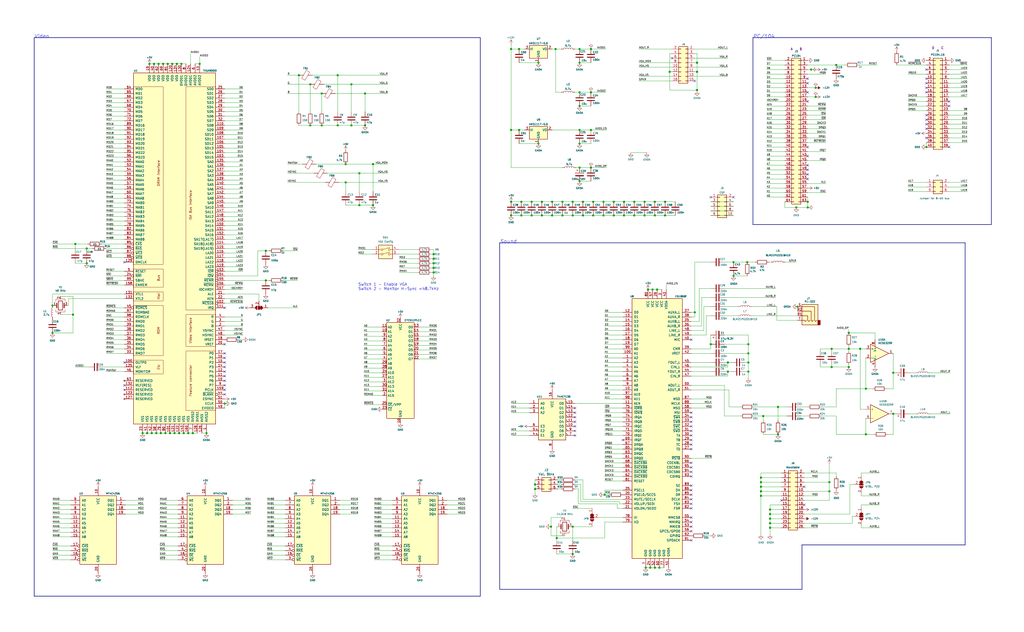
<source format=kicad_sch>
(kicad_sch (version 20210406) (generator eeschema)
  (paper "User" 570.001 351.993)
  (title_block (date "2021-12-17") (rev "A"))
  (lib_symbols
    (symbol "74xx:74LS138" (pin_names (offset 1.016))
      (property "Reference" "U" (at -7.62 11.43 0))
      (property "Value" "74LS138" (at -7.62 -13.97 0))
      (symbol "74LS138_1_0"
        (pin input line (at -12.7 7.62 0) (length 5.08) (name "A0") (number "1"))
        (pin output output_low (at 12.7 -5.08 180) (length 5.08) (name "O5") (number "10"))
        (pin output output_low (at 12.7 -2.54 180) (length 5.08) (name "O4") (number "11"))
        (pin output output_low (at 12.7 0 180) (length 5.08) (name "O3") (number "12"))
        (pin output output_low (at 12.7 2.54 180) (length 5.08) (name "O2") (number "13"))
        (pin output output_low (at 12.7 5.08 180) (length 5.08) (name "O1") (number "14"))
        (pin output output_low (at 12.7 7.62 180) (length 5.08) (name "O0") (number "15"))
        (pin power_in line (at 0 15.24 270) (length 5.08) (name "VCC") (number "16"))
        (pin input line (at -12.7 5.08 0) (length 5.08) (name "A1") (number "2"))
        (pin input line (at -12.7 2.54 0) (length 5.08) (name "A2") (number "3"))
        (pin input input_low (at -12.7 -10.16 0) (length 5.08) (name "E1") (number "4"))
        (pin input input_low (at -12.7 -7.62 0) (length 5.08) (name "E2") (number "5"))
        (pin input line (at -12.7 -5.08 0) (length 5.08) (name "E3") (number "6"))
        (pin output output_low (at 12.7 -10.16 180) (length 5.08) (name "O7") (number "7"))
        (pin power_in line (at 0 -17.78 90) (length 5.08) (name "GND") (number "8"))
        (pin output output_low (at 12.7 -7.62 180) (length 5.08) (name "O6") (number "9"))
      )
    )
    (symbol "Amplifier_Operational:NE5532" (pin_names (offset 0.127))
      (property "Reference" "U" (at 0 5.08 0))
      (property "Value" "NE5532" (at 0 -5.08 0))
      (symbol "NE5532_1_1"
        (pin output line (at 7.62 0 180) (length 2.54) (name "~") (number "1"))
        (pin input line (at -7.62 -2.54 0) (length 2.54) (name "-") (number "2"))
        (pin input line (at -7.62 2.54 0) (length 2.54) (name "+") (number "3"))
      )
      (symbol "NE5532_2_1"
        (pin input line (at -7.62 2.54 0) (length 2.54) (name "+") (number "5"))
        (pin input line (at -7.62 -2.54 0) (length 2.54) (name "-") (number "6"))
        (pin output line (at 7.62 0 180) (length 2.54) (name "~") (number "7"))
      )
      (symbol "NE5532_3_1"
        (pin power_in line (at -2.54 -7.62 90) (length 3.81) (name "V-") (number "4"))
        (pin power_in line (at -2.54 7.62 270) (length 3.81) (name "V+") (number "8"))
      )
    )
    (symbol "Connector:AudioJack4"
      (property "Reference" "J" (at 0 8.89 0))
      (property "Value" "AudioJack4" (at 0 6.35 0))
      (symbol "AudioJack4_1_1"
        (pin passive line (at 5.08 -2.54 180) (length 2.54) (name "~") (number "R1"))
        (pin passive line (at 5.08 0 180) (length 2.54) (name "~") (number "R2"))
        (pin passive line (at 5.08 2.54 180) (length 2.54) (name "~") (number "S"))
        (pin passive line (at 5.08 -5.08 180) (length 2.54) (name "~") (number "T"))
      )
    )
    (symbol "Connector_Generic:Conn_02x03_Odd_Even" (pin_names (offset 1.016) hide)
      (property "Reference" "J" (at 1.27 5.08 0))
      (property "Value" "Conn_02x03_Odd_Even" (at 1.27 -5.08 0))
      (symbol "Conn_02x03_Odd_Even_1_1"
        (pin passive line (at -5.08 2.54 0) (length 3.81) (name "Pin_1") (number "1"))
        (pin passive line (at 7.62 2.54 180) (length 3.81) (name "Pin_2") (number "2"))
        (pin passive line (at -5.08 0 0) (length 3.81) (name "Pin_3") (number "3"))
        (pin passive line (at 7.62 0 180) (length 3.81) (name "Pin_4") (number "4"))
        (pin passive line (at -5.08 -2.54 0) (length 3.81) (name "Pin_5") (number "5"))
        (pin passive line (at 7.62 -2.54 180) (length 3.81) (name "Pin_6") (number "6"))
      )
    )
    (symbol "Connector_Generic:Conn_02x05_Odd_Even" (pin_names (offset 1.016) hide)
      (property "Reference" "J" (at 1.27 7.62 0))
      (property "Value" "Conn_02x05_Odd_Even" (at 1.27 -7.62 0))
      (symbol "Conn_02x05_Odd_Even_1_1"
        (pin passive line (at -5.08 5.08 0) (length 3.81) (name "Pin_1") (number "1"))
        (pin passive line (at 7.62 -5.08 180) (length 3.81) (name "Pin_10") (number "10"))
        (pin passive line (at 7.62 5.08 180) (length 3.81) (name "Pin_2") (number "2"))
        (pin passive line (at -5.08 2.54 0) (length 3.81) (name "Pin_3") (number "3"))
        (pin passive line (at 7.62 2.54 180) (length 3.81) (name "Pin_4") (number "4"))
        (pin passive line (at -5.08 0 0) (length 3.81) (name "Pin_5") (number "5"))
        (pin passive line (at 7.62 0 180) (length 3.81) (name "Pin_6") (number "6"))
        (pin passive line (at -5.08 -2.54 0) (length 3.81) (name "Pin_7") (number "7"))
        (pin passive line (at 7.62 -2.54 180) (length 3.81) (name "Pin_8") (number "8"))
        (pin passive line (at -5.08 -5.08 0) (length 3.81) (name "Pin_9") (number "9"))
      )
    )
    (symbol "Connector_Generic:Conn_02x08_Odd_Even" (pin_names (offset 1.016) hide)
      (property "Reference" "J" (at 1.27 10.16 0))
      (property "Value" "Conn_02x08_Odd_Even" (at 1.27 -12.7 0))
      (symbol "Conn_02x08_Odd_Even_1_1"
        (pin passive line (at -5.08 7.62 0) (length 3.81) (name "Pin_1") (number "1"))
        (pin passive line (at 7.62 -2.54 180) (length 3.81) (name "Pin_10") (number "10"))
        (pin passive line (at -5.08 -5.08 0) (length 3.81) (name "Pin_11") (number "11"))
        (pin passive line (at 7.62 -5.08 180) (length 3.81) (name "Pin_12") (number "12"))
        (pin passive line (at -5.08 -7.62 0) (length 3.81) (name "Pin_13") (number "13"))
        (pin passive line (at 7.62 -7.62 180) (length 3.81) (name "Pin_14") (number "14"))
        (pin passive line (at -5.08 -10.16 0) (length 3.81) (name "Pin_15") (number "15"))
        (pin passive line (at 7.62 -10.16 180) (length 3.81) (name "Pin_16") (number "16"))
        (pin passive line (at 7.62 7.62 180) (length 3.81) (name "Pin_2") (number "2"))
        (pin passive line (at -5.08 5.08 0) (length 3.81) (name "Pin_3") (number "3"))
        (pin passive line (at 7.62 5.08 180) (length 3.81) (name "Pin_4") (number "4"))
        (pin passive line (at -5.08 2.54 0) (length 3.81) (name "Pin_5") (number "5"))
        (pin passive line (at 7.62 2.54 180) (length 3.81) (name "Pin_6") (number "6"))
        (pin passive line (at -5.08 0 0) (length 3.81) (name "Pin_7") (number "7"))
        (pin passive line (at 7.62 0 180) (length 3.81) (name "Pin_8") (number "8"))
        (pin passive line (at -5.08 -2.54 0) (length 3.81) (name "Pin_9") (number "9"))
      )
    )
    (symbol "Connector_Generic:Conn_02x13_Odd_Even" (pin_names (offset 1.016) hide)
      (property "Reference" "J" (at 1.27 17.78 0))
      (property "Value" "Conn_02x13_Odd_Even" (at 1.27 -17.78 0))
      (symbol "Conn_02x13_Odd_Even_1_1"
        (pin passive line (at -5.08 15.24 0) (length 3.81) (name "Pin_1") (number "1"))
        (pin passive line (at 7.62 5.08 180) (length 3.81) (name "Pin_10") (number "10"))
        (pin passive line (at -5.08 2.54 0) (length 3.81) (name "Pin_11") (number "11"))
        (pin passive line (at 7.62 2.54 180) (length 3.81) (name "Pin_12") (number "12"))
        (pin passive line (at -5.08 0 0) (length 3.81) (name "Pin_13") (number "13"))
        (pin passive line (at 7.62 0 180) (length 3.81) (name "Pin_14") (number "14"))
        (pin passive line (at -5.08 -2.54 0) (length 3.81) (name "Pin_15") (number "15"))
        (pin passive line (at 7.62 -2.54 180) (length 3.81) (name "Pin_16") (number "16"))
        (pin passive line (at -5.08 -5.08 0) (length 3.81) (name "Pin_17") (number "17"))
        (pin passive line (at 7.62 -5.08 180) (length 3.81) (name "Pin_18") (number "18"))
        (pin passive line (at -5.08 -7.62 0) (length 3.81) (name "Pin_19") (number "19"))
        (pin passive line (at 7.62 15.24 180) (length 3.81) (name "Pin_2") (number "2"))
        (pin passive line (at 7.62 -7.62 180) (length 3.81) (name "Pin_20") (number "20"))
        (pin passive line (at -5.08 -10.16 0) (length 3.81) (name "Pin_21") (number "21"))
        (pin passive line (at 7.62 -10.16 180) (length 3.81) (name "Pin_22") (number "22"))
        (pin passive line (at -5.08 -12.7 0) (length 3.81) (name "Pin_23") (number "23"))
        (pin passive line (at 7.62 -12.7 180) (length 3.81) (name "Pin_24") (number "24"))
        (pin passive line (at -5.08 -15.24 0) (length 3.81) (name "Pin_25") (number "25"))
        (pin passive line (at 7.62 -15.24 180) (length 3.81) (name "Pin_26") (number "26"))
        (pin passive line (at -5.08 12.7 0) (length 3.81) (name "Pin_3") (number "3"))
        (pin passive line (at 7.62 12.7 180) (length 3.81) (name "Pin_4") (number "4"))
        (pin passive line (at -5.08 10.16 0) (length 3.81) (name "Pin_5") (number "5"))
        (pin passive line (at 7.62 10.16 180) (length 3.81) (name "Pin_6") (number "6"))
        (pin passive line (at -5.08 7.62 0) (length 3.81) (name "Pin_7") (number "7"))
        (pin passive line (at 7.62 7.62 180) (length 3.81) (name "Pin_8") (number "8"))
        (pin passive line (at -5.08 5.08 0) (length 3.81) (name "Pin_9") (number "9"))
      )
    )
    (symbol "Connector_Generic:Conn_02x20_Odd_Even" (pin_names (offset 1.016) hide)
      (property "Reference" "J" (at 1.27 25.4 0))
      (property "Value" "Conn_02x20_Odd_Even" (at 1.27 -27.94 0))
      (symbol "Conn_02x20_Odd_Even_1_1"
        (pin passive line (at -5.08 22.86 0) (length 3.81) (name "Pin_1") (number "1"))
        (pin passive line (at 7.62 12.7 180) (length 3.81) (name "Pin_10") (number "10"))
        (pin passive line (at -5.08 10.16 0) (length 3.81) (name "Pin_11") (number "11"))
        (pin passive line (at 7.62 10.16 180) (length 3.81) (name "Pin_12") (number "12"))
        (pin passive line (at -5.08 7.62 0) (length 3.81) (name "Pin_13") (number "13"))
        (pin passive line (at 7.62 7.62 180) (length 3.81) (name "Pin_14") (number "14"))
        (pin passive line (at -5.08 5.08 0) (length 3.81) (name "Pin_15") (number "15"))
        (pin passive line (at 7.62 5.08 180) (length 3.81) (name "Pin_16") (number "16"))
        (pin passive line (at -5.08 2.54 0) (length 3.81) (name "Pin_17") (number "17"))
        (pin passive line (at 7.62 2.54 180) (length 3.81) (name "Pin_18") (number "18"))
        (pin passive line (at -5.08 0 0) (length 3.81) (name "Pin_19") (number "19"))
        (pin passive line (at 7.62 22.86 180) (length 3.81) (name "Pin_2") (number "2"))
        (pin passive line (at 7.62 0 180) (length 3.81) (name "Pin_20") (number "20"))
        (pin passive line (at -5.08 -2.54 0) (length 3.81) (name "Pin_21") (number "21"))
        (pin passive line (at 7.62 -2.54 180) (length 3.81) (name "Pin_22") (number "22"))
        (pin passive line (at -5.08 -5.08 0) (length 3.81) (name "Pin_23") (number "23"))
        (pin passive line (at 7.62 -5.08 180) (length 3.81) (name "Pin_24") (number "24"))
        (pin passive line (at -5.08 -7.62 0) (length 3.81) (name "Pin_25") (number "25"))
        (pin passive line (at 7.62 -7.62 180) (length 3.81) (name "Pin_26") (number "26"))
        (pin passive line (at -5.08 -10.16 0) (length 3.81) (name "Pin_27") (number "27"))
        (pin passive line (at 7.62 -10.16 180) (length 3.81) (name "Pin_28") (number "28"))
        (pin passive line (at -5.08 -12.7 0) (length 3.81) (name "Pin_29") (number "29"))
        (pin passive line (at -5.08 20.32 0) (length 3.81) (name "Pin_3") (number "3"))
        (pin passive line (at 7.62 -12.7 180) (length 3.81) (name "Pin_30") (number "30"))
        (pin passive line (at -5.08 -15.24 0) (length 3.81) (name "Pin_31") (number "31"))
        (pin passive line (at 7.62 -15.24 180) (length 3.81) (name "Pin_32") (number "32"))
        (pin passive line (at -5.08 -17.78 0) (length 3.81) (name "Pin_33") (number "33"))
        (pin passive line (at 7.62 -17.78 180) (length 3.81) (name "Pin_34") (number "34"))
        (pin passive line (at -5.08 -20.32 0) (length 3.81) (name "Pin_35") (number "35"))
        (pin passive line (at 7.62 -20.32 180) (length 3.81) (name "Pin_36") (number "36"))
        (pin passive line (at -5.08 -22.86 0) (length 3.81) (name "Pin_37") (number "37"))
        (pin passive line (at 7.62 -22.86 180) (length 3.81) (name "Pin_38") (number "38"))
        (pin passive line (at -5.08 -25.4 0) (length 3.81) (name "Pin_39") (number "39"))
        (pin passive line (at 7.62 20.32 180) (length 3.81) (name "Pin_4") (number "4"))
        (pin passive line (at 7.62 -25.4 180) (length 3.81) (name "Pin_40") (number "40"))
        (pin passive line (at -5.08 17.78 0) (length 3.81) (name "Pin_5") (number "5"))
        (pin passive line (at 7.62 17.78 180) (length 3.81) (name "Pin_6") (number "6"))
        (pin passive line (at -5.08 15.24 0) (length 3.81) (name "Pin_7") (number "7"))
        (pin passive line (at 7.62 15.24 180) (length 3.81) (name "Pin_8") (number "8"))
        (pin passive line (at -5.08 12.7 0) (length 3.81) (name "Pin_9") (number "9"))
      )
    )
    (symbol "Connector_Generic:Conn_02x32_Odd_Even" (pin_names (offset 1.016) hide)
      (property "Reference" "J" (at 1.27 40.64 0))
      (property "Value" "Conn_02x32_Odd_Even" (at 1.27 -43.18 0))
      (symbol "Conn_02x32_Odd_Even_1_1"
        (pin passive line (at -5.08 38.1 0) (length 3.81) (name "Pin_1") (number "1"))
        (pin passive line (at 7.62 27.94 180) (length 3.81) (name "Pin_10") (number "10"))
        (pin passive line (at -5.08 25.4 0) (length 3.81) (name "Pin_11") (number "11"))
        (pin passive line (at 7.62 25.4 180) (length 3.81) (name "Pin_12") (number "12"))
        (pin passive line (at -5.08 22.86 0) (length 3.81) (name "Pin_13") (number "13"))
        (pin passive line (at 7.62 22.86 180) (length 3.81) (name "Pin_14") (number "14"))
        (pin passive line (at -5.08 20.32 0) (length 3.81) (name "Pin_15") (number "15"))
        (pin passive line (at 7.62 20.32 180) (length 3.81) (name "Pin_16") (number "16"))
        (pin passive line (at -5.08 17.78 0) (length 3.81) (name "Pin_17") (number "17"))
        (pin passive line (at 7.62 17.78 180) (length 3.81) (name "Pin_18") (number "18"))
        (pin passive line (at -5.08 15.24 0) (length 3.81) (name "Pin_19") (number "19"))
        (pin passive line (at 7.62 38.1 180) (length 3.81) (name "Pin_2") (number "2"))
        (pin passive line (at 7.62 15.24 180) (length 3.81) (name "Pin_20") (number "20"))
        (pin passive line (at -5.08 12.7 0) (length 3.81) (name "Pin_21") (number "21"))
        (pin passive line (at 7.62 12.7 180) (length 3.81) (name "Pin_22") (number "22"))
        (pin passive line (at -5.08 10.16 0) (length 3.81) (name "Pin_23") (number "23"))
        (pin passive line (at 7.62 10.16 180) (length 3.81) (name "Pin_24") (number "24"))
        (pin passive line (at -5.08 7.62 0) (length 3.81) (name "Pin_25") (number "25"))
        (pin passive line (at 7.62 7.62 180) (length 3.81) (name "Pin_26") (number "26"))
        (pin passive line (at -5.08 5.08 0) (length 3.81) (name "Pin_27") (number "27"))
        (pin passive line (at 7.62 5.08 180) (length 3.81) (name "Pin_28") (number "28"))
        (pin passive line (at -5.08 2.54 0) (length 3.81) (name "Pin_29") (number "29"))
        (pin passive line (at -5.08 35.56 0) (length 3.81) (name "Pin_3") (number "3"))
        (pin passive line (at 7.62 2.54 180) (length 3.81) (name "Pin_30") (number "30"))
        (pin passive line (at -5.08 0 0) (length 3.81) (name "Pin_31") (number "31"))
        (pin passive line (at 7.62 0 180) (length 3.81) (name "Pin_32") (number "32"))
        (pin passive line (at -5.08 -2.54 0) (length 3.81) (name "Pin_33") (number "33"))
        (pin passive line (at 7.62 -2.54 180) (length 3.81) (name "Pin_34") (number "34"))
        (pin passive line (at -5.08 -5.08 0) (length 3.81) (name "Pin_35") (number "35"))
        (pin passive line (at 7.62 -5.08 180) (length 3.81) (name "Pin_36") (number "36"))
        (pin passive line (at -5.08 -7.62 0) (length 3.81) (name "Pin_37") (number "37"))
        (pin passive line (at 7.62 -7.62 180) (length 3.81) (name "Pin_38") (number "38"))
        (pin passive line (at -5.08 -10.16 0) (length 3.81) (name "Pin_39") (number "39"))
        (pin passive line (at 7.62 35.56 180) (length 3.81) (name "Pin_4") (number "4"))
        (pin passive line (at 7.62 -10.16 180) (length 3.81) (name "Pin_40") (number "40"))
        (pin passive line (at -5.08 -12.7 0) (length 3.81) (name "Pin_41") (number "41"))
        (pin passive line (at 7.62 -12.7 180) (length 3.81) (name "Pin_42") (number "42"))
        (pin passive line (at -5.08 -15.24 0) (length 3.81) (name "Pin_43") (number "43"))
        (pin passive line (at 7.62 -15.24 180) (length 3.81) (name "Pin_44") (number "44"))
        (pin passive line (at -5.08 -17.78 0) (length 3.81) (name "Pin_45") (number "45"))
        (pin passive line (at 7.62 -17.78 180) (length 3.81) (name "Pin_46") (number "46"))
        (pin passive line (at -5.08 -20.32 0) (length 3.81) (name "Pin_47") (number "47"))
        (pin passive line (at 7.62 -20.32 180) (length 3.81) (name "Pin_48") (number "48"))
        (pin passive line (at -5.08 -22.86 0) (length 3.81) (name "Pin_49") (number "49"))
        (pin passive line (at -5.08 33.02 0) (length 3.81) (name "Pin_5") (number "5"))
        (pin passive line (at 7.62 -22.86 180) (length 3.81) (name "Pin_50") (number "50"))
        (pin passive line (at -5.08 -25.4 0) (length 3.81) (name "Pin_51") (number "51"))
        (pin passive line (at 7.62 -25.4 180) (length 3.81) (name "Pin_52") (number "52"))
        (pin passive line (at -5.08 -27.94 0) (length 3.81) (name "Pin_53") (number "53"))
        (pin passive line (at 7.62 -27.94 180) (length 3.81) (name "Pin_54") (number "54"))
        (pin passive line (at -5.08 -30.48 0) (length 3.81) (name "Pin_55") (number "55"))
        (pin passive line (at 7.62 -30.48 180) (length 3.81) (name "Pin_56") (number "56"))
        (pin passive line (at -5.08 -33.02 0) (length 3.81) (name "Pin_57") (number "57"))
        (pin passive line (at 7.62 -33.02 180) (length 3.81) (name "Pin_58") (number "58"))
        (pin passive line (at -5.08 -35.56 0) (length 3.81) (name "Pin_59") (number "59"))
        (pin passive line (at 7.62 33.02 180) (length 3.81) (name "Pin_6") (number "6"))
        (pin passive line (at 7.62 -35.56 180) (length 3.81) (name "Pin_60") (number "60"))
        (pin passive line (at -5.08 -38.1 0) (length 3.81) (name "Pin_61") (number "61"))
        (pin passive line (at 7.62 -38.1 180) (length 3.81) (name "Pin_62") (number "62"))
        (pin passive line (at -5.08 -40.64 0) (length 3.81) (name "Pin_63") (number "63"))
        (pin passive line (at 7.62 -40.64 180) (length 3.81) (name "Pin_64") (number "64"))
        (pin passive line (at -5.08 30.48 0) (length 3.81) (name "Pin_7") (number "7"))
        (pin passive line (at 7.62 30.48 180) (length 3.81) (name "Pin_8") (number "8"))
        (pin passive line (at -5.08 27.94 0) (length 3.81) (name "Pin_9") (number "9"))
      )
    )
    (symbol "Device:C" (pin_numbers hide) (pin_names (offset 0.254))
      (property "Reference" "C" (at 0.635 2.54 0))
      (property "Value" "C" (at 0.635 -2.54 0))
      (symbol "C_1_1"
        (pin passive line (at 0 3.81 270) (length 2.794) (name "~") (number "1"))
        (pin passive line (at 0 -3.81 90) (length 2.794) (name "~") (number "2"))
      )
    )
    (symbol "Device:CP" (pin_numbers hide) (pin_names (offset 0.254))
      (property "Reference" "C" (at 0.635 2.54 0))
      (property "Value" "CP" (at 0.635 -2.54 0))
      (symbol "CP_1_1"
        (pin passive line (at 0 3.81 270) (length 2.794) (name "~") (number "1"))
        (pin passive line (at 0 -3.81 90) (length 2.794) (name "~") (number "2"))
      )
    )
    (symbol "Device:Crystal_GND24" (pin_names (offset 1.016) hide)
      (property "Reference" "Y" (at 3.175 5.08 0))
      (property "Value" "Crystal_GND24" (at 3.175 3.175 0))
      (symbol "Crystal_GND24_1_1"
        (pin passive line (at -3.81 0 0) (length 1.27) (name "1") (number "1"))
        (pin passive line (at 0 5.08 270) (length 1.27) (name "2") (number "2"))
        (pin passive line (at 3.81 0 180) (length 1.27) (name "3") (number "3"))
        (pin passive line (at 0 -5.08 90) (length 1.27) (name "4") (number "4"))
      )
    )
    (symbol "Device:Ferrite_Bead" (pin_numbers hide) (pin_names (offset 0))
      (property "Reference" "FB" (at -3.81 0.635 90))
      (property "Value" "Ferrite_Bead" (at 3.81 0 90))
      (symbol "Ferrite_Bead_1_1"
        (pin passive line (at 0 3.81 270) (length 2.54) (name "~") (number "1"))
        (pin passive line (at 0 -3.81 90) (length 2.54) (name "~") (number "2"))
      )
    )
    (symbol "Device:L" (pin_numbers hide) (pin_names (offset 1.016) hide)
      (property "Reference" "L" (at -1.27 0 90))
      (property "Value" "L" (at 1.905 0 90))
      (symbol "L_1_1"
        (pin passive line (at 0 3.81 270) (length 1.27) (name "1") (number "1"))
        (pin passive line (at 0 -3.81 90) (length 1.27) (name "2") (number "2"))
      )
    )
    (symbol "Device:R" (pin_numbers hide) (pin_names (offset 0))
      (property "Reference" "R" (at 2.032 0 90))
      (property "Value" "R" (at 0 0 90))
      (symbol "R_1_1"
        (pin passive line (at 0 3.81 270) (length 1.27) (name "~") (number "1"))
        (pin passive line (at 0 -3.81 90) (length 1.27) (name "~") (number "2"))
      )
    )
    (symbol "Jumper:SolderJumper_3_Bridged12" (pin_names (offset 0) hide)
      (property "Reference" "JP" (at -2.54 -2.54 0))
      (property "Value" "SolderJumper_3_Bridged12" (at 0 2.794 0))
      (symbol "SolderJumper_3_Bridged12_1_1"
        (pin passive line (at -5.08 0 0) (length 2.54) (name "A") (number "1"))
        (pin input line (at 0 -3.81 90) (length 2.54) (name "C") (number "2"))
        (pin passive line (at 5.08 0 180) (length 2.54) (name "B") (number "3"))
      )
    )
    (symbol "Memory_EPROM:27C512PLCC"
      (property "Reference" "U" (at -7.62 26.67 0))
      (property "Value" "27C512PLCC" (at 2.54 -29.21 0))
      (symbol "27C512PLCC_1_1"
        (pin no_connect line (at 7.62 -17.78 180) (length 2.54) hide (name "NC") (number "1"))
        (pin input line (at -10.16 20.32 0) (length 2.54) (name "A1") (number "10"))
        (pin input line (at -10.16 22.86 0) (length 2.54) (name "A0") (number "11"))
        (pin no_connect line (at 7.62 -22.86 180) (length 2.54) hide (name "NC") (number "12"))
        (pin tri_state line (at 10.16 22.86 180) (length 2.54) (name "O0") (number "13"))
        (pin tri_state line (at 10.16 20.32 180) (length 2.54) (name "O1") (number "14"))
        (pin tri_state line (at 10.16 17.78 180) (length 2.54) (name "O2") (number "15"))
        (pin power_in line (at 0 -30.48 90) (length 2.54) (name "GND") (number "16"))
        (pin no_connect line (at 7.62 -20.32 180) (length 2.54) hide (name "NC") (number "17"))
        (pin tri_state line (at 10.16 15.24 180) (length 2.54) (name "O3") (number "18"))
        (pin tri_state line (at 10.16 12.7 180) (length 2.54) (name "O4") (number "19"))
        (pin input line (at -10.16 -15.24 0) (length 2.54) (name "A15") (number "2"))
        (pin tri_state line (at 10.16 10.16 180) (length 2.54) (name "O5") (number "20"))
        (pin tri_state line (at 10.16 7.62 180) (length 2.54) (name "O6") (number "21"))
        (pin tri_state line (at 10.16 5.08 180) (length 2.54) (name "O7") (number "22"))
        (pin input line (at -10.16 -22.86 0) (length 2.54) (name "~CE") (number "23"))
        (pin input line (at -10.16 -2.54 0) (length 2.54) (name "A10") (number "24"))
        (pin input line (at -10.16 -20.32 0) (length 2.54) (name "~OE~/VPP") (number "25"))
        (pin no_connect line (at 7.62 -25.4 180) (length 2.54) hide (name "NC") (number "26"))
        (pin input line (at -10.16 -5.08 0) (length 2.54) (name "A11") (number "27"))
        (pin input line (at -10.16 0 0) (length 2.54) (name "A9") (number "28"))
        (pin input line (at -10.16 2.54 0) (length 2.54) (name "A8") (number "29"))
        (pin input line (at -10.16 -7.62 0) (length 2.54) (name "A12") (number "3"))
        (pin input line (at -10.16 -10.16 0) (length 2.54) (name "A13") (number "30"))
        (pin input line (at -10.16 -12.7 0) (length 2.54) (name "A14") (number "31"))
        (pin power_in line (at 0 27.94 270) (length 2.54) (name "VCC") (number "32"))
        (pin input line (at -10.16 5.08 0) (length 2.54) (name "A7") (number "4"))
        (pin input line (at -10.16 7.62 0) (length 2.54) (name "A6") (number "5"))
        (pin input line (at -10.16 10.16 0) (length 2.54) (name "A5") (number "6"))
        (pin input line (at -10.16 12.7 0) (length 2.54) (name "A4") (number "7"))
        (pin input line (at -10.16 15.24 0) (length 2.54) (name "A3") (number "8"))
        (pin input line (at -10.16 17.78 0) (length 2.54) (name "A2") (number "9"))
      )
    )
    (symbol "Regulator_Linear:AMS1117-5.0" (pin_names (offset 0.254))
      (property "Reference" "U" (at -3.81 3.175 0))
      (property "Value" "AMS1117-5.0" (at 0 3.175 0))
      (symbol "AMS1117-5.0_1_1"
        (pin power_in line (at 0 -7.62 90) (length 2.54) (name "GND") (number "1"))
        (pin power_out line (at 7.62 0 180) (length 2.54) (name "VO") (number "2"))
        (pin power_in line (at -7.62 0 0) (length 2.54) (name "VI") (number "3"))
      )
    )
    (symbol "Switch:SW_DIP_x02" (pin_names (offset 0) hide)
      (property "Reference" "SW" (at 0 6.35 0))
      (property "Value" "SW_DIP_x02" (at 0 -3.81 0))
      (symbol "SW_DIP_x02_1_1"
        (pin passive line (at -7.62 2.54 0) (length 5.08) (name "~") (number "1"))
        (pin passive line (at -7.62 0 0) (length 5.08) (name "~") (number "2"))
        (pin passive line (at 7.62 0 180) (length 5.08) (name "~") (number "3"))
        (pin passive line (at 7.62 2.54 180) (length 5.08) (name "~") (number "4"))
      )
    )
    (symbol "my:ES1868F" (pin_names (offset 1.016))
      (property "Reference" "U" (at 0 2.54 0))
      (property "Value" "ES1868F" (at 0 0 0))
      (symbol "ES1868F_1_1"
        (pin input line (at -19.05 39.37 0) (length 5.08) (name "A2") (number "1"))
        (pin input line (at -19.05 21.59 0) (length 5.08) (name "A9") (number "10"))
        (pin input line (at -19.05 41.91 0) (length 5.08) (name "A1") (number "100"))
        (pin input line (at -19.05 13.97 0) (length 5.08) (name "AEN") (number "11"))
        (pin bidirectional line (at -19.05 64.77 0) (length 5.08) (name "D0") (number "12"))
        (pin bidirectional line (at -19.05 62.23 0) (length 5.08) (name "D1") (number "13"))
        (pin bidirectional line (at -19.05 59.69 0) (length 5.08) (name "D2") (number "14"))
        (pin bidirectional line (at -19.05 57.15 0) (length 5.08) (name "D3") (number "15"))
        (pin bidirectional line (at -19.05 54.61 0) (length 5.08) (name "D4") (number "16"))
        (pin bidirectional line (at -19.05 52.07 0) (length 5.08) (name "D5") (number "17"))
        (pin bidirectional line (at -19.05 49.53 0) (length 5.08) (name "D6") (number "18"))
        (pin bidirectional line (at -19.05 46.99 0) (length 5.08) (name "D7") (number "19"))
        (pin input line (at -19.05 36.83 0) (length 5.08) (name "A3") (number "2"))
        (pin input line (at -19.05 -36.83 0) (length 5.08) (name "PSEL0/SECS") (number "20"))
        (pin input line (at -19.05 -44.45 0) (length 5.08) (name "VOLDN/SEDO") (number "21"))
        (pin input line (at -19.05 -41.91 0) (length 5.08) (name "VOLUP/SEDI") (number "22"))
        (pin output line (at -19.05 -39.37 0) (length 5.08) (name "MUTE/SECLK") (number "23"))
        (pin power_in line (at -3.81 -77.47 90) (length 5.08) (name "GND") (number "24"))
        (pin input line (at -19.05 -34.29 0) (length 5.08) (name "PSEL1") (number "25"))
        (pin power_in line (at 0 77.47 270) (length 5.08) (name "VCC") (number "26"))
        (pin bidirectional line (at 19.05 -11.43 180) (length 5.08) (name "TD") (number "27"))
        (pin bidirectional line (at 19.05 -8.89 180) (length 5.08) (name "TC") (number "28"))
        (pin bidirectional line (at 19.05 -6.35 180) (length 5.08) (name "TB") (number "29"))
        (pin power_in line (at 2.54 77.47 270) (length 5.08) (name "VCC") (number "3"))
        (pin bidirectional line (at 19.05 -3.81 180) (length 5.08) (name "TA") (number "30"))
        (pin input line (at 19.05 -1.27 180) (length 5.08) (name "~SWD") (number "31"))
        (pin input line (at 19.05 1.27 180) (length 5.08) (name "~SWC") (number "32"))
        (pin input line (at 19.05 3.81 180) (length 5.08) (name "~SWB") (number "33"))
        (pin input line (at 19.05 6.35 180) (length 5.08) (name "~SWA") (number "34"))
        (pin input line (at 19.05 59.69 180) (length 5.08) (name "AUXB_L") (number "35"))
        (pin input line (at 19.05 57.15 180) (length 5.08) (name "AUXB_R") (number "36"))
        (pin input line (at 19.05 64.77 180) (length 5.08) (name "AUXA_L") (number "37"))
        (pin input line (at 19.05 62.23 180) (length 5.08) (name "AUXA_R") (number "38"))
        (pin output line (at 19.05 44.45 180) (length 5.08) (name "CMR") (number "39"))
        (pin input line (at -19.05 34.29 0) (length 5.08) (name "A4") (number "4"))
        (pin input line (at 19.05 49.53 180) (length 5.08) (name "MIC") (number "40"))
        (pin power_in line (at 6.35 -77.47 90) (length 5.08) (name "GNDA") (number "41"))
        (pin output line (at 19.05 41.91 180) (length 5.08) (name "VREF") (number "42"))
        (pin power_in line (at 5.08 77.47 270) (length 5.08) (name "VDDA") (number "43"))
        (pin output line (at 19.05 31.75 180) (length 5.08) (name "FOUT_R") (number "44"))
        (pin output line (at 19.05 36.83 180) (length 5.08) (name "FOUT_L") (number "45"))
        (pin input line (at 19.05 34.29 180) (length 5.08) (name "CIN_L") (number "46"))
        (pin input line (at 19.05 29.21 180) (length 5.08) (name "CIN_R") (number "47"))
        (pin input line (at 19.05 54.61 180) (length 5.08) (name "LINE_L") (number "48"))
        (pin input line (at 19.05 52.07 180) (length 5.08) (name "LINE_R") (number "49"))
        (pin input line (at -19.05 31.75 0) (length 5.08) (name "A5") (number "5"))
        (pin output line (at 19.05 24.13 180) (length 5.08) (name "AOUT_L") (number "50"))
        (pin output line (at 19.05 21.59 180) (length 5.08) (name "AOUT_R") (number "51"))
        (pin power_in line (at -1.27 -77.47 90) (length 5.08) (name "GND") (number "52"))
        (pin input line (at 19.05 -54.61 180) (length 5.08) (name "MMIEB") (number "53"))
        (pin input line (at 19.05 -52.07 180) (length 5.08) (name "MMIRQ") (number "54"))
        (pin output line (at 19.05 -49.53 180) (length 5.08) (name "MMCSB") (number "55"))
        (pin output line (at 19.05 -57.15 180) (length 5.08) (name "GPCS/GPO0") (number "56"))
        (pin power_in line (at -2.54 77.47 270) (length 5.08) (name "VCC") (number "57"))
        (pin output line (at 19.05 11.43 180) (length 5.08) (name "MSO") (number "58"))
        (pin input line (at 19.05 8.89 180) (length 5.08) (name "MSI") (number "59"))
        (pin input line (at -19.05 29.21 0) (length 5.08) (name "A6") (number "6"))
        (pin power_in line (at 1.27 -77.47 90) (length 5.08) (name "GND") (number "60"))
        (pin output line (at -19.05 -16.51 0) (length 5.08) (name "DRQD") (number "61"))
        (pin tri_state line (at -19.05 -26.67 0) (length 5.08) (name "~DACKBD") (number "62"))
        (pin output line (at -19.05 -13.97 0) (length 5.08) (name "DRQC") (number "63"))
        (pin tri_state line (at -19.05 -24.13 0) (length 5.08) (name "~DACKBC") (number "64"))
        (pin output line (at -19.05 -11.43 0) (length 5.08) (name "DRQB") (number "65"))
        (pin tri_state line (at -19.05 -21.59 0) (length 5.08) (name "~DACKBB") (number "66"))
        (pin output line (at -19.05 -8.89 0) (length 5.08) (name "DRQA") (number "67"))
        (pin tri_state line (at -19.05 -19.05 0) (length 5.08) (name "~DACKBA") (number "68"))
        (pin tri_state line (at -19.05 -6.35 0) (length 5.08) (name "IRQF") (number "69"))
        (pin power_in line (at -6.35 -77.47 90) (length 5.08) (name "GND") (number "7"))
        (pin tri_state line (at -19.05 -3.81 0) (length 5.08) (name "IRQE") (number "70"))
        (pin tri_state line (at -19.05 -1.27 0) (length 5.08) (name "IRQD") (number "71"))
        (pin tri_state line (at -19.05 1.27 0) (length 5.08) (name "IRQC") (number "72"))
        (pin tri_state line (at -19.05 3.81 0) (length 5.08) (name "IRQB") (number "73"))
        (pin tri_state line (at -19.05 6.35 0) (length 5.08) (name "IRQA") (number "74"))
        (pin input line (at -19.05 11.43 0) (length 5.08) (name "~IORB") (number "75"))
        (pin input line (at -19.05 8.89 0) (length 5.08) (name "~IOWB") (number "76"))
        (pin power_in line (at 3.81 -77.47 90) (length 5.08) (name "GND") (number "77"))
        (pin input line (at -19.05 -49.53 0) (length 5.08) (name "XI") (number "78"))
        (pin output line (at -19.05 -52.07 0) (length 5.08) (name "XO") (number "79"))
        (pin input line (at -19.05 26.67 0) (length 5.08) (name "A7") (number "8"))
        (pin power_in line (at -5.08 77.47 270) (length 5.08) (name "VCC") (number "80"))
        (pin input line (at -19.05 -29.21 0) (length 5.08) (name "RESET") (number "81"))
        (pin input line (at 19.05 -44.45 180) (length 5.08) (name "FSR") (number "82"))
        (pin input line (at 19.05 -41.91 180) (length 5.08) (name "FSX") (number "83"))
        (pin input line (at 19.05 -39.37 180) (length 5.08) (name "DCLK") (number "84"))
        (pin input line (at 19.05 -36.83 180) (length 5.08) (name "DR") (number "85"))
        (pin tri_state line (at 19.05 -34.29 180) (length 5.08) (name "DX") (number "86"))
        (pin input line (at 19.05 16.51 180) (length 5.08) (name "MSD") (number "87"))
        (pin input line (at 19.05 13.97 180) (length 5.08) (name "MCLK") (number "88"))
        (pin input line (at 19.05 -31.75 180) (length 5.08) (name "SE") (number "89"))
        (pin input line (at -19.05 24.13 0) (length 5.08) (name "A8") (number "9"))
        (pin output line (at 19.05 -16.51 180) (length 5.08) (name "~RSTB") (number "90"))
        (pin output line (at 19.05 -62.23 180) (length 5.08) (name "GPDACK") (number "91"))
        (pin input line (at 19.05 -59.69 180) (length 5.08) (name "GPIRQ") (number "92"))
        (pin input line (at 19.05 -26.67 180) (length 5.08) (name "CDIRQ") (number "93"))
        (pin output line (at 19.05 -24.13 180) (length 5.08) (name "CDCSB0") (number "94"))
        (pin output line (at 19.05 -21.59 180) (length 5.08) (name "CDCSB1") (number "95"))
        (pin output line (at 19.05 -19.05 180) (length 5.08) (name "CDENBL") (number "96"))
        (pin input line (at -19.05 19.05 0) (length 5.08) (name "A10") (number "97"))
        (pin input line (at -19.05 16.51 0) (length 5.08) (name "A11") (number "98"))
        (pin input line (at -19.05 44.45 0) (length 5.08) (name "A0") (number "99"))
      )
    )
    (symbol "my:MT4C4256" (pin_names (offset 1.016))
      (property "Reference" "U?" (at -8.89 19.05 0))
      (property "Value" "MT4C4256" (at 7.62 19.05 0))
      (symbol "MT4C4256_1_1"
        (pin tri_state line (at 15.24 15.24 180) (length 5.08) (name "DQ1") (number "1"))
        (pin power_in line (at 0 22.86 270) (length 5.08) (name "VCC") (number "10"))
        (pin input line (at -15.24 5.08 0) (length 5.08) (name "A4") (number "11"))
        (pin input line (at -15.24 2.54 0) (length 5.08) (name "A5") (number "12"))
        (pin input line (at -15.24 0 0) (length 5.08) (name "A6") (number "13"))
        (pin input line (at -15.24 -2.54 0) (length 5.08) (name "A7") (number "14"))
        (pin input line (at -15.24 -5.08 0) (length 5.08) (name "A8") (number "15"))
        (pin input inverted (at -15.24 -15.24 0) (length 5.08) (name "~OE") (number "16"))
        (pin input inverted (at -15.24 -10.16 0) (length 5.08) (name "~CAS") (number "17"))
        (pin bidirectional line (at 15.24 10.16 180) (length 5.08) (name "DQ3") (number "18"))
        (pin bidirectional line (at 15.24 7.62 180) (length 5.08) (name "DQ4") (number "19"))
        (pin bidirectional line (at 15.24 12.7 180) (length 5.08) (name "DQ2") (number "2"))
        (pin power_in line (at 0 -25.4 90) (length 5.08) (name "GND") (number "20"))
        (pin input inverted (at -15.24 -17.78 0) (length 5.08) (name "~WE") (number "3"))
        (pin input inverted (at -15.24 -12.7 0) (length 5.08) (name "~RAS") (number "4"))
        (pin no_connect line (at 10.16 -10.16 180) (length 0) hide (name "NC") (number "5"))
        (pin input line (at -15.24 15.24 0) (length 5.08) (name "A0") (number "6"))
        (pin input line (at -15.24 12.7 0) (length 5.08) (name "A1") (number "7"))
        (pin input line (at -15.24 10.16 0) (length 5.08) (name "A2") (number "8"))
        (pin input line (at -15.24 7.62 0) (length 5.08) (name "A3") (number "9"))
      )
    )
    (symbol "my:TVGA9000I" (pin_names (offset 1.016))
      (property "Reference" "U" (at 0 0 0))
      (property "Value" "TVGA9000I" (at 0 -2.54 0))
      (symbol "TVGA9000I_0_0"
        (text "Bus" (at -8.89 -16.51 900) (effects (font (size 1.27 1.27) italic)))
        (text "DRAM interface" (at -8.89 41.91 900) (effects (font (size 1.27 1.27) italic)))
        (text "Etc" (at -8.89 -66.04 900) (effects (font (size 1.27 1.27) italic)))
        (text "Feature connector" (at 8.89 -73.66 900) (effects (font (size 1.27 1.27) italic)))
        (text "ISA Bus interface" (at 8.89 24.13 900) (effects (font (size 1.27 1.27) italic)))
        (text "ROM" (at -8.89 -45.72 900) (effects (font (size 1.27 1.27) italic)))
        (text "Video interface" (at 8.89 -45.72 900) (effects (font (size 1.27 1.27) italic)))
        (text "Xtal" (at -8.89 -26.67 900) (effects (font (size 1.27 1.27) italic)))
      )
      (symbol "TVGA9000I_1_1"
        (pin power_in line (at 17.78 -102.87 90) (length 5.08) (name "AVSS2") (number "1"))
        (pin bidirectional line (at 27.94 -73.66 180) (length 5.08) (name "P6") (number "10"))
        (pin output line (at -27.94 -63.5 0) (length 5.08) (name "OUTP0") (number "100"))
        (pin power_in line (at -2.54 -102.87 90) (length 5.08) (name "VSS") (number "101"))
        (pin output inverted (at 27.94 -30.48 180) (length 5.08) (name "~MCS16") (number "102"))
        (pin tri_state line (at 27.94 50.8 180) (length 5.08) (name "SD15") (number "103"))
        (pin tri_state line (at 27.94 53.34 180) (length 5.08) (name "SD14") (number "104"))
        (pin tri_state line (at 27.94 55.88 180) (length 5.08) (name "SD13") (number "105"))
        (pin tri_state line (at 27.94 58.42 180) (length 5.08) (name "SD12") (number "106"))
        (pin tri_state line (at 27.94 60.96 180) (length 5.08) (name "SD11") (number "107"))
        (pin tri_state line (at 27.94 63.5 180) (length 5.08) (name "SD10") (number "108"))
        (pin tri_state line (at 27.94 66.04 180) (length 5.08) (name "SD9") (number "109"))
        (pin bidirectional line (at 27.94 -71.12 180) (length 5.08) (name "P5") (number "11"))
        (pin tri_state line (at 27.94 68.58 180) (length 5.08) (name "SD8") (number "110"))
        (pin output line (at 27.94 -33.02 180) (length 5.08) (name "IRQ") (number "111"))
        (pin no_connect line (at -27.94 -78.74 0) (length 5.08) (name "RESERVED") (number "112"))
        (pin input line (at 27.94 5.08 180) (length 5.08) (name "SA17(LA17)") (number "113"))
        (pin input line (at 27.94 2.54 180) (length 5.08) (name "SA18(LA18)") (number "114"))
        (pin input line (at 27.94 0 180) (length 5.08) (name "SA19(LA19)") (number "115"))
        (pin input line (at 27.94 -2.54 180) (length 5.08) (name "LA20") (number "116"))
        (pin input line (at 27.94 -5.08 180) (length 5.08) (name "LA21") (number "117"))
        (pin input line (at 27.94 -7.62 180) (length 5.08) (name "LA22") (number "118"))
        (pin input line (at 27.94 -10.16 180) (length 5.08) (name "LA23") (number "119"))
        (pin bidirectional line (at 27.94 -68.58 180) (length 5.08) (name "P4") (number "12"))
        (pin power_in line (at -1.27 102.87 270) (length 5.08) (name "VDD") (number "120"))
        (pin power_in line (at 0 -102.87 90) (length 5.08) (name "VSS") (number "121"))
        (pin power_in line (at 2.54 -102.87 90) (length 5.08) (name "VSS") (number "122"))
        (pin no_connect line (at -27.94 -81.28 0) (length 5.08) (name "RESERVED") (number "123"))
        (pin power_in line (at 8.89 102.87 270) (length 5.08) (name "AVDD1") (number "124"))
        (pin output line (at -27.94 -66.04 0) (length 5.08) (name "VLF") (number "125"))
        (pin power_in line (at 15.24 -102.87 90) (length 5.08) (name "AVSS") (number "126"))
        (pin no_connect line (at -27.94 -83.82 0) (length 5.08) (name "RESERVED") (number "127"))
        (pin power_in line (at 12.7 -102.87 90) (length 5.08) (name "DVSS1") (number "128"))
        (pin tri_state line (at -27.94 -7.62 0) (length 5.08) (name "DMCLK") (number "129"))
        (pin power_in line (at 13.97 102.87 270) (length 5.08) (name "AVDD2") (number "13"))
        (pin power_in line (at 3.81 102.87 270) (length 5.08) (name "DVDD1") (number "130"))
        (pin output line (at -27.94 -25.4 0) (length 5.08) (name "XTL1") (number "131"))
        (pin output line (at -27.94 -76.2 0) (length 5.08) (name "MLF(RES)") (number "132"))
        (pin input line (at -27.94 -27.94 0) (length 5.08) (name "XTL2") (number "133"))
        (pin power_in line (at 1.27 102.87 270) (length 5.08) (name "VDD") (number "134"))
        (pin input line (at 27.94 48.26 180) (length 5.08) (name "SA0") (number "135"))
        (pin input line (at 27.94 45.72 180) (length 5.08) (name "SA1") (number "136"))
        (pin input line (at 27.94 43.18 180) (length 5.08) (name "SA2") (number "137"))
        (pin input line (at 27.94 40.64 180) (length 5.08) (name "SA3") (number "138"))
        (pin input line (at 27.94 38.1 180) (length 5.08) (name "SA4") (number "139"))
        (pin bidirectional line (at 27.94 -66.04 180) (length 5.08) (name "P3") (number "14"))
        (pin input line (at 27.94 35.56 180) (length 5.08) (name "SA5") (number "140"))
        (pin input line (at 27.94 33.02 180) (length 5.08) (name "SA6") (number "141"))
        (pin input line (at 27.94 30.48 180) (length 5.08) (name "SA7") (number "142"))
        (pin power_in line (at 5.08 -102.87 90) (length 5.08) (name "VSS") (number "143"))
        (pin input line (at 27.94 27.94 180) (length 5.08) (name "SA8") (number "144"))
        (pin input line (at 27.94 25.4 180) (length 5.08) (name "SA9") (number "145"))
        (pin input line (at 27.94 22.86 180) (length 5.08) (name "SA10") (number "146"))
        (pin input line (at 27.94 20.32 180) (length 5.08) (name "SA11") (number "147"))
        (pin input line (at 27.94 17.78 180) (length 5.08) (name "SA12") (number "148"))
        (pin input line (at 27.94 15.24 180) (length 5.08) (name "SA13") (number "149"))
        (pin bidirectional line (at 27.94 -63.5 180) (length 5.08) (name "P2") (number "15"))
        (pin input line (at 27.94 12.7 180) (length 5.08) (name "SA14") (number "150"))
        (pin input line (at 27.94 10.16 180) (length 5.08) (name "SA15") (number "151"))
        (pin input line (at 27.94 7.62 180) (length 5.08) (name "SA16") (number "152"))
        (pin input inverted (at 27.94 -12.7 180) (length 5.08) (name "~IOR") (number "153"))
        (pin input inverted (at 27.94 -15.24 180) (length 5.08) (name "~IOW") (number "154"))
        (pin input inverted (at 27.94 -17.78 180) (length 5.08) (name "~MEMR") (number "155"))
        (pin input inverted (at 27.94 -20.32 180) (length 5.08) (name "~MEMW") (number "156"))
        (pin output line (at 27.94 -22.86 180) (length 5.08) (name "IOCHRDY") (number "157"))
        (pin input line (at -27.94 -20.32 0) (length 5.08) (name "ENMEM") (number "158"))
        (pin bidirectional line (at 27.94 -78.74 180) (length 5.08) (name "PCLK") (number "159"))
        (pin bidirectional line (at 27.94 -60.96 180) (length 5.08) (name "P1") (number "16"))
        (pin power_in line (at 7.62 -102.87 90) (length 5.08) (name "VSS") (number "160"))
        (pin bidirectional line (at 27.94 -58.42 180) (length 5.08) (name "P0") (number "17"))
        (pin input line (at 27.94 -50.8 180) (length 5.08) (name "IRSET") (number "18"))
        (pin power_in line (at -13.97 102.87 270) (length 5.08) (name "VDD") (number "19"))
        (pin output line (at 27.94 -43.18 180) (length 5.08) (name "B") (number "2"))
        (pin input line (at 27.94 -53.34 180) (length 5.08) (name "VREF") (number "20"))
        (pin input line (at 27.94 -25.4 180) (length 5.08) (name "ALE") (number "21"))
        (pin input line (at 27.94 -27.94 180) (length 5.08) (name "AEN") (number "22"))
        (pin power_in line (at -17.78 -102.87 90) (length 5.08) (name "VSS") (number "23"))
        (pin open_collector inverted (at -27.94 -15.24 0) (length 5.08) (name "~NMI") (number "24"))
        (pin tri_state line (at 27.94 88.9 180) (length 5.08) (name "SD0") (number "25"))
        (pin tri_state line (at 27.94 86.36 180) (length 5.08) (name "SD1") (number "26"))
        (pin tri_state line (at 27.94 83.82 180) (length 5.08) (name "SD2") (number "27"))
        (pin tri_state line (at 27.94 81.28 180) (length 5.08) (name "SD3") (number "28"))
        (pin tri_state line (at 27.94 78.74 180) (length 5.08) (name "SD4") (number "29"))
        (pin output line (at 27.94 -40.64 180) (length 5.08) (name "G") (number "3"))
        (pin tri_state line (at 27.94 76.2 180) (length 5.08) (name "SD5") (number "30"))
        (pin tri_state line (at 27.94 73.66 180) (length 5.08) (name "SD6") (number "31"))
        (pin tri_state line (at 27.94 71.12 180) (length 5.08) (name "SD7") (number "32"))
        (pin tri_state line (at -27.94 -58.42 0) (length 5.08) (name "RMD7") (number "33"))
        (pin tri_state line (at -27.94 -55.88 0) (length 5.08) (name "RMD6") (number "34"))
        (pin tri_state line (at -27.94 -53.34 0) (length 5.08) (name "RMD5") (number "35"))
        (pin tri_state line (at -27.94 -50.8 0) (length 5.08) (name "RMD4") (number "36"))
        (pin tri_state line (at -27.94 -48.26 0) (length 5.08) (name "RMD3") (number "37"))
        (pin tri_state line (at -27.94 -45.72 0) (length 5.08) (name "RMD2") (number "38"))
        (pin tri_state line (at -27.94 -43.18 0) (length 5.08) (name "RMD1") (number "39"))
        (pin output line (at 27.94 -38.1 180) (length 5.08) (name "R") (number "4"))
        (pin power_in line (at -11.43 102.87 270) (length 5.08) (name "VDD") (number "40"))
        (pin power_in line (at -15.24 -102.87 90) (length 5.08) (name "VSS") (number "41"))
        (pin power_in line (at -12.7 -102.87 90) (length 5.08) (name "VSS") (number "42"))
        (pin tri_state line (at -27.94 -40.64 0) (length 5.08) (name "RMD0") (number "43"))
        (pin bidirectional inverted (at 27.94 -81.28 180) (length 5.08) (name "~BLANK") (number "44"))
        (pin output inverted (at -27.94 -33.02 0) (length 5.08) (name "~ROMCS") (number "45"))
        (pin input line (at -27.94 -68.58 0) (length 5.08) (name "MONITOR") (number "46"))
        (pin output line (at 27.94 -45.72 180) (length 5.08) (name "VSYNC") (number "47"))
        (pin output line (at 27.94 -48.26 180) (length 5.08) (name "HSYNC") (number "48"))
        (pin input line (at 27.94 -88.9 180) (length 5.08) (name "EVIDEO") (number "49"))
        (pin input line (at -27.94 -12.7 0) (length 5.08) (name "RESET") (number "5"))
        (pin input line (at 27.94 -86.36 180) (length 5.08) (name "ECLK") (number "50"))
        (pin input line (at 27.94 -83.82 180) (length 5.08) (name "ESYNC") (number "51"))
        (pin output line (at -27.94 48.26 0) (length 5.08) (name "MAA0") (number "52"))
        (pin output line (at -27.94 45.72 0) (length 5.08) (name "MAA1") (number "53"))
        (pin output line (at -27.94 43.18 0) (length 5.08) (name "MAA2") (number "54"))
        (pin output line (at -27.94 40.64 0) (length 5.08) (name "MAA3") (number "55"))
        (pin output line (at -27.94 38.1 0) (length 5.08) (name "MAA4") (number "56"))
        (pin output line (at -27.94 35.56 0) (length 5.08) (name "MAA5") (number "57"))
        (pin power_in line (at -10.16 -102.87 90) (length 5.08) (name "VSS") (number "58"))
        (pin output line (at -27.94 33.02 0) (length 5.08) (name "MAA6") (number "59"))
        (pin power_in line (at 11.43 102.87 270) (length 5.08) (name "AVDD2") (number "6"))
        (pin output line (at -27.94 30.48 0) (length 5.08) (name "MAA7") (number "60"))
        (pin output line (at -27.94 27.94 0) (length 5.08) (name "MAA8") (number "61"))
        (pin power_in line (at -8.89 102.87 270) (length 5.08) (name "VDD") (number "62"))
        (pin no_connect line (at -27.94 -73.66 0) (length 5.08) (name "RESERVED") (number "63"))
        (pin tri_state line (at -27.94 88.9 0) (length 5.08) (name "MD0") (number "64"))
        (pin tri_state line (at -27.94 86.36 0) (length 5.08) (name "MD1") (number "65"))
        (pin tri_state line (at -27.94 83.82 0) (length 5.08) (name "MD2") (number "66"))
        (pin tri_state line (at -27.94 81.28 0) (length 5.08) (name "MD3") (number "67"))
        (pin tri_state line (at -27.94 78.74 0) (length 5.08) (name "MD4") (number "68"))
        (pin power_in line (at -6.35 102.87 270) (length 5.08) (name "VDD") (number "69"))
        (pin power_in line (at 10.16 -102.87 90) (length 5.08) (name "DVSS2") (number "7"))
        (pin tri_state line (at -27.94 76.2 0) (length 5.08) (name "MD5") (number "70"))
        (pin tri_state line (at -27.94 73.66 0) (length 5.08) (name "MD6") (number "71"))
        (pin tri_state line (at -27.94 71.12 0) (length 5.08) (name "MD7") (number "72"))
        (pin output line (at -27.94 25.4 0) (length 5.08) (name "MAB0") (number "73"))
        (pin output line (at -27.94 22.86 0) (length 5.08) (name "MAB1") (number "74"))
        (pin output line (at -27.94 20.32 0) (length 5.08) (name "MAB2") (number "75"))
        (pin output line (at -27.94 17.78 0) (length 5.08) (name "MAB3") (number "76"))
        (pin output line (at -27.94 15.24 0) (length 5.08) (name "MAB4") (number "77"))
        (pin output line (at -27.94 12.7 0) (length 5.08) (name "MAB5") (number "78"))
        (pin power_in line (at -7.62 -102.87 90) (length 5.08) (name "VSS") (number "79"))
        (pin power_in line (at 6.35 102.87 270) (length 5.08) (name "DVDD2") (number "8"))
        (pin power_in line (at -5.08 -102.87 90) (length 5.08) (name "VSS") (number "80"))
        (pin power_in line (at -3.81 102.87 270) (length 5.08) (name "VDD") (number "81"))
        (pin output line (at -27.94 10.16 0) (length 5.08) (name "MAB6") (number "82"))
        (pin output line (at -27.94 7.62 0) (length 5.08) (name "MAB7") (number "83"))
        (pin output line (at -27.94 5.08 0) (length 5.08) (name "MAB8") (number "84"))
        (pin output inverted (at -27.94 2.54 0) (length 5.08) (name "~CAS") (number "85"))
        (pin output inverted (at -27.94 0 0) (length 5.08) (name "~RAS") (number "86"))
        (pin output inverted (at -27.94 -2.54 0) (length 5.08) (name "~WE2") (number "87"))
        (pin output inverted (at -27.94 -5.08 0) (length 5.08) (name "~WE0") (number "88"))
        (pin tri_state line (at -27.94 68.58 0) (length 5.08) (name "MD16") (number "89"))
        (pin bidirectional line (at 27.94 -76.2 180) (length 5.08) (name "P7") (number "9"))
        (pin tri_state line (at -27.94 66.04 0) (length 5.08) (name "MD17") (number "90"))
        (pin tri_state line (at -27.94 63.5 0) (length 5.08) (name "MD18") (number "91"))
        (pin tri_state line (at -27.94 60.96 0) (length 5.08) (name "MD19") (number "92"))
        (pin tri_state line (at -27.94 58.42 0) (length 5.08) (name "MD20") (number "93"))
        (pin tri_state line (at -27.94 55.88 0) (length 5.08) (name "MD21") (number "94"))
        (pin tri_state line (at -27.94 53.34 0) (length 5.08) (name "MD22") (number "95"))
        (pin tri_state line (at -27.94 50.8 0) (length 5.08) (name "MD23") (number "96"))
        (pin output line (at -27.94 -35.56 0) (length 5.08) (name "ROMBA0") (number "97"))
        (pin input line (at -27.94 -38.1 0) (length 5.08) (name "ROMCLK") (number "98"))
        (pin input line (at -27.94 -17.78 0) (length 5.08) (name "SBHE") (number "99"))
      )
    )
    (symbol "power:+12V" (power) (pin_names (offset 0))
      (property "Value" "+12V" (at 0 3.556 0))
      (symbol "+12V_1_1"
        (pin power_in line (at 0 0 90) (length 0) hide (name "+12V") (number "1"))
      )
    )
    (symbol "power:+5V" (power) (pin_names (offset 0))
      (property "Value" "+5V" (at 0 3.556 0))
      (symbol "+5V_1_1"
        (pin power_in line (at 0 0 90) (length 0) hide (name "+5V") (number "1"))
      )
    )
    (symbol "power:-12V" (power) (pin_names (offset 0))
      (property "Value" "-12V" (at 0 3.81 0))
      (symbol "-12V_0_0"
        (pin power_in line (at 0 0 90) (length 0) hide (name "-12V") (number "1"))
      )
    )
    (symbol "power:GND" (power) (pin_names (offset 0))
      (property "Value" "GND" (at 0 -3.81 0))
      (symbol "GND_1_1"
        (pin power_in line (at 0 0 270) (length 0) hide (name "GND") (number "1"))
      )
    )
    (symbol "power:GNDA" (power) (pin_names (offset 0))
      (property "Value" "GNDA" (at 0 -3.81 0))
      (symbol "GNDA_1_1"
        (pin power_in line (at 0 0 270) (length 0) hide (name "GNDA") (number "1"))
      )
    )
    (symbol "power:PWR_FLAG" (power) (pin_numbers hide) (pin_names (offset 0) hide)
      (property "Value" "PWR_FLAG" (at 0 3.81 0))
      (symbol "PWR_FLAG_0_0"
        (pin power_out line (at 0 0 90) (length 0) (name "pwr") (number "1"))
      )
    )
  )
  (junction (at 29.21 170.18) (diameter 1.016))
  (junction (at 29.21 185.42) (diameter 1.016))
  (junction (at 40.64 175.26) (diameter 1.016))
  (junction (at 41.91 135.89) (diameter 1.016))
  (junction (at 48.26 138.43) (diameter 1.016))
  (junction (at 48.26 146.685) (diameter 1.016))
  (junction (at 79.375 241.3) (diameter 1.016))
  (junction (at 81.915 241.3) (diameter 1.016))
  (junction (at 83.185 35.56) (diameter 1.016))
  (junction (at 84.455 241.3) (diameter 1.016))
  (junction (at 85.725 35.56) (diameter 1.016))
  (junction (at 86.995 241.3) (diameter 1.016))
  (junction (at 88.265 35.56) (diameter 1.016))
  (junction (at 89.535 241.3) (diameter 1.016))
  (junction (at 90.805 35.56) (diameter 1.016))
  (junction (at 92.075 241.3) (diameter 1.016))
  (junction (at 93.345 35.56) (diameter 1.016))
  (junction (at 94.615 241.3) (diameter 1.016))
  (junction (at 95.885 35.56) (diameter 1.016))
  (junction (at 97.155 241.3) (diameter 1.016))
  (junction (at 98.425 35.56) (diameter 1.016))
  (junction (at 99.695 241.3) (diameter 1.016))
  (junction (at 100.965 35.56) (diameter 1.016))
  (junction (at 102.235 241.3) (diameter 1.016))
  (junction (at 104.775 241.3) (diameter 1.016))
  (junction (at 107.315 241.3) (diameter 1.016))
  (junction (at 111.125 35.56) (diameter 1.016))
  (junction (at 114.935 241.3) (diameter 1.016))
  (junction (at 125.095 224.79) (diameter 1.016))
  (junction (at 147.955 139.7) (diameter 1.016))
  (junction (at 147.955 156.21) (diameter 1.016))
  (junction (at 166.37 41.91) (diameter 1.016))
  (junction (at 172.72 46.99) (diameter 1.016))
  (junction (at 172.72 69.85) (diameter 1.016))
  (junction (at 179.07 52.07) (diameter 1.016))
  (junction (at 179.07 69.85) (diameter 1.016))
  (junction (at 187.96 41.91) (diameter 1.016))
  (junction (at 187.96 69.85) (diameter 1.016))
  (junction (at 192.405 91.44) (diameter 1.016))
  (junction (at 192.405 101.6) (diameter 1.016))
  (junction (at 195.58 46.99) (diameter 1.016))
  (junction (at 195.58 69.85) (diameter 1.016))
  (junction (at 200.025 96.52) (diameter 1.016))
  (junction (at 200.025 114.3) (diameter 1.016))
  (junction (at 203.2 52.07) (diameter 1.016))
  (junction (at 203.2 69.85) (diameter 1.016))
  (junction (at 207.645 91.44) (diameter 1.016))
  (junction (at 207.645 114.3) (diameter 1.016))
  (junction (at 241.3 141.605) (diameter 1.016))
  (junction (at 241.3 144.145) (diameter 1.016))
  (junction (at 241.3 146.685) (diameter 1.016))
  (junction (at 241.3 149.225) (diameter 1.016))
  (junction (at 241.3 151.765) (diameter 1.016))
  (junction (at 284.48 27.305) (diameter 1.016))
  (junction (at 284.48 72.39) (diameter 1.016))
  (junction (at 284.48 112.395) (diameter 1.016))
  (junction (at 284.48 120.015) (diameter 1.016))
  (junction (at 288.925 27.305) (diameter 1.016))
  (junction (at 288.925 72.39) (diameter 1.016))
  (junction (at 290.195 112.395) (diameter 1.016))
  (junction (at 290.195 120.015) (diameter 1.016))
  (junction (at 295.91 112.395) (diameter 1.016))
  (junction (at 295.91 120.015) (diameter 1.016))
  (junction (at 297.815 269.875) (diameter 1.016))
  (junction (at 297.815 272.415) (diameter 1.016))
  (junction (at 299.72 34.925) (diameter 1.016))
  (junction (at 299.72 80.01) (diameter 1.016))
  (junction (at 301.625 112.395) (diameter 1.016))
  (junction (at 301.625 120.015) (diameter 1.016))
  (junction (at 306.705 293.37) (diameter 1.016))
  (junction (at 307.34 112.395) (diameter 1.016))
  (junction (at 307.34 120.015) (diameter 1.016))
  (junction (at 309.245 27.305) (diameter 1.016))
  (junction (at 309.88 299.72) (diameter 1.016))
  (junction (at 313.055 112.395) (diameter 1.016))
  (junction (at 313.055 120.015) (diameter 1.016))
  (junction (at 318.77 112.395) (diameter 1.016))
  (junction (at 318.77 120.015) (diameter 1.016))
  (junction (at 318.77 293.37) (diameter 1.016))
  (junction (at 318.77 308.61) (diameter 1.016))
  (junction (at 322.58 27.305) (diameter 1.016))
  (junction (at 322.58 34.925) (diameter 1.016))
  (junction (at 322.58 51.435) (diameter 1.016))
  (junction (at 322.58 59.055) (diameter 1.016))
  (junction (at 322.58 72.39) (diameter 1.016))
  (junction (at 322.58 80.01) (diameter 1.016))
  (junction (at 322.58 93.345) (diameter 1.016))
  (junction (at 322.58 100.965) (diameter 1.016))
  (junction (at 324.485 112.395) (diameter 1.016))
  (junction (at 324.485 120.015) (diameter 1.016))
  (junction (at 328.93 27.305) (diameter 1.016))
  (junction (at 328.93 51.435) (diameter 1.016))
  (junction (at 328.93 72.39) (diameter 1.016))
  (junction (at 328.93 93.345) (diameter 1.016))
  (junction (at 330.2 112.395) (diameter 1.016))
  (junction (at 330.2 120.015) (diameter 1.016))
  (junction (at 335.915 112.395) (diameter 1.016))
  (junction (at 335.915 120.015) (diameter 1.016))
  (junction (at 336.55 275.59) (diameter 1.016))
  (junction (at 341.63 112.395) (diameter 1.016))
  (junction (at 341.63 120.015) (diameter 1.016))
  (junction (at 347.345 112.395) (diameter 1.016))
  (junction (at 347.345 120.015) (diameter 1.016))
  (junction (at 353.06 112.395) (diameter 1.016))
  (junction (at 353.06 120.015) (diameter 1.016))
  (junction (at 358.775 112.395) (diameter 1.016))
  (junction (at 358.775 120.015) (diameter 1.016))
  (junction (at 359.41 316.23) (diameter 1.016))
  (junction (at 360.68 161.29) (diameter 1.016))
  (junction (at 361.95 316.23) (diameter 1.016))
  (junction (at 363.22 161.29) (diameter 1.016))
  (junction (at 364.49 112.395) (diameter 1.016))
  (junction (at 364.49 120.015) (diameter 1.016))
  (junction (at 364.49 316.23) (diameter 1.016))
  (junction (at 365.76 161.29) (diameter 1.016))
  (junction (at 367.03 316.23) (diameter 1.016))
  (junction (at 370.205 112.395) (diameter 1.016))
  (junction (at 370.205 120.015) (diameter 1.016))
  (junction (at 372.745 40.005) (diameter 1.016))
  (junction (at 386.715 173.99) (diameter 1.016))
  (junction (at 387.985 34.925) (diameter 1.016))
  (junction (at 387.985 40.005) (diameter 1.016))
  (junction (at 387.985 50.165) (diameter 1.016))
  (junction (at 395.605 191.77) (diameter 1.016))
  (junction (at 405.13 201.93) (diameter 1.016))
  (junction (at 405.13 207.01) (diameter 1.016))
  (junction (at 408.305 146.05) (diameter 1.016))
  (junction (at 408.305 153.67) (diameter 1.016))
  (junction (at 415.925 146.05) (diameter 1.016))
  (junction (at 416.56 191.77) (diameter 1.016))
  (junction (at 416.56 196.85) (diameter 1.016))
  (junction (at 416.56 201.93) (diameter 1.016))
  (junction (at 416.56 207.01) (diameter 1.016))
  (junction (at 423.545 266.065) (diameter 1.016))
  (junction (at 423.545 268.605) (diameter 1.016))
  (junction (at 423.545 271.145) (diameter 1.016))
  (junction (at 423.545 273.685) (diameter 1.016))
  (junction (at 423.545 276.225) (diameter 1.016))
  (junction (at 424.815 231.775) (diameter 1.016))
  (junction (at 428.625 283.845) (diameter 1.016))
  (junction (at 428.625 286.385) (diameter 1.016))
  (junction (at 428.625 288.925) (diameter 1.016))
  (junction (at 428.625 291.465) (diameter 1.016))
  (junction (at 428.625 294.005) (diameter 1.016))
  (junction (at 433.07 226.695) (diameter 1.016))
  (junction (at 433.07 241.935) (diameter 1.016))
  (junction (at 443.23 115.57) (diameter 1.016))
  (junction (at 443.865 170.815) (diameter 1.016))
  (junction (at 449.58 112.395) (diameter 1.016))
  (junction (at 449.58 115.57) (diameter 1.016))
  (junction (at 451.485 38.735) (diameter 1.016))
  (junction (at 454.025 48.895) (diameter 1.016))
  (junction (at 454.025 53.975) (diameter 1.016))
  (junction (at 461.645 268.605) (diameter 1.016))
  (junction (at 461.645 273.685) (diameter 1.016))
  (junction (at 462.915 194.31) (diameter 1.016))
  (junction (at 462.915 204.47) (diameter 1.016))
  (junction (at 465.455 36.195) (diameter 1.016))
  (junction (at 472.44 185.42) (diameter 1.016))
  (junction (at 472.44 194.31) (diameter 1.016))
  (junction (at 472.44 204.47) (diameter 1.016))
  (junction (at 478.79 194.31) (diameter 1.016))
  (junction (at 481.965 216.535) (diameter 1.016))
  (junction (at 481.965 241.935) (diameter 1.016))
  (junction (at 497.205 207.645) (diameter 1.016))
  (junction (at 497.205 230.505) (diameter 1.016))
  (junction (at 515.62 81.915) (diameter 1.016))
  (no_connect (at 69.215 146.05))
  (no_connect (at 69.215 201.93))
  (no_connect (at 69.215 214.63))
  (no_connect (at 125.095 171.45))
  (no_connect (at 125.095 191.77))
  (no_connect (at 125.095 196.85))
  (no_connect (at 125.095 199.39))
  (no_connect (at 125.095 201.93))
  (no_connect (at 125.095 204.47))
  (no_connect (at 125.095 207.01))
  (no_connect (at 125.095 209.55))
  (no_connect (at 125.095 212.09))
  (no_connect (at 125.095 214.63))
  (no_connect (at 125.095 217.17))
  (no_connect (at 125.095 219.71))
  (no_connect (at 320.04 227.33))
  (no_connect (at 320.04 229.87))
  (no_connect (at 320.04 232.41))
  (no_connect (at 320.04 234.95))
  (no_connect (at 320.04 237.49))
  (no_connect (at 320.04 240.03))
  (no_connect (at 320.04 242.57))
  (no_connect (at 346.71 245.11))
  (no_connect (at 374.015 32.385))
  (no_connect (at 384.81 189.23))
  (no_connect (at 384.81 229.87))
  (no_connect (at 384.81 232.41))
  (no_connect (at 384.81 234.95))
  (no_connect (at 384.81 237.49))
  (no_connect (at 384.81 240.03))
  (no_connect (at 384.81 242.57))
  (no_connect (at 384.81 245.11))
  (no_connect (at 384.81 247.65))
  (no_connect (at 384.81 250.19))
  (no_connect (at 384.81 257.81))
  (no_connect (at 384.81 260.35))
  (no_connect (at 384.81 262.89))
  (no_connect (at 384.81 265.43))
  (no_connect (at 384.81 270.51))
  (no_connect (at 384.81 273.05))
  (no_connect (at 384.81 275.59))
  (no_connect (at 384.81 278.13))
  (no_connect (at 384.81 280.67))
  (no_connect (at 384.81 283.21))
  (no_connect (at 384.81 288.29))
  (no_connect (at 384.81 290.83))
  (no_connect (at 384.81 293.37))
  (no_connect (at 384.81 295.91))
  (no_connect (at 384.81 300.99))
  (no_connect (at 386.715 45.085))
  (no_connect (at 395.605 109.855))
  (no_connect (at 408.305 109.855))
  (no_connect (at 434.975 278.765))
  (no_connect (at 447.675 271.145))
  (no_connect (at 447.675 281.305))
  (no_connect (at 449.58 43.815))
  (no_connect (at 449.58 46.355))
  (no_connect (at 449.58 51.435))
  (no_connect (at 449.58 56.515))
  (no_connect (at 449.58 81.915))
  (no_connect (at 449.58 86.995))
  (no_connect (at 449.58 92.075))
  (no_connect (at 449.58 94.615))
  (no_connect (at 449.58 97.155))
  (no_connect (at 449.58 99.695))
  (no_connect (at 515.62 38.735))
  (no_connect (at 515.62 43.815))
  (no_connect (at 515.62 46.355))
  (no_connect (at 515.62 48.895))
  (no_connect (at 515.62 51.435))
  (no_connect (at 515.62 64.135))
  (no_connect (at 515.62 66.675))
  (no_connect (at 515.62 69.215))
  (no_connect (at 515.62 71.755))
  (no_connect (at 515.62 76.835))
  (no_connect (at 528.32 56.515))
  (no_connect (at 528.32 59.055))
  (no_connect (at 528.32 81.915))
  (wire (pts (xy 29.21 135.89) (xy 41.91 135.89)))
  (wire (pts (xy 29.21 163.83) (xy 29.21 170.18)))
  (wire (pts (xy 29.21 163.83) (xy 69.215 163.83)))
  (wire (pts (xy 29.21 170.18) (xy 29.845 170.18)))
  (wire (pts (xy 33.655 165.1) (xy 40.64 165.1)))
  (wire (pts (xy 38.1 166.37) (xy 38.1 170.18)))
  (wire (pts (xy 38.1 170.18) (xy 37.465 170.18)))
  (wire (pts (xy 39.37 278.765) (xy 29.21 278.765)))
  (wire (pts (xy 39.37 281.305) (xy 29.21 281.305)))
  (wire (pts (xy 39.37 283.845) (xy 29.21 283.845)))
  (wire (pts (xy 39.37 286.385) (xy 29.21 286.385)))
  (wire (pts (xy 39.37 288.925) (xy 29.21 288.925)))
  (wire (pts (xy 39.37 291.465) (xy 29.21 291.465)))
  (wire (pts (xy 39.37 294.005) (xy 29.21 294.005)))
  (wire (pts (xy 39.37 296.545) (xy 29.21 296.545)))
  (wire (pts (xy 39.37 299.085) (xy 29.21 299.085)))
  (wire (pts (xy 39.37 304.165) (xy 29.21 304.165)))
  (wire (pts (xy 39.37 306.705) (xy 29.21 306.705)))
  (wire (pts (xy 39.37 309.245) (xy 29.21 309.245)))
  (wire (pts (xy 39.37 311.785) (xy 29.21 311.785)))
  (wire (pts (xy 40.64 165.1) (xy 40.64 175.26)))
  (wire (pts (xy 40.64 175.26) (xy 33.655 175.26)))
  (wire (pts (xy 40.64 175.26) (xy 40.64 185.42)))
  (wire (pts (xy 40.64 185.42) (xy 29.21 185.42)))
  (wire (pts (xy 41.91 135.89) (xy 41.91 139.065)))
  (wire (pts (xy 41.91 146.685) (xy 48.26 146.685)))
  (wire (pts (xy 48.26 138.43) (xy 29.21 138.43)))
  (wire (pts (xy 48.26 138.43) (xy 48.26 139.065)))
  (wire (pts (xy 48.895 135.89) (xy 41.91 135.89)))
  (wire (pts (xy 49.53 204.47) (xy 41.91 204.47)))
  (wire (pts (xy 51.435 138.43) (xy 48.26 138.43)))
  (wire (pts (xy 56.515 135.89) (xy 69.215 135.89)))
  (wire (pts (xy 57.15 204.47) (xy 69.215 204.47)))
  (wire (pts (xy 59.055 49.53) (xy 69.215 49.53)))
  (wire (pts (xy 59.055 52.07) (xy 69.215 52.07)))
  (wire (pts (xy 59.055 54.61) (xy 69.215 54.61)))
  (wire (pts (xy 59.055 57.15) (xy 69.215 57.15)))
  (wire (pts (xy 59.055 59.69) (xy 69.215 59.69)))
  (wire (pts (xy 59.055 62.23) (xy 69.215 62.23)))
  (wire (pts (xy 59.055 64.77) (xy 69.215 64.77)))
  (wire (pts (xy 59.055 67.31) (xy 69.215 67.31)))
  (wire (pts (xy 59.055 69.85) (xy 69.215 69.85)))
  (wire (pts (xy 59.055 72.39) (xy 69.215 72.39)))
  (wire (pts (xy 59.055 74.93) (xy 69.215 74.93)))
  (wire (pts (xy 59.055 77.47) (xy 69.215 77.47)))
  (wire (pts (xy 59.055 80.01) (xy 69.215 80.01)))
  (wire (pts (xy 59.055 82.55) (xy 69.215 82.55)))
  (wire (pts (xy 59.055 85.09) (xy 69.215 85.09)))
  (wire (pts (xy 59.055 87.63) (xy 69.215 87.63)))
  (wire (pts (xy 59.055 90.17) (xy 69.215 90.17)))
  (wire (pts (xy 59.055 92.71) (xy 69.215 92.71)))
  (wire (pts (xy 59.055 95.25) (xy 69.215 95.25)))
  (wire (pts (xy 59.055 97.79) (xy 69.215 97.79)))
  (wire (pts (xy 59.055 100.33) (xy 69.215 100.33)))
  (wire (pts (xy 59.055 102.87) (xy 69.215 102.87)))
  (wire (pts (xy 59.055 105.41) (xy 69.215 105.41)))
  (wire (pts (xy 59.055 107.95) (xy 69.215 107.95)))
  (wire (pts (xy 59.055 110.49) (xy 69.215 110.49)))
  (wire (pts (xy 59.055 113.03) (xy 69.215 113.03)))
  (wire (pts (xy 59.055 115.57) (xy 69.215 115.57)))
  (wire (pts (xy 59.055 118.11) (xy 69.215 118.11)))
  (wire (pts (xy 59.055 120.65) (xy 69.215 120.65)))
  (wire (pts (xy 59.055 123.19) (xy 69.215 123.19)))
  (wire (pts (xy 59.055 125.73) (xy 69.215 125.73)))
  (wire (pts (xy 59.055 128.27) (xy 69.215 128.27)))
  (wire (pts (xy 59.055 130.81) (xy 69.215 130.81)))
  (wire (pts (xy 59.055 133.35) (xy 69.215 133.35)))
  (wire (pts (xy 59.055 138.43) (xy 69.215 138.43)))
  (wire (pts (xy 59.055 158.75) (xy 69.215 158.75)))
  (wire (pts (xy 59.055 171.45) (xy 69.215 171.45)))
  (wire (pts (xy 59.055 173.99) (xy 69.215 173.99)))
  (wire (pts (xy 59.055 179.07) (xy 69.215 179.07)))
  (wire (pts (xy 59.055 184.15) (xy 69.215 184.15)))
  (wire (pts (xy 59.055 189.23) (xy 69.215 189.23)))
  (wire (pts (xy 59.055 194.31) (xy 69.215 194.31)))
  (wire (pts (xy 69.215 140.97) (xy 59.055 140.97)))
  (wire (pts (xy 69.215 143.51) (xy 59.055 143.51)))
  (wire (pts (xy 69.215 151.13) (xy 59.055 151.13)))
  (wire (pts (xy 69.215 153.67) (xy 59.055 153.67)))
  (wire (pts (xy 69.215 156.21) (xy 59.055 156.21)))
  (wire (pts (xy 69.215 166.37) (xy 38.1 166.37)))
  (wire (pts (xy 69.215 176.53) (xy 59.055 176.53)))
  (wire (pts (xy 69.215 181.61) (xy 59.055 181.61)))
  (wire (pts (xy 69.215 186.69) (xy 59.055 186.69)))
  (wire (pts (xy 69.215 191.77) (xy 59.055 191.77)))
  (wire (pts (xy 69.215 196.85) (xy 59.055 196.85)))
  (wire (pts (xy 69.215 207.01) (xy 59.055 207.01)))
  (wire (pts (xy 69.85 278.765) (xy 80.01 278.765)))
  (wire (pts (xy 69.85 281.305) (xy 80.01 281.305)))
  (wire (pts (xy 69.85 283.845) (xy 80.01 283.845)))
  (wire (pts (xy 69.85 286.385) (xy 80.01 286.385)))
  (wire (pts (xy 79.375 241.3) (xy 81.915 241.3)))
  (wire (pts (xy 81.915 241.3) (xy 84.455 241.3)))
  (wire (pts (xy 83.185 35.56) (xy 85.725 35.56)))
  (wire (pts (xy 84.455 241.3) (xy 86.995 241.3)))
  (wire (pts (xy 85.725 35.56) (xy 88.265 35.56)))
  (wire (pts (xy 86.995 241.3) (xy 89.535 241.3)))
  (wire (pts (xy 88.265 35.56) (xy 90.805 35.56)))
  (wire (pts (xy 89.535 241.3) (xy 92.075 241.3)))
  (wire (pts (xy 90.805 35.56) (xy 93.345 35.56)))
  (wire (pts (xy 92.075 241.3) (xy 94.615 241.3)))
  (wire (pts (xy 93.345 35.56) (xy 95.885 35.56)))
  (wire (pts (xy 94.615 241.3) (xy 97.155 241.3)))
  (wire (pts (xy 95.885 35.56) (xy 98.425 35.56)))
  (wire (pts (xy 97.155 241.3) (xy 99.695 241.3)))
  (wire (pts (xy 98.425 35.56) (xy 100.965 35.56)))
  (wire (pts (xy 99.06 278.765) (xy 88.9 278.765)))
  (wire (pts (xy 99.06 281.305) (xy 88.9 281.305)))
  (wire (pts (xy 99.06 283.845) (xy 88.9 283.845)))
  (wire (pts (xy 99.06 286.385) (xy 88.9 286.385)))
  (wire (pts (xy 99.06 288.925) (xy 88.9 288.925)))
  (wire (pts (xy 99.06 291.465) (xy 88.9 291.465)))
  (wire (pts (xy 99.06 294.005) (xy 88.9 294.005)))
  (wire (pts (xy 99.06 296.545) (xy 88.9 296.545)))
  (wire (pts (xy 99.06 299.085) (xy 88.9 299.085)))
  (wire (pts (xy 99.06 304.165) (xy 88.9 304.165)))
  (wire (pts (xy 99.06 306.705) (xy 88.9 306.705)))
  (wire (pts (xy 99.06 309.245) (xy 88.9 309.245)))
  (wire (pts (xy 99.06 311.785) (xy 88.9 311.785)))
  (wire (pts (xy 99.695 241.3) (xy 102.235 241.3)))
  (wire (pts (xy 100.965 35.56) (xy 103.505 35.56)))
  (wire (pts (xy 102.235 241.3) (xy 104.775 241.3)))
  (wire (pts (xy 104.775 241.3) (xy 107.315 241.3)))
  (wire (pts (xy 106.045 29.845) (xy 106.045 35.56)))
  (wire (pts (xy 107.315 241.3) (xy 109.855 241.3)))
  (wire (pts (xy 108.585 35.56) (xy 111.125 35.56)))
  (wire (pts (xy 111.125 31.75) (xy 111.125 35.56)))
  (wire (pts (xy 112.395 241.3) (xy 114.935 241.3)))
  (wire (pts (xy 125.095 49.53) (xy 135.255 49.53)))
  (wire (pts (xy 125.095 52.07) (xy 135.255 52.07)))
  (wire (pts (xy 125.095 54.61) (xy 135.255 54.61)))
  (wire (pts (xy 125.095 57.15) (xy 135.255 57.15)))
  (wire (pts (xy 125.095 59.69) (xy 135.255 59.69)))
  (wire (pts (xy 125.095 62.23) (xy 135.255 62.23)))
  (wire (pts (xy 125.095 64.77) (xy 135.255 64.77)))
  (wire (pts (xy 125.095 67.31) (xy 135.255 67.31)))
  (wire (pts (xy 125.095 69.85) (xy 135.255 69.85)))
  (wire (pts (xy 125.095 72.39) (xy 135.255 72.39)))
  (wire (pts (xy 125.095 74.93) (xy 135.255 74.93)))
  (wire (pts (xy 125.095 77.47) (xy 135.255 77.47)))
  (wire (pts (xy 125.095 80.01) (xy 135.255 80.01)))
  (wire (pts (xy 125.095 82.55) (xy 135.255 82.55)))
  (wire (pts (xy 125.095 85.09) (xy 135.255 85.09)))
  (wire (pts (xy 125.095 87.63) (xy 135.255 87.63)))
  (wire (pts (xy 125.095 90.17) (xy 135.255 90.17)))
  (wire (pts (xy 125.095 92.71) (xy 135.255 92.71)))
  (wire (pts (xy 125.095 95.25) (xy 135.255 95.25)))
  (wire (pts (xy 125.095 97.79) (xy 135.255 97.79)))
  (wire (pts (xy 125.095 100.33) (xy 135.255 100.33)))
  (wire (pts (xy 125.095 102.87) (xy 135.255 102.87)))
  (wire (pts (xy 125.095 105.41) (xy 135.255 105.41)))
  (wire (pts (xy 125.095 107.95) (xy 135.255 107.95)))
  (wire (pts (xy 125.095 110.49) (xy 135.255 110.49)))
  (wire (pts (xy 125.095 113.03) (xy 135.255 113.03)))
  (wire (pts (xy 125.095 115.57) (xy 135.255 115.57)))
  (wire (pts (xy 125.095 118.11) (xy 135.255 118.11)))
  (wire (pts (xy 125.095 120.65) (xy 135.255 120.65)))
  (wire (pts (xy 125.095 123.19) (xy 135.255 123.19)))
  (wire (pts (xy 125.095 125.73) (xy 135.255 125.73)))
  (wire (pts (xy 125.095 128.27) (xy 135.255 128.27)))
  (wire (pts (xy 125.095 130.81) (xy 135.255 130.81)))
  (wire (pts (xy 125.095 133.35) (xy 135.255 133.35)))
  (wire (pts (xy 125.095 135.89) (xy 135.255 135.89)))
  (wire (pts (xy 125.095 138.43) (xy 135.255 138.43)))
  (wire (pts (xy 125.095 140.97) (xy 135.255 140.97)))
  (wire (pts (xy 125.095 143.51) (xy 135.255 143.51)))
  (wire (pts (xy 125.095 146.05) (xy 135.255 146.05)))
  (wire (pts (xy 125.095 148.59) (xy 135.255 148.59)))
  (wire (pts (xy 125.095 153.67) (xy 143.51 153.67)))
  (wire (pts (xy 125.095 156.21) (xy 147.955 156.21)))
  (wire (pts (xy 125.095 161.29) (xy 135.255 161.29)))
  (wire (pts (xy 125.095 166.37) (xy 135.255 166.37)))
  (wire (pts (xy 125.095 168.91) (xy 135.255 168.91)))
  (wire (pts (xy 125.095 176.53) (xy 135.255 176.53)))
  (wire (pts (xy 125.095 179.07) (xy 135.255 179.07)))
  (wire (pts (xy 125.095 181.61) (xy 135.255 181.61)))
  (wire (pts (xy 125.095 184.15) (xy 135.255 184.15)))
  (wire (pts (xy 125.095 186.69) (xy 135.255 186.69)))
  (wire (pts (xy 125.095 224.79) (xy 125.095 227.33)))
  (wire (pts (xy 129.54 278.765) (xy 139.7 278.765)))
  (wire (pts (xy 129.54 281.305) (xy 139.7 281.305)))
  (wire (pts (xy 129.54 283.845) (xy 139.7 283.845)))
  (wire (pts (xy 129.54 286.385) (xy 139.7 286.385)))
  (wire (pts (xy 132.715 189.23) (xy 135.255 189.23)))
  (wire (pts (xy 135.255 151.13) (xy 125.095 151.13)))
  (wire (pts (xy 135.255 158.75) (xy 125.095 158.75)))
  (wire (pts (xy 143.51 139.7) (xy 143.51 153.67)))
  (wire (pts (xy 144.145 163.83) (xy 125.095 163.83)))
  (wire (pts (xy 144.145 163.83) (xy 144.145 167.64)))
  (wire (pts (xy 147.955 139.7) (xy 143.51 139.7)))
  (wire (pts (xy 147.955 156.21) (xy 149.86 156.21)))
  (wire (pts (xy 149.225 171.45) (xy 165.735 171.45)))
  (wire (pts (xy 149.86 139.7) (xy 147.955 139.7)))
  (wire (pts (xy 157.48 139.7) (xy 165.735 139.7)))
  (wire (pts (xy 157.48 156.21) (xy 165.735 156.21)))
  (wire (pts (xy 158.75 278.765) (xy 148.59 278.765)))
  (wire (pts (xy 158.75 281.305) (xy 148.59 281.305)))
  (wire (pts (xy 158.75 283.845) (xy 148.59 283.845)))
  (wire (pts (xy 158.75 286.385) (xy 148.59 286.385)))
  (wire (pts (xy 158.75 288.925) (xy 148.59 288.925)))
  (wire (pts (xy 158.75 291.465) (xy 148.59 291.465)))
  (wire (pts (xy 158.75 294.005) (xy 148.59 294.005)))
  (wire (pts (xy 158.75 296.545) (xy 148.59 296.545)))
  (wire (pts (xy 158.75 299.085) (xy 148.59 299.085)))
  (wire (pts (xy 158.75 304.165) (xy 148.59 304.165)))
  (wire (pts (xy 158.75 306.705) (xy 148.59 306.705)))
  (wire (pts (xy 158.75 309.245) (xy 148.59 309.245)))
  (wire (pts (xy 158.75 311.785) (xy 148.59 311.785)))
  (wire (pts (xy 160.02 41.91) (xy 166.37 41.91)))
  (wire (pts (xy 160.02 46.99) (xy 172.72 46.99)))
  (wire (pts (xy 160.02 52.07) (xy 179.07 52.07)))
  (wire (pts (xy 166.37 41.91) (xy 166.37 62.23)))
  (wire (pts (xy 166.37 69.85) (xy 172.72 69.85)))
  (wire (pts (xy 168.275 91.44) (xy 160.02 91.44)))
  (wire (pts (xy 172.72 46.99) (xy 172.72 62.23)))
  (wire (pts (xy 172.72 69.85) (xy 179.07 69.85)))
  (wire (pts (xy 173.99 41.91) (xy 187.96 41.91)))
  (wire (pts (xy 174.625 96.52) (xy 160.02 96.52)))
  (wire (pts (xy 179.07 52.07) (xy 179.07 62.23)))
  (wire (pts (xy 179.07 69.85) (xy 187.96 69.85)))
  (wire (pts (xy 180.34 46.99) (xy 195.58 46.99)))
  (wire (pts (xy 180.975 101.6) (xy 160.02 101.6)))
  (wire (pts (xy 186.69 52.07) (xy 203.2 52.07)))
  (wire (pts (xy 187.96 41.91) (xy 187.96 62.23)))
  (wire (pts (xy 187.96 41.91) (xy 215.9 41.91)))
  (wire (pts (xy 187.96 69.85) (xy 195.58 69.85)))
  (wire (pts (xy 189.23 278.765) (xy 199.39 278.765)))
  (wire (pts (xy 189.23 281.305) (xy 199.39 281.305)))
  (wire (pts (xy 189.23 283.845) (xy 199.39 283.845)))
  (wire (pts (xy 189.23 286.385) (xy 199.39 286.385)))
  (wire (pts (xy 192.405 91.44) (xy 175.895 91.44)))
  (wire (pts (xy 192.405 101.6) (xy 188.595 101.6)))
  (wire (pts (xy 192.405 101.6) (xy 192.405 106.68)))
  (wire (pts (xy 192.405 101.6) (xy 215.9 101.6)))
  (wire (pts (xy 195.58 46.99) (xy 195.58 62.23)))
  (wire (pts (xy 195.58 46.99) (xy 215.9 46.99)))
  (wire (pts (xy 195.58 69.85) (xy 203.2 69.85)))
  (wire (pts (xy 200.025 96.52) (xy 182.245 96.52)))
  (wire (pts (xy 200.025 96.52) (xy 200.025 106.68)))
  (wire (pts (xy 200.025 96.52) (xy 215.9 96.52)))
  (wire (pts (xy 200.025 114.3) (xy 192.405 114.3)))
  (wire (pts (xy 202.565 220.345) (xy 212.725 220.345)))
  (wire (pts (xy 202.565 225.425) (xy 212.725 225.425)))
  (wire (pts (xy 203.2 52.07) (xy 203.2 62.23)))
  (wire (pts (xy 203.2 52.07) (xy 215.9 52.07)))
  (wire (pts (xy 207.01 139.065) (xy 199.39 139.065)))
  (wire (pts (xy 207.01 141.605) (xy 199.39 141.605)))
  (wire (pts (xy 207.645 91.44) (xy 192.405 91.44)))
  (wire (pts (xy 207.645 91.44) (xy 207.645 106.68)))
  (wire (pts (xy 207.645 91.44) (xy 215.9 91.44)))
  (wire (pts (xy 207.645 114.3) (xy 200.025 114.3)))
  (wire (pts (xy 212.725 182.245) (xy 202.565 182.245)))
  (wire (pts (xy 212.725 184.785) (xy 202.565 184.785)))
  (wire (pts (xy 212.725 187.325) (xy 202.565 187.325)))
  (wire (pts (xy 212.725 189.865) (xy 202.565 189.865)))
  (wire (pts (xy 212.725 192.405) (xy 202.565 192.405)))
  (wire (pts (xy 212.725 194.945) (xy 202.565 194.945)))
  (wire (pts (xy 212.725 197.485) (xy 202.565 197.485)))
  (wire (pts (xy 212.725 200.025) (xy 202.565 200.025)))
  (wire (pts (xy 212.725 202.565) (xy 202.565 202.565)))
  (wire (pts (xy 212.725 205.105) (xy 202.565 205.105)))
  (wire (pts (xy 212.725 207.645) (xy 202.565 207.645)))
  (wire (pts (xy 212.725 210.185) (xy 202.565 210.185)))
  (wire (pts (xy 212.725 212.725) (xy 202.565 212.725)))
  (wire (pts (xy 212.725 215.265) (xy 202.565 215.265)))
  (wire (pts (xy 212.725 217.805) (xy 202.565 217.805)))
  (wire (pts (xy 218.44 278.765) (xy 208.28 278.765)))
  (wire (pts (xy 218.44 281.305) (xy 208.28 281.305)))
  (wire (pts (xy 218.44 283.845) (xy 208.28 283.845)))
  (wire (pts (xy 218.44 286.385) (xy 208.28 286.385)))
  (wire (pts (xy 218.44 288.925) (xy 208.28 288.925)))
  (wire (pts (xy 218.44 291.465) (xy 208.28 291.465)))
  (wire (pts (xy 218.44 294.005) (xy 208.28 294.005)))
  (wire (pts (xy 218.44 296.545) (xy 208.28 296.545)))
  (wire (pts (xy 218.44 299.085) (xy 208.28 299.085)))
  (wire (pts (xy 218.44 304.165) (xy 208.28 304.165)))
  (wire (pts (xy 218.44 306.705) (xy 208.28 306.705)))
  (wire (pts (xy 218.44 309.245) (xy 208.28 309.245)))
  (wire (pts (xy 218.44 311.785) (xy 208.28 311.785)))
  (wire (pts (xy 222.25 139.065) (xy 232.41 139.065)))
  (wire (pts (xy 232.41 141.605) (xy 222.25 141.605)))
  (wire (pts (xy 232.41 144.145) (xy 222.25 144.145)))
  (wire (pts (xy 232.41 146.685) (xy 222.25 146.685)))
  (wire (pts (xy 232.41 149.225) (xy 222.25 149.225)))
  (wire (pts (xy 232.41 151.765) (xy 222.25 151.765)))
  (wire (pts (xy 233.045 184.785) (xy 243.205 184.785)))
  (wire (pts (xy 233.045 189.865) (xy 243.205 189.865)))
  (wire (pts (xy 233.045 194.945) (xy 243.205 194.945)))
  (wire (pts (xy 233.045 200.025) (xy 243.205 200.025)))
  (wire (pts (xy 240.03 141.605) (xy 241.3 141.605)))
  (wire (pts (xy 240.03 144.145) (xy 241.3 144.145)))
  (wire (pts (xy 240.03 146.685) (xy 241.3 146.685)))
  (wire (pts (xy 240.03 149.225) (xy 241.3 149.225)))
  (wire (pts (xy 240.03 151.765) (xy 241.3 151.765)))
  (wire (pts (xy 241.3 139.065) (xy 240.03 139.065)))
  (wire (pts (xy 241.3 141.605) (xy 241.3 139.065)))
  (wire (pts (xy 241.3 144.145) (xy 241.3 141.605)))
  (wire (pts (xy 241.3 146.685) (xy 241.3 144.145)))
  (wire (pts (xy 241.3 149.225) (xy 241.3 146.685)))
  (wire (pts (xy 241.3 151.765) (xy 241.3 149.225)))
  (wire (pts (xy 241.3 153.67) (xy 241.3 151.765)))
  (wire (pts (xy 243.205 182.245) (xy 233.045 182.245)))
  (wire (pts (xy 243.205 187.325) (xy 233.045 187.325)))
  (wire (pts (xy 243.205 192.405) (xy 233.045 192.405)))
  (wire (pts (xy 243.205 197.485) (xy 233.045 197.485)))
  (wire (pts (xy 248.92 278.765) (xy 259.08 278.765)))
  (wire (pts (xy 248.92 281.305) (xy 259.08 281.305)))
  (wire (pts (xy 248.92 283.845) (xy 259.08 283.845)))
  (wire (pts (xy 248.92 286.385) (xy 259.08 286.385)))
  (wire (pts (xy 284.48 27.305) (xy 284.48 24.765)))
  (wire (pts (xy 284.48 27.305) (xy 284.48 72.39)))
  (wire (pts (xy 284.48 27.305) (xy 288.925 27.305)))
  (wire (pts (xy 284.48 72.39) (xy 284.48 93.345)))
  (wire (pts (xy 284.48 72.39) (xy 288.925 72.39)))
  (wire (pts (xy 284.48 93.345) (xy 313.055 93.345)))
  (wire (pts (xy 284.48 112.395) (xy 290.195 112.395)))
  (wire (pts (xy 284.48 120.015) (xy 290.195 120.015)))
  (wire (pts (xy 288.925 34.925) (xy 299.72 34.925)))
  (wire (pts (xy 288.925 72.39) (xy 292.1 72.39)))
  (wire (pts (xy 288.925 80.01) (xy 299.72 80.01)))
  (wire (pts (xy 290.195 112.395) (xy 295.91 112.395)))
  (wire (pts (xy 290.195 120.015) (xy 295.91 120.015)))
  (wire (pts (xy 292.1 27.305) (xy 288.925 27.305)))
  (wire (pts (xy 294.64 224.79) (xy 284.48 224.79)))
  (wire (pts (xy 294.64 227.33) (xy 284.48 227.33)))
  (wire (pts (xy 294.64 229.87) (xy 284.48 229.87)))
  (wire (pts (xy 294.64 240.03) (xy 284.48 240.03)))
  (wire (pts (xy 294.64 242.57) (xy 284.48 242.57)))
  (wire (pts (xy 295.91 112.395) (xy 301.625 112.395)))
  (wire (pts (xy 295.91 120.015) (xy 301.625 120.015)))
  (wire (pts (xy 297.815 267.335) (xy 297.815 269.875)))
  (wire (pts (xy 297.815 269.875) (xy 297.815 272.415)))
  (wire (pts (xy 297.815 272.415) (xy 297.815 274.955)))
  (wire (pts (xy 301.625 112.395) (xy 307.34 112.395)))
  (wire (pts (xy 301.625 120.015) (xy 307.34 120.015)))
  (wire (pts (xy 306.705 288.29) (xy 306.705 293.37)))
  (wire (pts (xy 306.705 293.37) (xy 306.705 298.45)))
  (wire (pts (xy 306.705 298.45) (xy 314.325 298.45)))
  (wire (pts (xy 307.34 27.305) (xy 309.245 27.305)))
  (wire (pts (xy 307.34 72.39) (xy 322.58 72.39)))
  (wire (pts (xy 307.34 112.395) (xy 313.055 112.395)))
  (wire (pts (xy 307.34 120.015) (xy 313.055 120.015)))
  (wire (pts (xy 309.245 27.305) (xy 309.245 51.435)))
  (wire (pts (xy 309.245 27.305) (xy 312.42 27.305)))
  (wire (pts (xy 309.245 51.435) (xy 312.42 51.435)))
  (wire (pts (xy 309.88 293.37) (xy 310.515 293.37)))
  (wire (pts (xy 309.88 299.72) (xy 309.88 293.37)))
  (wire (pts (xy 309.88 299.72) (xy 309.88 300.99)))
  (wire (pts (xy 309.88 299.72) (xy 336.55 299.72)))
  (wire (pts (xy 309.88 308.61) (xy 318.77 308.61)))
  (wire (pts (xy 310.515 267.335) (xy 312.42 267.335)))
  (wire (pts (xy 310.515 269.875) (xy 312.42 269.875)))
  (wire (pts (xy 312.42 272.415) (xy 310.515 272.415)))
  (wire (pts (xy 313.055 112.395) (xy 318.77 112.395)))
  (wire (pts (xy 313.055 120.015) (xy 318.77 120.015)))
  (wire (pts (xy 314.325 288.29) (xy 306.705 288.29)))
  (wire (pts (xy 318.135 293.37) (xy 318.77 293.37)))
  (wire (pts (xy 318.77 112.395) (xy 324.485 112.395)))
  (wire (pts (xy 318.77 120.015) (xy 324.485 120.015)))
  (wire (pts (xy 318.77 283.21) (xy 329.565 283.21)))
  (wire (pts (xy 318.77 293.37) (xy 318.77 300.99)))
  (wire (pts (xy 318.77 293.37) (xy 329.565 293.37)))
  (wire (pts (xy 320.04 27.305) (xy 322.58 27.305)))
  (wire (pts (xy 320.04 51.435) (xy 322.58 51.435)))
  (wire (pts (xy 320.04 224.79) (xy 346.71 224.79)))
  (wire (pts (xy 320.04 267.335) (xy 324.485 267.335)))
  (wire (pts (xy 320.04 269.875) (xy 323.215 269.875)))
  (wire (pts (xy 320.675 93.345) (xy 322.58 93.345)))
  (wire (pts (xy 321.945 272.415) (xy 320.04 272.415)))
  (wire (pts (xy 321.945 280.67) (xy 321.945 272.415)))
  (wire (pts (xy 322.58 27.305) (xy 328.93 27.305)))
  (wire (pts (xy 322.58 34.925) (xy 328.93 34.925)))
  (wire (pts (xy 322.58 51.435) (xy 328.93 51.435)))
  (wire (pts (xy 322.58 59.055) (xy 328.93 59.055)))
  (wire (pts (xy 322.58 72.39) (xy 328.93 72.39)))
  (wire (pts (xy 322.58 80.01) (xy 328.93 80.01)))
  (wire (pts (xy 322.58 93.345) (xy 328.93 93.345)))
  (wire (pts (xy 322.58 100.965) (xy 328.93 100.965)))
  (wire (pts (xy 323.215 269.875) (xy 323.215 279.4)))
  (wire (pts (xy 323.215 279.4) (xy 344.805 279.4)))
  (wire (pts (xy 324.485 112.395) (xy 330.2 112.395)))
  (wire (pts (xy 324.485 120.015) (xy 330.2 120.015)))
  (wire (pts (xy 324.485 278.13) (xy 324.485 267.335)))
  (wire (pts (xy 328.93 27.305) (xy 337.185 27.305)))
  (wire (pts (xy 328.93 51.435) (xy 337.185 51.435)))
  (wire (pts (xy 328.93 72.39) (xy 337.82 72.39)))
  (wire (pts (xy 328.93 93.345) (xy 337.82 93.345)))
  (wire (pts (xy 330.2 112.395) (xy 335.915 112.395)))
  (wire (pts (xy 330.2 120.015) (xy 335.915 120.015)))
  (wire (pts (xy 333.375 288.29) (xy 346.71 288.29)))
  (wire (pts (xy 335.915 112.395) (xy 341.63 112.395)))
  (wire (pts (xy 335.915 120.015) (xy 341.63 120.015)))
  (wire (pts (xy 336.55 227.33) (xy 346.71 227.33)))
  (wire (pts (xy 336.55 229.87) (xy 346.71 229.87)))
  (wire (pts (xy 336.55 232.41) (xy 346.71 232.41)))
  (wire (pts (xy 336.55 234.95) (xy 346.71 234.95)))
  (wire (pts (xy 336.55 237.49) (xy 346.71 237.49)))
  (wire (pts (xy 336.55 240.03) (xy 346.71 240.03)))
  (wire (pts (xy 336.55 242.57) (xy 346.71 242.57)))
  (wire (pts (xy 336.55 247.65) (xy 346.71 247.65)))
  (wire (pts (xy 336.55 250.19) (xy 346.71 250.19)))
  (wire (pts (xy 336.55 252.73) (xy 346.71 252.73)))
  (wire (pts (xy 336.55 255.27) (xy 346.71 255.27)))
  (wire (pts (xy 336.55 257.81) (xy 346.71 257.81)))
  (wire (pts (xy 336.55 260.35) (xy 346.71 260.35)))
  (wire (pts (xy 336.55 262.89) (xy 346.71 262.89)))
  (wire (pts (xy 336.55 265.43) (xy 346.71 265.43)))
  (wire (pts (xy 336.55 267.97) (xy 346.71 267.97)))
  (wire (pts (xy 336.55 273.05) (xy 336.55 275.59)))
  (wire (pts (xy 336.55 275.59) (xy 335.915 275.59)))
  (wire (pts (xy 336.55 290.83) (xy 336.55 299.72)))
  (wire (pts (xy 336.55 290.83) (xy 346.71 290.83)))
  (wire (pts (xy 339.09 275.59) (xy 336.55 275.59)))
  (wire (pts (xy 341.63 112.395) (xy 347.345 112.395)))
  (wire (pts (xy 341.63 120.015) (xy 347.345 120.015)))
  (wire (pts (xy 343.535 280.67) (xy 321.945 280.67)))
  (wire (pts (xy 343.535 283.21) (xy 343.535 280.67)))
  (wire (pts (xy 344.805 279.4) (xy 344.805 280.67)))
  (wire (pts (xy 344.805 280.67) (xy 346.71 280.67)))
  (wire (pts (xy 346.71 173.99) (xy 336.55 173.99)))
  (wire (pts (xy 346.71 176.53) (xy 336.55 176.53)))
  (wire (pts (xy 346.71 179.07) (xy 336.55 179.07)))
  (wire (pts (xy 346.71 181.61) (xy 336.55 181.61)))
  (wire (pts (xy 346.71 184.15) (xy 336.55 184.15)))
  (wire (pts (xy 346.71 186.69) (xy 336.55 186.69)))
  (wire (pts (xy 346.71 189.23) (xy 336.55 189.23)))
  (wire (pts (xy 346.71 191.77) (xy 336.55 191.77)))
  (wire (pts (xy 346.71 194.31) (xy 336.55 194.31)))
  (wire (pts (xy 346.71 196.85) (xy 336.55 196.85)))
  (wire (pts (xy 346.71 199.39) (xy 336.55 199.39)))
  (wire (pts (xy 346.71 201.93) (xy 336.55 201.93)))
  (wire (pts (xy 346.71 204.47) (xy 336.55 204.47)))
  (wire (pts (xy 346.71 207.01) (xy 336.55 207.01)))
  (wire (pts (xy 346.71 209.55) (xy 336.55 209.55)))
  (wire (pts (xy 346.71 212.09) (xy 336.55 212.09)))
  (wire (pts (xy 346.71 214.63) (xy 336.55 214.63)))
  (wire (pts (xy 346.71 217.17) (xy 336.55 217.17)))
  (wire (pts (xy 346.71 219.71) (xy 336.55 219.71)))
  (wire (pts (xy 346.71 222.25) (xy 336.55 222.25)))
  (wire (pts (xy 346.71 273.05) (xy 336.55 273.05)))
  (wire (pts (xy 346.71 278.13) (xy 324.485 278.13)))
  (wire (pts (xy 346.71 283.21) (xy 343.535 283.21)))
  (wire (pts (xy 347.345 112.395) (xy 353.06 112.395)))
  (wire (pts (xy 347.345 120.015) (xy 353.06 120.015)))
  (wire (pts (xy 351.155 85.09) (xy 360.045 85.09)))
  (wire (pts (xy 353.06 112.395) (xy 358.775 112.395)))
  (wire (pts (xy 353.06 120.015) (xy 358.775 120.015)))
  (wire (pts (xy 355.6 27.305) (xy 374.015 27.305)))
  (wire (pts (xy 355.6 34.925) (xy 374.015 34.925)))
  (wire (pts (xy 355.6 37.465) (xy 374.015 37.465)))
  (wire (pts (xy 355.6 42.545) (xy 374.015 42.545)))
  (wire (pts (xy 355.6 45.085) (xy 374.015 45.085)))
  (wire (pts (xy 358.775 112.395) (xy 364.49 112.395)))
  (wire (pts (xy 358.775 120.015) (xy 364.49 120.015)))
  (wire (pts (xy 359.41 316.23) (xy 361.95 316.23)))
  (wire (pts (xy 360.68 161.29) (xy 363.22 161.29)))
  (wire (pts (xy 361.95 316.23) (xy 364.49 316.23)))
  (wire (pts (xy 363.22 161.29) (xy 365.76 161.29)))
  (wire (pts (xy 364.49 112.395) (xy 370.205 112.395)))
  (wire (pts (xy 364.49 120.015) (xy 370.205 120.015)))
  (wire (pts (xy 364.49 316.23) (xy 367.03 316.23)))
  (wire (pts (xy 365.76 161.29) (xy 368.3 161.29)))
  (wire (pts (xy 367.03 316.23) (xy 369.57 316.23)))
  (wire (pts (xy 370.205 112.395) (xy 375.92 112.395)))
  (wire (pts (xy 370.205 120.015) (xy 375.92 120.015)))
  (wire (pts (xy 370.84 158.75) (xy 370.84 161.29)))
  (wire (pts (xy 372.745 29.845) (xy 372.745 40.005)))
  (wire (pts (xy 372.745 40.005) (xy 372.745 50.165)))
  (wire (pts (xy 372.745 50.165) (xy 387.985 50.165)))
  (wire (pts (xy 374.015 29.845) (xy 372.745 29.845)))
  (wire (pts (xy 374.015 40.005) (xy 372.745 40.005)))
  (wire (pts (xy 384.81 173.99) (xy 386.715 173.99)))
  (wire (pts (xy 384.81 176.53) (xy 386.715 176.53)))
  (wire (pts (xy 384.81 181.61) (xy 390.525 181.61)))
  (wire (pts (xy 384.81 186.69) (xy 393.065 186.69)))
  (wire (pts (xy 384.81 196.85) (xy 395.605 196.85)))
  (wire (pts (xy 384.81 201.93) (xy 395.605 201.93)))
  (wire (pts (xy 384.81 204.47) (xy 405.13 204.47)))
  (wire (pts (xy 384.81 207.01) (xy 395.605 207.01)))
  (wire (pts (xy 384.81 209.55) (xy 405.13 209.55)))
  (wire (pts (xy 384.81 217.17) (xy 405.765 217.17)))
  (wire (pts (xy 384.81 222.25) (xy 396.24 222.25)))
  (wire (pts (xy 384.81 224.79) (xy 396.24 224.79)))
  (wire (pts (xy 384.81 227.33) (xy 396.24 227.33)))
  (wire (pts (xy 384.81 255.27) (xy 396.24 255.27)))
  (wire (pts (xy 386.715 27.305) (xy 405.13 27.305)))
  (wire (pts (xy 386.715 29.845) (xy 387.985 29.845)))
  (wire (pts (xy 386.715 32.385) (xy 405.13 32.385)))
  (wire (pts (xy 386.715 34.925) (xy 387.985 34.925)))
  (wire (pts (xy 386.715 37.465) (xy 405.13 37.465)))
  (wire (pts (xy 386.715 40.005) (xy 387.985 40.005)))
  (wire (pts (xy 386.715 42.545) (xy 405.13 42.545)))
  (wire (pts (xy 386.715 146.05) (xy 395.605 146.05)))
  (wire (pts (xy 386.715 173.99) (xy 386.715 146.05)))
  (wire (pts (xy 386.715 173.99) (xy 386.715 176.53)))
  (wire (pts (xy 387.985 29.845) (xy 387.985 34.925)))
  (wire (pts (xy 387.985 34.925) (xy 387.985 40.005)))
  (wire (pts (xy 387.985 40.005) (xy 387.985 50.165)))
  (wire (pts (xy 387.985 50.165) (xy 387.985 50.8)))
  (wire (pts (xy 389.255 160.655) (xy 389.255 179.07)))
  (wire (pts (xy 389.255 179.07) (xy 384.81 179.07)))
  (wire (pts (xy 390.525 165.735) (xy 395.605 165.735)))
  (wire (pts (xy 390.525 181.61) (xy 390.525 165.735)))
  (wire (pts (xy 391.795 170.815) (xy 391.795 184.15)))
  (wire (pts (xy 391.795 184.15) (xy 384.81 184.15)))
  (wire (pts (xy 392.43 298.45) (xy 395.605 298.45)))
  (wire (pts (xy 393.065 175.895) (xy 395.605 175.895)))
  (wire (pts (xy 393.065 186.69) (xy 393.065 175.895)))
  (wire (pts (xy 395.605 112.395) (xy 408.305 112.395)))
  (wire (pts (xy 395.605 114.935) (xy 408.305 114.935)))
  (wire (pts (xy 395.605 117.475) (xy 408.305 117.475)))
  (wire (pts (xy 395.605 120.015) (xy 408.305 120.015)))
  (wire (pts (xy 395.605 160.655) (xy 389.255 160.655)))
  (wire (pts (xy 395.605 170.815) (xy 391.795 170.815)))
  (wire (pts (xy 395.605 186.69) (xy 395.605 191.77)))
  (wire (pts (xy 395.605 191.77) (xy 395.605 194.31)))
  (wire (pts (xy 395.605 194.31) (xy 384.81 194.31)))
  (wire (pts (xy 403.225 146.05) (xy 408.305 146.05)))
  (wire (pts (xy 403.225 160.655) (xy 431.8 160.655)))
  (wire (pts (xy 403.225 165.735) (xy 431.8 165.735)))
  (wire (pts (xy 403.225 170.815) (xy 410.845 170.815)))
  (wire (pts (xy 403.225 175.895) (xy 410.845 175.895)))
  (wire (pts (xy 403.225 191.77) (xy 416.56 191.77)))
  (wire (pts (xy 403.225 196.85) (xy 416.56 196.85)))
  (wire (pts (xy 403.225 201.93) (xy 405.13 201.93)))
  (wire (pts (xy 403.225 207.01) (xy 405.13 207.01)))
  (wire (pts (xy 403.225 214.63) (xy 384.81 214.63)))
  (wire (pts (xy 403.225 231.775) (xy 403.225 214.63)))
  (wire (pts (xy 405.13 201.93) (xy 407.035 201.93)))
  (wire (pts (xy 405.13 204.47) (xy 405.13 201.93)))
  (wire (pts (xy 405.13 207.01) (xy 407.035 207.01)))
  (wire (pts (xy 405.13 209.55) (xy 405.13 207.01)))
  (wire (pts (xy 405.765 217.17) (xy 405.765 226.695)))
  (wire (pts (xy 405.765 226.695) (xy 412.115 226.695)))
  (wire (pts (xy 408.305 146.05) (xy 415.925 146.05)))
  (wire (pts (xy 408.305 153.67) (xy 415.925 153.67)))
  (wire (pts (xy 412.115 231.775) (xy 403.225 231.775)))
  (wire (pts (xy 414.655 201.93) (xy 416.56 201.93)))
  (wire (pts (xy 414.655 207.01) (xy 416.56 207.01)))
  (wire (pts (xy 415.925 146.05) (xy 420.37 146.05)))
  (wire (pts (xy 416.56 186.69) (xy 403.225 186.69)))
  (wire (pts (xy 416.56 186.69) (xy 416.56 191.77)))
  (wire (pts (xy 416.56 196.85) (xy 416.56 191.77)))
  (wire (pts (xy 416.56 201.93) (xy 416.56 196.85)))
  (wire (pts (xy 416.56 207.01) (xy 416.56 201.93)))
  (wire (pts (xy 416.56 210.82) (xy 416.56 207.01)))
  (wire (pts (xy 418.465 175.895) (xy 443.865 175.895)))
  (wire (pts (xy 419.735 226.695) (xy 433.07 226.695)))
  (wire (pts (xy 419.735 231.775) (xy 424.815 231.775)))
  (wire (pts (xy 423.545 263.525) (xy 423.545 266.065)))
  (wire (pts (xy 423.545 266.065) (xy 423.545 268.605)))
  (wire (pts (xy 423.545 268.605) (xy 423.545 271.145)))
  (wire (pts (xy 423.545 271.145) (xy 423.545 273.685)))
  (wire (pts (xy 423.545 273.685) (xy 423.545 276.225)))
  (wire (pts (xy 423.545 276.225) (xy 423.545 297.815)))
  (wire (pts (xy 424.815 231.775) (xy 424.815 234.315)))
  (wire (pts (xy 424.815 231.775) (xy 438.15 231.775)))
  (wire (pts (xy 424.815 241.935) (xy 433.07 241.935)))
  (wire (pts (xy 427.99 146.05) (xy 429.26 146.05)))
  (wire (pts (xy 428.625 283.845) (xy 428.625 281.305)))
  (wire (pts (xy 428.625 286.385) (xy 428.625 283.845)))
  (wire (pts (xy 428.625 288.925) (xy 428.625 286.385)))
  (wire (pts (xy 428.625 291.465) (xy 428.625 288.925)))
  (wire (pts (xy 428.625 294.005) (xy 428.625 291.465)))
  (wire (pts (xy 428.625 297.815) (xy 428.625 294.005)))
  (wire (pts (xy 432.435 170.815) (xy 418.465 170.815)))
  (wire (pts (xy 432.435 178.435) (xy 432.435 170.815)))
  (wire (pts (xy 433.07 226.695) (xy 433.07 234.315)))
  (wire (pts (xy 433.07 226.695) (xy 438.15 226.695)))
  (wire (pts (xy 434.975 263.525) (xy 423.545 263.525)))
  (wire (pts (xy 434.975 266.065) (xy 423.545 266.065)))
  (wire (pts (xy 434.975 268.605) (xy 423.545 268.605)))
  (wire (pts (xy 434.975 271.145) (xy 423.545 271.145)))
  (wire (pts (xy 434.975 273.685) (xy 423.545 273.685)))
  (wire (pts (xy 434.975 276.225) (xy 423.545 276.225)))
  (wire (pts (xy 434.975 281.305) (xy 428.625 281.305)))
  (wire (pts (xy 434.975 283.845) (xy 428.625 283.845)))
  (wire (pts (xy 434.975 286.385) (xy 428.625 286.385)))
  (wire (pts (xy 434.975 288.925) (xy 428.625 288.925)))
  (wire (pts (xy 434.975 291.465) (xy 428.625 291.465)))
  (wire (pts (xy 434.975 294.005) (xy 428.625 294.005)))
  (wire (pts (xy 436.88 33.655) (xy 426.72 33.655)))
  (wire (pts (xy 436.88 36.195) (xy 426.72 36.195)))
  (wire (pts (xy 436.88 38.735) (xy 426.72 38.735)))
  (wire (pts (xy 436.88 41.275) (xy 426.72 41.275)))
  (wire (pts (xy 436.88 43.815) (xy 426.72 43.815)))
  (wire (pts (xy 436.88 46.355) (xy 426.72 46.355)))
  (wire (pts (xy 436.88 48.895) (xy 426.72 48.895)))
  (wire (pts (xy 436.88 51.435) (xy 426.72 51.435)))
  (wire (pts (xy 436.88 53.975) (xy 426.72 53.975)))
  (wire (pts (xy 436.88 56.515) (xy 426.72 56.515)))
  (wire (pts (xy 436.88 59.055) (xy 426.72 59.055)))
  (wire (pts (xy 436.88 61.595) (xy 426.72 61.595)))
  (wire (pts (xy 436.88 64.135) (xy 426.72 64.135)))
  (wire (pts (xy 436.88 66.675) (xy 426.72 66.675)))
  (wire (pts (xy 436.88 69.215) (xy 426.72 69.215)))
  (wire (pts (xy 436.88 71.755) (xy 426.72 71.755)))
  (wire (pts (xy 436.88 74.295) (xy 426.72 74.295)))
  (wire (pts (xy 436.88 76.835) (xy 426.72 76.835)))
  (wire (pts (xy 436.88 79.375) (xy 426.72 79.375)))
  (wire (pts (xy 436.88 81.915) (xy 426.72 81.915)))
  (wire (pts (xy 436.88 84.455) (xy 426.72 84.455)))
  (wire (pts (xy 436.88 86.995) (xy 426.72 86.995)))
  (wire (pts (xy 436.88 89.535) (xy 426.72 89.535)))
  (wire (pts (xy 436.88 92.075) (xy 426.72 92.075)))
  (wire (pts (xy 436.88 94.615) (xy 426.72 94.615)))
  (wire (pts (xy 436.88 97.155) (xy 426.72 97.155)))
  (wire (pts (xy 436.88 99.695) (xy 426.72 99.695)))
  (wire (pts (xy 436.88 102.235) (xy 426.72 102.235)))
  (wire (pts (xy 436.88 104.775) (xy 426.72 104.775)))
  (wire (pts (xy 436.88 107.315) (xy 426.72 107.315)))
  (wire (pts (xy 436.88 109.855) (xy 426.72 109.855)))
  (wire (pts (xy 436.88 115.57) (xy 436.88 112.395)))
  (wire (pts (xy 436.88 146.05) (xy 443.23 146.05)))
  (wire (pts (xy 443.23 115.57) (xy 436.88 115.57)))
  (wire (pts (xy 443.865 170.815) (xy 443.865 173.355)))
  (wire (pts (xy 443.865 178.435) (xy 432.435 178.435)))
  (wire (pts (xy 445.77 226.695) (xy 449.58 226.695)))
  (wire (pts (xy 445.77 231.775) (xy 449.58 231.775)))
  (wire (pts (xy 447.675 263.525) (xy 465.455 263.525)))
  (wire (pts (xy 447.675 266.065) (xy 455.295 266.065)))
  (wire (pts (xy 447.675 268.605) (xy 461.645 268.605)))
  (wire (pts (xy 447.675 273.685) (xy 461.645 273.685)))
  (wire (pts (xy 447.675 276.225) (xy 455.295 276.225)))
  (wire (pts (xy 447.675 278.765) (xy 461.645 278.765)))
  (wire (pts (xy 447.675 291.465) (xy 474.345 291.465)))
  (wire (pts (xy 447.675 294.005) (xy 455.295 294.005)))
  (wire (pts (xy 449.58 36.195) (xy 465.455 36.195)))
  (wire (pts (xy 449.58 48.895) (xy 454.025 48.895)))
  (wire (pts (xy 449.58 53.975) (xy 454.025 53.975)))
  (wire (pts (xy 449.58 102.235) (xy 459.74 102.235)))
  (wire (pts (xy 449.58 107.315) (xy 459.74 107.315)))
  (wire (pts (xy 449.58 109.855) (xy 449.58 112.395)))
  (wire (pts (xy 449.58 112.395) (xy 449.58 115.57)))
  (wire (pts (xy 449.58 115.57) (xy 443.23 115.57)))
  (wire (pts (xy 451.485 38.735) (xy 449.58 38.735)))
  (wire (pts (xy 454.025 38.735) (xy 451.485 38.735)))
  (wire (pts (xy 456.565 194.31) (xy 456.565 195.58)))
  (wire (pts (xy 456.565 194.31) (xy 462.915 194.31)))
  (wire (pts (xy 456.565 204.47) (xy 456.565 203.2)))
  (wire (pts (xy 456.565 204.47) (xy 462.915 204.47)))
  (wire (pts (xy 457.2 226.695) (xy 465.455 226.695)))
  (wire (pts (xy 457.2 231.775) (xy 465.455 231.775)))
  (wire (pts (xy 459.74 41.275) (xy 449.58 41.275)))
  (wire (pts (xy 459.74 59.055) (xy 449.58 59.055)))
  (wire (pts (xy 459.74 61.595) (xy 449.58 61.595)))
  (wire (pts (xy 459.74 64.135) (xy 449.58 64.135)))
  (wire (pts (xy 459.74 66.675) (xy 449.58 66.675)))
  (wire (pts (xy 459.74 69.215) (xy 449.58 69.215)))
  (wire (pts (xy 459.74 71.755) (xy 449.58 71.755)))
  (wire (pts (xy 459.74 74.295) (xy 449.58 74.295)))
  (wire (pts (xy 459.74 76.835) (xy 449.58 76.835)))
  (wire (pts (xy 459.74 79.375) (xy 449.58 79.375)))
  (wire (pts (xy 459.74 84.455) (xy 449.58 84.455)))
  (wire (pts (xy 459.74 89.535) (xy 449.58 89.535)))
  (wire (pts (xy 461.645 258.445) (xy 461.645 268.605)))
  (wire (pts (xy 461.645 268.605) (xy 461.645 273.685)))
  (wire (pts (xy 461.645 273.685) (xy 461.645 278.765)))
  (wire (pts (xy 462.915 194.31) (xy 462.915 195.58)))
  (wire (pts (xy 462.915 194.31) (xy 472.44 194.31)))
  (wire (pts (xy 462.915 203.2) (xy 462.915 204.47)))
  (wire (pts (xy 462.915 204.47) (xy 472.44 204.47)))
  (wire (pts (xy 465.455 216.535) (xy 481.965 216.535)))
  (wire (pts (xy 465.455 226.695) (xy 465.455 216.535)))
  (wire (pts (xy 465.455 231.775) (xy 465.455 241.935)))
  (wire (pts (xy 465.455 241.935) (xy 481.965 241.935)))
  (wire (pts (xy 465.455 263.525) (xy 465.455 265.43)))
  (wire (pts (xy 470.535 36.195) (xy 465.455 36.195)))
  (wire (pts (xy 472.44 183.515) (xy 472.44 185.42)))
  (wire (pts (xy 472.44 185.42) (xy 487.045 185.42)))
  (wire (pts (xy 472.44 194.31) (xy 472.44 193.04)))
  (wire (pts (xy 472.44 194.31) (xy 478.79 194.31)))
  (wire (pts (xy 472.44 195.58) (xy 472.44 194.31)))
  (wire (pts (xy 472.44 203.2) (xy 472.44 204.47)))
  (wire (pts (xy 473.075 269.875) (xy 473.075 286.385)))
  (wire (pts (xy 473.075 286.385) (xy 447.675 286.385)))
  (wire (pts (xy 474.345 287.655) (xy 475.615 287.655)))
  (wire (pts (xy 474.345 291.465) (xy 474.345 287.655)))
  (wire (pts (xy 475.615 269.875) (xy 473.075 269.875)))
  (wire (pts (xy 478.155 36.195) (xy 488.315 36.195)))
  (wire (pts (xy 478.79 194.31) (xy 478.79 227.965)))
  (wire (pts (xy 478.79 194.31) (xy 481.965 194.31)))
  (wire (pts (xy 478.79 227.965) (xy 481.965 227.965)))
  (wire (pts (xy 479.425 263.525) (xy 489.585 263.525)))
  (wire (pts (xy 479.425 264.795) (xy 479.425 263.525)))
  (wire (pts (xy 479.425 274.955) (xy 479.425 276.225)))
  (wire (pts (xy 479.425 276.225) (xy 489.585 276.225)))
  (wire (pts (xy 479.425 281.305) (xy 489.585 281.305)))
  (wire (pts (xy 479.425 282.575) (xy 479.425 281.305)))
  (wire (pts (xy 479.425 292.735) (xy 479.425 294.005)))
  (wire (pts (xy 479.425 294.005) (xy 489.585 294.005)))
  (wire (pts (xy 481.965 199.39) (xy 481.965 216.535)))
  (wire (pts (xy 481.965 233.045) (xy 481.965 241.935)))
  (wire (pts (xy 485.775 216.535) (xy 481.965 216.535)))
  (wire (pts (xy 486.41 241.935) (xy 481.965 241.935)))
  (wire (pts (xy 487.045 185.42) (xy 487.045 189.23)))
  (wire (pts (xy 497.205 196.85) (xy 497.205 207.645)))
  (wire (pts (xy 497.205 207.645) (xy 497.205 216.535)))
  (wire (pts (xy 497.205 207.645) (xy 498.475 207.645)))
  (wire (pts (xy 497.205 216.535) (xy 493.395 216.535)))
  (wire (pts (xy 497.205 230.505) (xy 497.205 241.935)))
  (wire (pts (xy 497.205 230.505) (xy 498.475 230.505)))
  (wire (pts (xy 497.205 241.935) (xy 494.03 241.935)))
  (wire (pts (xy 499.11 36.195) (xy 515.62 36.195)))
  (wire (pts (xy 505.46 41.275) (xy 515.62 41.275)))
  (wire (pts (xy 505.46 53.975) (xy 515.62 53.975)))
  (wire (pts (xy 505.46 56.515) (xy 515.62 56.515)))
  (wire (pts (xy 505.46 59.055) (xy 515.62 59.055)))
  (wire (pts (xy 505.46 61.595) (xy 515.62 61.595)))
  (wire (pts (xy 509.905 207.645) (xy 506.095 207.645)))
  (wire (pts (xy 509.905 230.505) (xy 506.095 230.505)))
  (wire (pts (xy 515.62 79.375) (xy 515.62 81.915)))
  (wire (pts (xy 515.62 101.6) (xy 505.46 101.6)))
  (wire (pts (xy 515.62 104.14) (xy 505.46 104.14)))
  (wire (pts (xy 515.62 106.68) (xy 505.46 106.68)))
  (wire (pts (xy 517.525 207.645) (xy 528.955 207.645)))
  (wire (pts (xy 517.525 230.505) (xy 528.955 230.505)))
  (wire (pts (xy 528.32 36.195) (xy 538.48 36.195)))
  (wire (pts (xy 528.32 38.735) (xy 538.48 38.735)))
  (wire (pts (xy 528.32 41.275) (xy 538.48 41.275)))
  (wire (pts (xy 528.32 43.815) (xy 538.48 43.815)))
  (wire (pts (xy 528.32 46.355) (xy 538.48 46.355)))
  (wire (pts (xy 528.32 48.895) (xy 538.48 48.895)))
  (wire (pts (xy 528.32 51.435) (xy 538.48 51.435)))
  (wire (pts (xy 528.32 53.975) (xy 538.48 53.975)))
  (wire (pts (xy 528.32 61.595) (xy 538.48 61.595)))
  (wire (pts (xy 528.32 64.135) (xy 538.48 64.135)))
  (wire (pts (xy 528.32 66.675) (xy 538.48 66.675)))
  (wire (pts (xy 528.32 69.215) (xy 538.48 69.215)))
  (wire (pts (xy 528.32 71.755) (xy 538.48 71.755)))
  (wire (pts (xy 528.32 74.295) (xy 538.48 74.295)))
  (wire (pts (xy 528.32 76.835) (xy 538.48 76.835)))
  (wire (pts (xy 528.32 79.375) (xy 538.48 79.375)))
  (wire (pts (xy 528.32 101.6) (xy 538.48 101.6)))
  (wire (pts (xy 528.32 104.14) (xy 538.48 104.14)))
  (wire (pts (xy 528.32 106.68) (xy 538.48 106.68)))
  (bus (pts (xy 19.05 20.955) (xy 19.05 332.105)))
  (bus (pts (xy 19.05 20.955) (xy 267.335 20.955)))
  (bus (pts (xy 267.335 20.955) (xy 267.335 332.105)))
  (bus (pts (xy 267.335 332.105) (xy 19.05 332.105)))
  (bus (pts (xy 278.13 135.255) (xy 278.13 328.295)))
  (bus (pts (xy 278.13 135.255) (xy 537.21 135.255)))
  (bus (pts (xy 419.1 20.955) (xy 419.1 125.095)))
  (bus (pts (xy 419.1 20.955) (xy 551.815 20.955)))
  (bus (pts (xy 446.405 303.53) (xy 446.405 328.295)))
  (bus (pts (xy 446.405 303.53) (xy 537.21 303.53)))
  (bus (pts (xy 446.405 328.295) (xy 278.13 328.295)))
  (bus (pts (xy 537.21 135.255) (xy 537.21 303.53)))
  (bus (pts (xy 551.815 20.955) (xy 551.815 125.095)))
  (bus (pts (xy 551.815 125.095) (xy 419.1 125.095)))
  (text "Video" (at 27.305 21.59 180) (effects (font (size 2 2) italic) (justify right bottom)))
  (text "Switch 1 - Enable VGA\nSwitch 2 - Monitor H-Sync <48.7kHz" (at 199.39 161.925 0) (effects (font (size 1.524 1.524)) (justify left bottom)))
  (text "Sound" (at 287.655 135.89 180) (effects (font (size 2 2) italic) (justify right bottom)))
  (text "PC/104" (at 431.165 21.59 180) (effects (font (size 2 2) italic) (justify right bottom)))
  (label "~CAS" (at 29.21 135.89 0) (effects (font (size 1 1))))
  (label "~RAS" (at 29.21 138.43 0) (effects (font (size 1 1))))
  (label "MAA0" (at 29.21 278.765 0) (effects (font (size 1 1))))
  (label "MAA1" (at 29.21 281.305 0) (effects (font (size 1 1))))
  (label "MAA2" (at 29.21 283.845 0) (effects (font (size 1 1))))
  (label "MAA3" (at 29.21 286.385 0) (effects (font (size 1 1))))
  (label "MAA4" (at 29.21 288.925 0) (effects (font (size 1 1))))
  (label "MAA5" (at 29.21 291.465 0) (effects (font (size 1 1))))
  (label "MAA6" (at 29.21 294.005 0) (effects (font (size 1 1))))
  (label "MAA7" (at 29.21 296.545 0) (effects (font (size 1 1))))
  (label "MAA8" (at 29.21 299.085 0) (effects (font (size 1 1))))
  (label "~CAS" (at 29.21 304.165 0) (effects (font (size 1 1))))
  (label "~RAS" (at 29.21 306.705 0) (effects (font (size 1 1))))
  (label "GND" (at 29.21 309.245 0) (effects (font (size 1 1))))
  (label "~WE0" (at 29.21 311.785 0) (effects (font (size 1 1))))
  (label "AVDD1" (at 41.91 204.47 0) (effects (font (size 1 1))))
  (label "MD0" (at 59.055 49.53 0) (effects (font (size 1 1))))
  (label "MD1" (at 59.055 52.07 0) (effects (font (size 1 1))))
  (label "MD2" (at 59.055 54.61 0) (effects (font (size 1 1))))
  (label "MD3" (at 59.055 57.15 0) (effects (font (size 1 1))))
  (label "MD4" (at 59.055 59.69 0) (effects (font (size 1 1))))
  (label "MD5" (at 59.055 62.23 0) (effects (font (size 1 1))))
  (label "MD6" (at 59.055 64.77 0) (effects (font (size 1 1))))
  (label "MD7" (at 59.055 67.31 0) (effects (font (size 1 1))))
  (label "MD16" (at 59.055 69.85 0) (effects (font (size 1 1))))
  (label "MD17" (at 59.055 72.39 0) (effects (font (size 1 1))))
  (label "MD18" (at 59.055 74.93 0) (effects (font (size 1 1))))
  (label "MD19" (at 59.055 77.47 0) (effects (font (size 1 1))))
  (label "MD20" (at 59.055 80.01 0) (effects (font (size 1 1))))
  (label "MD21" (at 59.055 82.55 0) (effects (font (size 1 1))))
  (label "MD22" (at 59.055 85.09 0) (effects (font (size 1 1))))
  (label "MD23" (at 59.055 87.63 0) (effects (font (size 1 1))))
  (label "MAA0" (at 59.055 90.17 0) (effects (font (size 1 1))))
  (label "MAA1" (at 59.055 92.71 0) (effects (font (size 1 1))))
  (label "MAA2" (at 59.055 95.25 0) (effects (font (size 1 1))))
  (label "MAA3" (at 59.055 97.79 0) (effects (font (size 1 1))))
  (label "MAA4" (at 59.055 100.33 0) (effects (font (size 1 1))))
  (label "MAA5" (at 59.055 102.87 0) (effects (font (size 1 1))))
  (label "MAA6" (at 59.055 105.41 0) (effects (font (size 1 1))))
  (label "MAA7" (at 59.055 107.95 0) (effects (font (size 1 1))))
  (label "MAA8" (at 59.055 110.49 0) (effects (font (size 1 1))))
  (label "MAB0" (at 59.055 113.03 0) (effects (font (size 1 1))))
  (label "MAB1" (at 59.055 115.57 0) (effects (font (size 1 1))))
  (label "MAB2" (at 59.055 118.11 0) (effects (font (size 1 1))))
  (label "MAB3" (at 59.055 120.65 0) (effects (font (size 1 1))))
  (label "MAB4" (at 59.055 123.19 0) (effects (font (size 1 1))))
  (label "MAB5" (at 59.055 125.73 0) (effects (font (size 1 1))))
  (label "MAB6" (at 59.055 128.27 0) (effects (font (size 1 1))))
  (label "MAB7" (at 59.055 130.81 0) (effects (font (size 1 1))))
  (label "MAB8" (at 59.055 133.35 0) (effects (font (size 1 1))))
  (label "~WE2" (at 59.055 140.97 0) (effects (font (size 1 1))))
  (label "~WE0" (at 59.055 143.51 0) (effects (font (size 1 1))))
  (label "RESET" (at 59.055 151.13 0) (effects (font (size 1 1))))
  (label "~NMI" (at 59.055 153.67 0) (effects (font (size 1 1))))
  (label "~SBHE" (at 59.055 156.21 0) (effects (font (size 1 1))))
  (label "~REFRESH" (at 59.055 158.75 0) (effects (font (size 1 1))))
  (label "~ROMCS" (at 59.055 171.45 0) (effects (font (size 1 1))))
  (label "ROMA0" (at 59.055 173.99 0) (effects (font (size 1 1))))
  (label "OSC" (at 59.055 176.53 0) (effects (font (size 1 1))))
  (label "RMD0" (at 59.055 179.07 0) (effects (font (size 1 1))))
  (label "RMD1" (at 59.055 181.61 0) (effects (font (size 1 1))))
  (label "RMD2" (at 59.055 184.15 0) (effects (font (size 1 1))))
  (label "RMD3" (at 59.055 186.69 0) (effects (font (size 1 1))))
  (label "RMD4" (at 59.055 189.23 0) (effects (font (size 1 1))))
  (label "RMD5" (at 59.055 191.77 0) (effects (font (size 1 1))))
  (label "RMD6" (at 59.055 194.31 0) (effects (font (size 1 1))))
  (label "RMD7" (at 59.055 196.85 0) (effects (font (size 1 1))))
  (label "Monitor" (at 59.055 207.01 0) (effects (font (size 1 1))))
  (label "MD0" (at 80.01 278.765 180) (effects (font (size 1 1))))
  (label "MD1" (at 80.01 281.305 180) (effects (font (size 1 1))))
  (label "MD2" (at 80.01 283.845 180) (effects (font (size 1 1))))
  (label "MD3" (at 80.01 286.385 180) (effects (font (size 1 1))))
  (label "MAA0" (at 88.9 278.765 0) (effects (font (size 1 1))))
  (label "MAA1" (at 88.9 281.305 0) (effects (font (size 1 1))))
  (label "MAA2" (at 88.9 283.845 0) (effects (font (size 1 1))))
  (label "MAA3" (at 88.9 286.385 0) (effects (font (size 1 1))))
  (label "MAA4" (at 88.9 288.925 0) (effects (font (size 1 1))))
  (label "MAA5" (at 88.9 291.465 0) (effects (font (size 1 1))))
  (label "MAA6" (at 88.9 294.005 0) (effects (font (size 1 1))))
  (label "MAA7" (at 88.9 296.545 0) (effects (font (size 1 1))))
  (label "MAA8" (at 88.9 299.085 0) (effects (font (size 1 1))))
  (label "~CAS" (at 88.9 304.165 0) (effects (font (size 1 1))))
  (label "~RAS" (at 88.9 306.705 0) (effects (font (size 1 1))))
  (label "GND" (at 88.9 309.245 0) (effects (font (size 1 1))))
  (label "~WE0" (at 88.9 311.785 0) (effects (font (size 1 1))))
  (label "AVDD1" (at 106.045 29.845 0) (effects (font (size 1 1))))
  (label "AVDD2" (at 111.125 31.75 0) (effects (font (size 1 1))))
  (label "D0" (at 135.255 49.53 180) (effects (font (size 1 1))))
  (label "D1" (at 135.255 52.07 180) (effects (font (size 1 1))))
  (label "D2" (at 135.255 54.61 180) (effects (font (size 1 1))))
  (label "D3" (at 135.255 57.15 180) (effects (font (size 1 1))))
  (label "D4" (at 135.255 59.69 180) (effects (font (size 1 1))))
  (label "D5" (at 135.255 62.23 180) (effects (font (size 1 1))))
  (label "D6" (at 135.255 64.77 180) (effects (font (size 1 1))))
  (label "D7" (at 135.255 67.31 180) (effects (font (size 1 1))))
  (label "D8" (at 135.255 69.85 180) (effects (font (size 1 1))))
  (label "D9" (at 135.255 72.39 180) (effects (font (size 1 1))))
  (label "D10" (at 135.255 74.93 180) (effects (font (size 1 1))))
  (label "D11" (at 135.255 77.47 180) (effects (font (size 1 1))))
  (label "D12" (at 135.255 80.01 180) (effects (font (size 1 1))))
  (label "D13" (at 135.255 82.55 180) (effects (font (size 1 1))))
  (label "D14" (at 135.255 85.09 180) (effects (font (size 1 1))))
  (label "D15" (at 135.255 87.63 180) (effects (font (size 1 1))))
  (label "A0" (at 135.255 90.17 180) (effects (font (size 1 1))))
  (label "A1" (at 135.255 92.71 180) (effects (font (size 1 1))))
  (label "A2" (at 135.255 95.25 180) (effects (font (size 1 1))))
  (label "A3" (at 135.255 97.79 180) (effects (font (size 1 1))))
  (label "A4" (at 135.255 100.33 180) (effects (font (size 1 1))))
  (label "A5" (at 135.255 102.87 180) (effects (font (size 1 1))))
  (label "A6" (at 135.255 105.41 180) (effects (font (size 1 1))))
  (label "A7" (at 135.255 107.95 180) (effects (font (size 1 1))))
  (label "A8" (at 135.255 110.49 180) (effects (font (size 1 1))))
  (label "A9" (at 135.255 113.03 180) (effects (font (size 1 1))))
  (label "A10" (at 135.255 115.57 180) (effects (font (size 1 1))))
  (label "A11" (at 135.255 118.11 180) (effects (font (size 1 1))))
  (label "A12" (at 135.255 120.65 180) (effects (font (size 1 1))))
  (label "A13" (at 135.255 123.19 180) (effects (font (size 1 1))))
  (label "A14" (at 135.255 125.73 180) (effects (font (size 1 1))))
  (label "A15" (at 135.255 128.27 180) (effects (font (size 1 1))))
  (label "A16" (at 135.255 130.81 180) (effects (font (size 1 1))))
  (label "LA17" (at 135.255 133.35 180) (effects (font (size 1 1))))
  (label "LA18" (at 135.255 135.89 180) (effects (font (size 1 1))))
  (label "LA19" (at 135.255 138.43 180) (effects (font (size 1 1))))
  (label "LA20" (at 135.255 140.97 180) (effects (font (size 1 1))))
  (label "LA21" (at 135.255 143.51 180) (effects (font (size 1 1))))
  (label "LA22" (at 135.255 146.05 180) (effects (font (size 1 1))))
  (label "LA23" (at 135.255 148.59 180) (effects (font (size 1 1))))
  (label "~IOR" (at 135.255 151.13 180) (effects (font (size 1 1))))
  (label "~MEMW" (at 135.255 158.75 180) (effects (font (size 1 1))))
  (label "IOCHRDY" (at 135.255 161.29 180) (effects (font (size 1 1))))
  (label "AEN" (at 135.255 166.37 180) (effects (font (size 1 1))))
  (label "~MEMCS16" (at 135.255 168.91 180) (effects (font (size 1 1))))
  (label "R" (at 135.255 176.53 180) (effects (font (size 1 1))))
  (label "G" (at 135.255 179.07 180) (effects (font (size 1 1))))
  (label "B" (at 135.255 181.61 180) (effects (font (size 1 1))))
  (label "VSYNC" (at 135.255 184.15 180) (effects (font (size 1 1))))
  (label "HSYNC" (at 135.255 186.69 180) (effects (font (size 1 1))))
  (label "MD4" (at 139.7 278.765 180) (effects (font (size 1 1))))
  (label "MD5" (at 139.7 281.305 180) (effects (font (size 1 1))))
  (label "MD6" (at 139.7 283.845 180) (effects (font (size 1 1))))
  (label "MD7" (at 139.7 286.385 180) (effects (font (size 1 1))))
  (label "MAB0" (at 148.59 278.765 0) (effects (font (size 1 1))))
  (label "MAB1" (at 148.59 281.305 0) (effects (font (size 1 1))))
  (label "MAB2" (at 148.59 283.845 0) (effects (font (size 1 1))))
  (label "MAB3" (at 148.59 286.385 0) (effects (font (size 1 1))))
  (label "MAB4" (at 148.59 288.925 0) (effects (font (size 1 1))))
  (label "MAB5" (at 148.59 291.465 0) (effects (font (size 1 1))))
  (label "MAB6" (at 148.59 294.005 0) (effects (font (size 1 1))))
  (label "MAB7" (at 148.59 296.545 0) (effects (font (size 1 1))))
  (label "MAB8" (at 148.59 299.085 0) (effects (font (size 1 1))))
  (label "~CAS" (at 148.59 304.165 0) (effects (font (size 1 1))))
  (label "~RAS" (at 148.59 306.705 0) (effects (font (size 1 1))))
  (label "GND" (at 148.59 309.245 0) (effects (font (size 1 1))))
  (label "~WE2" (at 148.59 311.785 0) (effects (font (size 1 1))))
  (label "R" (at 160.02 41.91 0) (effects (font (size 1 1))))
  (label "G" (at 160.02 46.99 0) (effects (font (size 1 1))))
  (label "B" (at 160.02 52.07 0) (effects (font (size 1 1))))
  (label "Monitor" (at 160.02 91.44 0) (effects (font (size 1 1))))
  (label "HSYNC" (at 160.02 96.52 0) (effects (font (size 1 1))))
  (label "VSYNC" (at 160.02 101.6 0) (effects (font (size 1 1))))
  (label "~IOW" (at 165.735 139.7 180) (effects (font (size 1 1))))
  (label "~MEMR" (at 165.735 156.21 180) (effects (font (size 1 1))))
  (label "ALE" (at 165.735 171.45 180) (effects (font (size 1 1))))
  (label "RMD1" (at 199.39 139.065 0) (effects (font (size 1 1))))
  (label "MD2" (at 199.39 141.605 0) (effects (font (size 1 1))))
  (label "MD16" (at 199.39 278.765 180) (effects (font (size 1 1))))
  (label "MD17" (at 199.39 281.305 180) (effects (font (size 1 1))))
  (label "MD18" (at 199.39 283.845 180) (effects (font (size 1 1))))
  (label "MD19" (at 199.39 286.385 180) (effects (font (size 1 1))))
  (label "A0" (at 202.565 182.245 0) (effects (font (size 1 1))))
  (label "A1" (at 202.565 184.785 0) (effects (font (size 1 1))))
  (label "A2" (at 202.565 187.325 0) (effects (font (size 1 1))))
  (label "A3" (at 202.565 189.865 0) (effects (font (size 1 1))))
  (label "A4" (at 202.565 192.405 0) (effects (font (size 1 1))))
  (label "A5" (at 202.565 194.945 0) (effects (font (size 1 1))))
  (label "A6" (at 202.565 197.485 0) (effects (font (size 1 1))))
  (label "A7" (at 202.565 200.025 0) (effects (font (size 1 1))))
  (label "A8" (at 202.565 202.565 0) (effects (font (size 1 1))))
  (label "A9" (at 202.565 205.105 0) (effects (font (size 1 1))))
  (label "A10" (at 202.565 207.645 0) (effects (font (size 1 1))))
  (label "A11" (at 202.565 210.185 0) (effects (font (size 1 1))))
  (label "A12" (at 202.565 212.725 0) (effects (font (size 1 1))))
  (label "A13" (at 202.565 215.265 0) (effects (font (size 1 1))))
  (label "A14" (at 202.565 217.805 0) (effects (font (size 1 1))))
  (label "ROMA0" (at 202.565 220.345 0) (effects (font (size 1 1))))
  (label "~ROMCS" (at 202.565 225.425 0) (effects (font (size 1 1))))
  (label "MAB0" (at 208.28 278.765 0) (effects (font (size 1 1))))
  (label "MAB1" (at 208.28 281.305 0) (effects (font (size 1 1))))
  (label "MAB2" (at 208.28 283.845 0) (effects (font (size 1 1))))
  (label "MAB3" (at 208.28 286.385 0) (effects (font (size 1 1))))
  (label "MAB4" (at 208.28 288.925 0) (effects (font (size 1 1))))
  (label "MAB5" (at 208.28 291.465 0) (effects (font (size 1 1))))
  (label "MAB6" (at 208.28 294.005 0) (effects (font (size 1 1))))
  (label "MAB7" (at 208.28 296.545 0) (effects (font (size 1 1))))
  (label "MAB8" (at 208.28 299.085 0) (effects (font (size 1 1))))
  (label "~CAS" (at 208.28 304.165 0) (effects (font (size 1 1))))
  (label "~RAS" (at 208.28 306.705 0) (effects (font (size 1 1))))
  (label "GND" (at 208.28 309.245 0) (effects (font (size 1 1))))
  (label "~WE2" (at 208.28 311.785 0) (effects (font (size 1 1))))
  (label "VGA_R" (at 215.9 41.91 180) (effects (font (size 1 1))))
  (label "VGA_G" (at 215.9 46.99 180) (effects (font (size 1 1))))
  (label "VGA_B" (at 215.9 52.07 180) (effects (font (size 1 1))))
  (label "VGA_MON" (at 215.9 91.44 180) (effects (font (size 1 1))))
  (label "VGA_HS" (at 215.9 96.52 180) (effects (font (size 1 1))))
  (label "VGA_VS" (at 215.9 101.6 180) (effects (font (size 1 1))))
  (label "MD3" (at 222.25 144.145 0) (effects (font (size 1 1))))
  (label "RMD6" (at 222.25 146.685 0) (effects (font (size 1 1))))
  (label "MD7" (at 222.25 149.225 0) (effects (font (size 1 1))))
  (label "RMD4" (at 222.25 151.765 0) (effects (font (size 1 1))))
  (label "RMD0" (at 243.205 182.245 180) (effects (font (size 1 1))))
  (label "RMD1" (at 243.205 184.785 180) (effects (font (size 1 1))))
  (label "RMD2" (at 243.205 187.325 180) (effects (font (size 1 1))))
  (label "RMD3" (at 243.205 189.865 180) (effects (font (size 1 1))))
  (label "RMD4" (at 243.205 192.405 180) (effects (font (size 1 1))))
  (label "RMD5" (at 243.205 194.945 180) (effects (font (size 1 1))))
  (label "RMD6" (at 243.205 197.485 180) (effects (font (size 1 1))))
  (label "RMD7" (at 243.205 200.025 180) (effects (font (size 1 1))))
  (label "MD20" (at 259.08 278.765 180) (effects (font (size 1 1))))
  (label "MD21" (at 259.08 281.305 180) (effects (font (size 1 1))))
  (label "MD22" (at 259.08 283.845 180) (effects (font (size 1 1))))
  (label "MD23" (at 259.08 286.385 180) (effects (font (size 1 1))))
  (label "A13" (at 284.48 224.79 0) (effects (font (size 1 1))))
  (label "A14" (at 284.48 227.33 0) (effects (font (size 1 1))))
  (label "A15" (at 284.48 229.87 0) (effects (font (size 1 1))))
  (label "AEN" (at 284.48 240.03 0) (effects (font (size 1 1))))
  (label "A12" (at 284.48 242.57 0) (effects (font (size 1 1))))
  (label "OSC" (at 318.77 283.21 0) (effects (font (size 1 1))))
  (label "D0" (at 336.55 173.99 0) (effects (font (size 1 1))))
  (label "D1" (at 336.55 176.53 0) (effects (font (size 1 1))))
  (label "D2" (at 336.55 179.07 0) (effects (font (size 1 1))))
  (label "D3" (at 336.55 181.61 0) (effects (font (size 1 1))))
  (label "D4" (at 336.55 184.15 0) (effects (font (size 1 1))))
  (label "D5" (at 336.55 186.69 0) (effects (font (size 1 1))))
  (label "D6" (at 336.55 189.23 0) (effects (font (size 1 1))))
  (label "D7" (at 336.55 191.77 0) (effects (font (size 1 1))))
  (label "A0" (at 336.55 194.31 0) (effects (font (size 1 1))))
  (label "A1" (at 336.55 196.85 0) (effects (font (size 1 1))))
  (label "A2" (at 336.55 199.39 0) (effects (font (size 1 1))))
  (label "A3" (at 336.55 201.93 0) (effects (font (size 1 1))))
  (label "A4" (at 336.55 204.47 0) (effects (font (size 1 1))))
  (label "A5" (at 336.55 207.01 0) (effects (font (size 1 1))))
  (label "A6" (at 336.55 209.55 0) (effects (font (size 1 1))))
  (label "A7" (at 336.55 212.09 0) (effects (font (size 1 1))))
  (label "A8" (at 336.55 214.63 0) (effects (font (size 1 1))))
  (label "A9" (at 336.55 217.17 0) (effects (font (size 1 1))))
  (label "A10" (at 336.55 219.71 0) (effects (font (size 1 1))))
  (label "A11" (at 336.55 222.25 0) (effects (font (size 1 1))))
  (label "~IOR" (at 336.55 227.33 0) (effects (font (size 1 1))))
  (label "~IOW" (at 336.55 229.87 0) (effects (font (size 1 1))))
  (label "IRQ9" (at 336.55 232.41 0) (effects (font (size 1 1))))
  (label "IRQ5" (at 336.55 234.95 0) (effects (font (size 1 1))))
  (label "IRQ7" (at 336.55 237.49 0) (effects (font (size 1 1))))
  (label "IRQ10" (at 336.55 240.03 0) (effects (font (size 1 1))))
  (label "IRQ11" (at 336.55 242.57 0) (effects (font (size 1 1))))
  (label "DRQ0" (at 336.55 247.65 0) (effects (font (size 1 1))))
  (label "DRQ1" (at 336.55 250.19 0) (effects (font (size 1 1))))
  (label "DRQ3" (at 336.55 252.73 0) (effects (font (size 1 1))))
  (label "DRQ5" (at 336.55 255.27 0) (effects (font (size 1 1))))
  (label "DACK0" (at 336.55 257.81 0) (effects (font (size 1 1))))
  (label "DACK1" (at 336.55 260.35 0) (effects (font (size 1 1))))
  (label "DACK3" (at 336.55 262.89 0) (effects (font (size 1 1))))
  (label "DACK5" (at 336.55 265.43 0) (effects (font (size 1 1))))
  (label "RESET" (at 336.55 267.97 0) (effects (font (size 1 1))))
  (label "AVDD1" (at 337.185 27.305 180) (effects (font (size 1 1))))
  (label "AVDD2" (at 337.185 51.435 180) (effects (font (size 1 1))))
  (label "AVDD_ES" (at 337.82 72.39 180) (effects (font (size 1 1))))
  (label "AVDD_OP" (at 337.82 93.345 180) (effects (font (size 1 1))))
  (label "AOUT_R" (at 355.6 27.305 0) (effects (font (size 1 1))))
  (label "VGA_MON" (at 355.6 34.925 0) (effects (font (size 1 1))))
  (label "VGA_HS" (at 355.6 37.465 0) (effects (font (size 1 1))))
  (label "VGA_VS" (at 355.6 42.545 0) (effects (font (size 1 1))))
  (label "SPKR" (at 355.6 45.085 0) (effects (font (size 1 1))))
  (label "AVDD_ES" (at 370.84 158.75 0) (effects (font (size 1 1))))
  (label "MSD" (at 396.24 222.25 180) (effects (font (size 1 1))))
  (label "MCLK" (at 396.24 224.79 180) (effects (font (size 1 1))))
  (label "MSO" (at 396.24 227.33 180) (effects (font (size 1 1))))
  (label "~RSTB" (at 396.24 255.27 180) (effects (font (size 1 1))))
  (label "AOUT_L" (at 405.13 27.305 180) (effects (font (size 1 1))))
  (label "VGA_R" (at 405.13 32.385 180) (effects (font (size 1 1))))
  (label "VGA_G" (at 405.13 37.465 180) (effects (font (size 1 1))))
  (label "VGA_B" (at 405.13 42.545 180) (effects (font (size 1 1))))
  (label "~NMI" (at 426.72 33.655 0) (effects (font (size 1 1))))
  (label "D7" (at 426.72 36.195 0) (effects (font (size 1 1))))
  (label "D6" (at 426.72 38.735 0) (effects (font (size 1 1))))
  (label "D5" (at 426.72 41.275 0) (effects (font (size 1 1))))
  (label "D4" (at 426.72 43.815 0) (effects (font (size 1 1))))
  (label "D3" (at 426.72 46.355 0) (effects (font (size 1 1))))
  (label "D2" (at 426.72 48.895 0) (effects (font (size 1 1))))
  (label "D1" (at 426.72 51.435 0) (effects (font (size 1 1))))
  (label "D0" (at 426.72 53.975 0) (effects (font (size 1 1))))
  (label "IOCHRDY" (at 426.72 56.515 0) (effects (font (size 1 1))))
  (label "AEN" (at 426.72 59.055 0) (effects (font (size 1 1))))
  (label "A19" (at 426.72 61.595 0) (effects (font (size 1 1))))
  (label "A18" (at 426.72 64.135 0) (effects (font (size 1 1))))
  (label "A17" (at 426.72 66.675 0) (effects (font (size 1 1))))
  (label "A16" (at 426.72 69.215 0) (effects (font (size 1 1))))
  (label "A15" (at 426.72 71.755 0) (effects (font (size 1 1))))
  (label "A14" (at 426.72 74.295 0) (effects (font (size 1 1))))
  (label "A13" (at 426.72 76.835 0) (effects (font (size 1 1))))
  (label "A12" (at 426.72 79.375 0) (effects (font (size 1 1))))
  (label "A11" (at 426.72 81.915 0) (effects (font (size 1 1))))
  (label "A10" (at 426.72 84.455 0) (effects (font (size 1 1))))
  (label "A9" (at 426.72 86.995 0) (effects (font (size 1 1))))
  (label "A8" (at 426.72 89.535 0) (effects (font (size 1 1))))
  (label "A7" (at 426.72 92.075 0) (effects (font (size 1 1))))
  (label "A6" (at 426.72 94.615 0) (effects (font (size 1 1))))
  (label "A5" (at 426.72 97.155 0) (effects (font (size 1 1))))
  (label "A4" (at 426.72 99.695 0) (effects (font (size 1 1))))
  (label "A3" (at 426.72 102.235 0) (effects (font (size 1 1))))
  (label "A2" (at 426.72 104.775 0) (effects (font (size 1 1))))
  (label "A1" (at 426.72 107.315 0) (effects (font (size 1 1))))
  (label "A0" (at 426.72 109.855 0) (effects (font (size 1 1))))
  (label "AUXB_L" (at 431.8 160.655 180) (effects (font (size 1 1))))
  (label "AUXB_R" (at 431.8 165.735 180) (effects (font (size 1 1))))
  (label "LINE_L" (at 431.8 170.815 180) (effects (font (size 1 1))))
  (label "LINE_R" (at 431.8 175.895 180) (effects (font (size 1 1))))
  (label "SPKR" (at 443.23 146.05 180) (effects (font (size 1 1))))
  (label "MCLK" (at 455.295 263.525 180) (effects (font (size 1 1))))
  (label "MSO" (at 455.295 266.065 180) (effects (font (size 1 1))))
  (label "MSD" (at 455.295 276.225 180) (effects (font (size 1 1))))
  (label "~RSTB" (at 455.295 294.005 180) (effects (font (size 1 1))))
  (label "IRQ9" (at 459.74 41.275 180) (effects (font (size 1 1))))
  (label "~MEMW" (at 459.74 59.055 180) (effects (font (size 1 1))))
  (label "~MEMR" (at 459.74 61.595 180) (effects (font (size 1 1))))
  (label "~IOW" (at 459.74 64.135 180) (effects (font (size 1 1))))
  (label "~IOR" (at 459.74 66.675 180) (effects (font (size 1 1))))
  (label "DACK3" (at 459.74 69.215 180) (effects (font (size 1 1))))
  (label "DRQ3" (at 459.74 71.755 180) (effects (font (size 1 1))))
  (label "DACK1" (at 459.74 74.295 180) (effects (font (size 1 1))))
  (label "DRQ1" (at 459.74 76.835 180) (effects (font (size 1 1))))
  (label "~REFRESH" (at 459.74 79.375 180) (effects (font (size 1 1))))
  (label "IRQ7" (at 459.74 84.455 180) (effects (font (size 1 1))))
  (label "IRQ5" (at 459.74 89.535 180) (effects (font (size 1 1))))
  (label "ALE" (at 459.74 102.235 180) (effects (font (size 1 1))))
  (label "OSC" (at 459.74 107.315 180) (effects (font (size 1 1))))
  (label "AVDD_OP" (at 472.44 183.515 180) (effects (font (size 1 1))))
  (label "RESET" (at 488.315 36.195 180) (effects (font (size 1 1))))
  (label "AUXB_L" (at 489.585 263.525 180) (effects (font (size 1 1))))
  (label "AUXB_R" (at 489.585 276.225 180) (effects (font (size 1 1))))
  (label "AUXB_R" (at 489.585 281.305 180) (effects (font (size 1 1))))
  (label "AUXB_L" (at 489.585 294.005 180) (effects (font (size 1 1))))
  (label "~MEMCS16" (at 505.46 36.195 0) (effects (font (size 1 1))))
  (label "IRQ10" (at 505.46 41.275 0) (effects (font (size 1 1))))
  (label "DACK0" (at 505.46 53.975 0) (effects (font (size 1 1))))
  (label "DRQ0" (at 505.46 56.515 0) (effects (font (size 1 1))))
  (label "DACK5" (at 505.46 59.055 0) (effects (font (size 1 1))))
  (label "DRQ5" (at 505.46 61.595 0) (effects (font (size 1 1))))
  (label "A17" (at 505.46 101.6 0) (effects (font (size 1 1))))
  (label "A18" (at 505.46 104.14 0) (effects (font (size 1 1))))
  (label "A19" (at 505.46 106.68 0) (effects (font (size 1 1))))
  (label "AOUT_R" (at 528.955 207.645 180) (effects (font (size 1 1))))
  (label "AOUT_L" (at 528.955 230.505 180) (effects (font (size 1 1))))
  (label "~SBHE" (at 538.48 36.195 180) (effects (font (size 1 1))))
  (label "LA23" (at 538.48 38.735 180) (effects (font (size 1 1))))
  (label "LA22" (at 538.48 41.275 180) (effects (font (size 1 1))))
  (label "LA21" (at 538.48 43.815 180) (effects (font (size 1 1))))
  (label "LA20" (at 538.48 46.355 180) (effects (font (size 1 1))))
  (label "LA19" (at 538.48 48.895 180) (effects (font (size 1 1))))
  (label "LA18" (at 538.48 51.435 180) (effects (font (size 1 1))))
  (label "LA17" (at 538.48 53.975 180) (effects (font (size 1 1))))
  (label "D8" (at 538.48 61.595 180) (effects (font (size 1 1))))
  (label "D9" (at 538.48 64.135 180) (effects (font (size 1 1))))
  (label "D10" (at 538.48 66.675 180) (effects (font (size 1 1))))
  (label "D11" (at 538.48 69.215 180) (effects (font (size 1 1))))
  (label "D12" (at 538.48 71.755 180) (effects (font (size 1 1))))
  (label "D13" (at 538.48 74.295 180) (effects (font (size 1 1))))
  (label "D14" (at 538.48 76.835 180) (effects (font (size 1 1))))
  (label "D15" (at 538.48 79.375 180) (effects (font (size 1 1))))
  (label "LA17" (at 538.48 101.6 180) (effects (font (size 1 1))))
  (label "LA18" (at 538.48 104.14 180) (effects (font (size 1 1))))
  (label "LA19" (at 538.48 106.68 180) (effects (font (size 1 1))))
  (symbol (lib_id "power:+5V") (at 54.61 271.145 0) (unit 1)
    (property "Reference" "#PWR0141" (effects hide))
    (property "Value" "+5V" (at 54.61 267.5976 0) (effects (font (size 1 1))))
  )
  (symbol (lib_id "power:+5V") (at 83.185 35.56 0) (unit 1)
    (property "Reference" "#PWR0126" (effects hide))
    (property "Value" "+5V" (at 83.185 32.0126 0) (effects (font (size 1 1))))
  )
  (symbol (lib_id "power:+5V") (at 114.3 271.145 0) (unit 1)
    (property "Reference" "#PWR0139" (effects hide))
    (property "Value" "+5V" (at 114.3 267.5976 0) (effects (font (size 1 1))))
  )
  (symbol (lib_id "power:+5V") (at 125.095 222.25 270) (unit 1)
    (property "Reference" "#PWR0130" (effects hide))
    (property "Value" "+5V" (at 129.9124 222.25 90) (effects (font (size 1 1))))
  )
  (symbol (lib_id "power:+5V") (at 139.065 171.45 90) (unit 1)
    (property "Reference" "#PWR0116" (effects hide))
    (property "Value" "+5V" (at 134.2476 171.45 90) (effects (font (size 1 1))))
  )
  (symbol (lib_id "power:+5V") (at 173.99 271.145 0) (unit 1)
    (property "Reference" "#PWR0144" (effects hide))
    (property "Value" "+5V" (at 173.99 267.5976 0) (effects (font (size 1 1))))
  )
  (symbol (lib_id "power:+5V") (at 192.405 83.82 0) (unit 1)
    (property "Reference" "#PWR0120" (effects hide))
    (property "Value" "+5V" (at 192.405 80.2726 0) (effects (font (size 1 1))))
  )
  (symbol (lib_id "power:+5V") (at 222.885 177.165 0) (unit 1)
    (property "Reference" "#PWR0121" (effects hide))
    (property "Value" "+5V" (at 222.885 173.6176 0) (effects (font (size 1 1))))
  )
  (symbol (lib_id "power:+5V") (at 233.68 271.145 0) (unit 1)
    (property "Reference" "#PWR0142" (effects hide))
    (property "Value" "+5V" (at 233.68 267.5976 0) (effects (font (size 1 1))))
  )
  (symbol (lib_id "power:+12V") (at 284.48 24.765 0) (mirror y) (unit 1)
    (property "Reference" "#PWR0159" (effects hide))
    (property "Value" "+12V" (at 286.385 20.955 0) (effects (font (size 1 1)) (justify left)))
  )
  (symbol (lib_id "power:+5V") (at 284.48 112.395 0) (mirror y) (unit 1)
    (property "Reference" "#PWR0170" (effects hide))
    (property "Value" "+5V" (at 284.48 108.8476 0) (effects (font (size 1 1))))
  )
  (symbol (lib_id "power:+5V") (at 294.64 237.49 90) (mirror x) (unit 1)
    (property "Reference" "#PWR0166" (effects hide))
    (property "Value" "+5V" (at 289.8226 237.49 90) (effects (font (size 1 1))))
  )
  (symbol (lib_id "power:+5V") (at 307.34 217.17 0) (mirror y) (unit 1)
    (property "Reference" "#PWR0165" (effects hide))
    (property "Value" "+5V" (at 307.34 213.6226 0) (effects (font (size 1 1))))
  )
  (symbol (lib_id "power:+5V") (at 360.68 161.29 0) (mirror y) (unit 1)
    (property "Reference" "#PWR0103" (effects hide))
    (property "Value" "+5V" (at 360.68 157.7426 0) (effects (font (size 1 1))))
  )
  (symbol (lib_id "power:+12V") (at 447.675 283.845 270) (unit 1)
    (property "Reference" "#PWR0153" (effects hide))
    (property "Value" "+12V" (at 453.39 283.845 90) (effects (font (size 1 1))))
  )
  (symbol (lib_id "power:-12V") (at 447.675 288.925 270) (unit 1)
    (property "Reference" "#PWR0154" (effects hide))
    (property "Value" "-12V" (at 453.39 288.925 90) (effects (font (size 1 1))))
  )
  (symbol (lib_id "power:+5V") (at 449.58 104.775 270) (mirror x) (unit 1)
    (property "Reference" "#PWR0105" (effects hide))
    (property "Value" "+5V" (at 454.3974 104.775 90) (effects (font (size 1 1))))
  )
  (symbol (lib_id "power:+5V") (at 454.025 38.735 270) (mirror x) (unit 1)
    (property "Reference" "#PWR0113" (effects hide))
    (property "Value" "+5V" (at 458.8424 38.735 90) (effects (font (size 1 1))))
  )
  (symbol (lib_id "power:-12V") (at 454.025 48.895 270) (unit 1)
    (property "Reference" "#PWR0155" (effects hide))
    (property "Value" "-12V" (at 459.74 48.895 90) (effects (font (size 1 1))))
  )
  (symbol (lib_id "power:+12V") (at 454.025 53.975 270) (mirror x) (unit 1)
    (property "Reference" "#PWR0156" (effects hide))
    (property "Value" "+12V" (at 457.835 53.975 90) (effects (font (size 1 1)) (justify left)))
  )
  (symbol (lib_id "power:+5V") (at 461.645 258.445 0) (mirror y) (unit 1)
    (property "Reference" "#PWR0152" (effects hide))
    (property "Value" "+5V" (at 461.645 254.8976 0) (effects (font (size 1 1))))
  )
  (symbol (lib_id "power:+5V") (at 499.11 28.575 0) (unit 1)
    (property "Reference" "#PWR0117" (effects hide))
    (property "Value" "+5V" (at 499.11 25.0276 0) (effects (font (size 1 1))))
  )
  (symbol (lib_id "power:+5V") (at 515.62 74.295 90) (unit 1)
    (property "Reference" "#PWR0107" (effects hide))
    (property "Value" "+5V" (at 510.8026 74.295 90) (effects (font (size 1 1))))
  )
  (symbol (lib_id "power:PWR_FLAG") (at 328.93 27.305 0) (unit 1)
    (property "Reference" "#FLG0102" (effects hide))
    (property "Value" "PWR_FLAG" (effects hide))
  )
  (symbol (lib_id "power:PWR_FLAG") (at 328.93 51.435 0) (unit 1)
    (property "Reference" "#FLG0101" (effects hide))
    (property "Value" "PWR_FLAG" (effects hide))
  )
  (symbol (lib_id "power:PWR_FLAG") (at 328.93 93.345 0) (unit 1)
    (property "Reference" "#FLG0104" (effects hide))
    (property "Value" "PWR_FLAG" (effects hide))
  )
  (symbol (lib_id "power:PWR_FLAG") (at 449.58 115.57 270) (unit 1)
    (property "Reference" "#FLG0108" (effects hide))
    (property "Value" "PWR_FLAG" (effects hide))
  )
  (symbol (lib_id "power:PWR_FLAG") (at 451.485 38.735 270) (unit 1)
    (property "Reference" "#FLG0107" (effects hide))
    (property "Value" "PWR_FLAG" (effects hide))
  )
  (symbol (lib_id "power:PWR_FLAG") (at 454.025 48.895 0) (unit 1)
    (property "Reference" "#FLG0105" (effects hide))
    (property "Value" "PWR_FLAG" (effects hide))
  )
  (symbol (lib_id "power:PWR_FLAG") (at 454.025 53.975 0) (unit 1)
    (property "Reference" "#FLG0106" (effects hide))
    (property "Value" "PWR_FLAG" (effects hide))
  )
  (symbol (lib_id "power:GND") (at 29.21 185.42 0) (unit 1)
    (property "Reference" "#PWR0132" (effects hide))
    (property "Value" "GND" (at 29.21 189.7444 0) (effects (font (size 1 1))))
  )
  (symbol (lib_id "power:GND") (at 48.26 146.685 0) (unit 1)
    (property "Reference" "#PWR0135" (effects hide))
    (property "Value" "GND" (at 51.435 148.4694 0) (effects (font (size 1 1))))
  )
  (symbol (lib_id "power:GND") (at 54.61 319.405 0) (unit 1)
    (property "Reference" "#PWR0140" (effects hide))
    (property "Value" "GND" (at 54.61 323.215 0) (effects (font (size 1 1))))
  )
  (symbol (lib_id "power:GND") (at 79.375 241.3 0) (unit 1)
    (property "Reference" "#PWR0129" (effects hide))
    (property "Value" "GND" (at 79.375 245.11 0) (effects (font (size 1 1))))
  )
  (symbol (lib_id "power:GND") (at 114.3 319.405 0) (unit 1)
    (property "Reference" "#PWR0138" (effects hide))
    (property "Value" "GND" (at 114.3 323.215 0) (effects (font (size 1 1))))
  )
  (symbol (lib_id "power:GNDA") (at 114.935 241.3 0) (unit 1)
    (property "Reference" "#PWR0128" (effects hide))
    (property "Value" "GNDA" (at 114.935 245.11 0) (effects (font (size 1 1))))
  )
  (symbol (lib_id "power:GND") (at 125.095 224.79 90) (unit 1)
    (property "Reference" "#PWR0131" (effects hide))
    (property "Value" "GND" (at 130.175 224.79 90) (effects (font (size 1 1))))
  )
  (symbol (lib_id "power:GNDA") (at 135.255 189.23 90) (unit 1)
    (property "Reference" "#PWR0115" (effects hide))
    (property "Value" "GNDA" (at 140.335 189.23 90) (effects (font (size 1 1))))
  )
  (symbol (lib_id "power:GND") (at 147.955 147.32 0) (unit 1)
    (property "Reference" "#PWR0114" (effects hide))
    (property "Value" "GND" (at 147.955 151.13 0) (effects (font (size 1 1))))
  )
  (symbol (lib_id "power:GND") (at 147.955 163.83 0) (unit 1)
    (property "Reference" "#PWR0137" (effects hide))
    (property "Value" "GND" (at 147.955 167.64 0) (effects (font (size 1 1))))
  )
  (symbol (lib_id "power:GND") (at 173.99 319.405 0) (unit 1)
    (property "Reference" "#PWR0145" (effects hide))
    (property "Value" "GND" (at 173.99 323.215 0) (effects (font (size 1 1))))
  )
  (symbol (lib_id "power:GNDA") (at 203.2 69.85 0) (unit 1)
    (property "Reference" "#PWR0119" (effects hide))
    (property "Value" "GNDA" (at 203.2 73.66 0) (effects (font (size 1 1))))
  )
  (symbol (lib_id "power:GNDA") (at 207.645 114.3 0) (unit 1)
    (property "Reference" "#PWR0118" (effects hide))
    (property "Value" "GNDA" (at 207.645 118.11 0) (effects (font (size 1 1))))
  )
  (symbol (lib_id "power:GND") (at 212.725 227.965 270) (unit 1)
    (property "Reference" "#PWR0124" (effects hide))
    (property "Value" "GND" (at 208.28 227.965 90) (effects (font (size 1 1))))
  )
  (symbol (lib_id "power:GND") (at 222.885 235.585 0) (unit 1)
    (property "Reference" "#PWR0122" (effects hide))
    (property "Value" "GND" (at 222.885 239.395 0) (effects (font (size 1 1))))
  )
  (symbol (lib_id "power:GND") (at 233.68 319.405 0) (unit 1)
    (property "Reference" "#PWR0143" (effects hide))
    (property "Value" "GND" (at 233.68 323.215 0) (effects (font (size 1 1))))
  )
  (symbol (lib_id "power:GND") (at 241.3 153.67 0) (unit 1)
    (property "Reference" "#PWR0133" (effects hide))
    (property "Value" "GND" (at 241.3 157.48 0) (effects (font (size 1 1))))
  )
  (symbol (lib_id "power:GND") (at 284.48 120.015 0) (unit 1)
    (property "Reference" "#PWR0163" (effects hide))
    (property "Value" "GND" (at 284.48 123.825 0) (effects (font (size 1 1))))
  )
  (symbol (lib_id "power:GND") (at 297.815 274.955 0) (unit 1)
    (property "Reference" "#PWR0173" (effects hide))
    (property "Value" "GND" (at 297.815 278.765 0) (effects (font (size 1 1))))
  )
  (symbol (lib_id "power:GNDA") (at 299.72 34.925 0) (unit 1)
    (property "Reference" "#PWR0136" (effects hide))
    (property "Value" "GNDA" (at 299.72 38.735 0) (effects (font (size 1 1))))
  )
  (symbol (lib_id "power:GNDA") (at 299.72 80.01 0) (unit 1)
    (property "Reference" "#PWR0146" (effects hide))
    (property "Value" "GNDA" (at 299.72 83.82 0) (effects (font (size 1 1))))
  )
  (symbol (lib_id "power:GND") (at 306.705 293.37 270) (unit 1)
    (property "Reference" "#PWR0169" (effects hide))
    (property "Value" "GND" (at 301.625 293.37 90) (effects (font (size 1 1))))
  )
  (symbol (lib_id "power:GND") (at 307.34 250.19 0) (unit 1)
    (property "Reference" "#PWR0164" (effects hide))
    (property "Value" "GND" (at 307.34 254 0) (effects (font (size 1 1))))
  )
  (symbol (lib_id "power:GND") (at 318.77 308.61 0) (unit 1)
    (property "Reference" "#PWR0168" (effects hide))
    (property "Value" "GND" (at 318.77 312.42 0) (effects (font (size 1 1))))
  )
  (symbol (lib_id "power:GNDA") (at 322.58 34.925 0) (unit 1)
    (property "Reference" "#PWR0127" (effects hide))
    (property "Value" "GNDA" (at 322.58 38.735 0) (effects (font (size 1 1))))
  )
  (symbol (lib_id "power:GNDA") (at 322.58 59.055 0) (unit 1)
    (property "Reference" "#PWR0125" (effects hide))
    (property "Value" "GNDA" (at 322.58 62.865 0) (effects (font (size 1 1))))
  )
  (symbol (lib_id "power:GNDA") (at 322.58 80.01 0) (unit 1)
    (property "Reference" "#PWR0148" (effects hide))
    (property "Value" "GNDA" (at 322.58 83.82 0) (effects (font (size 1 1))))
  )
  (symbol (lib_id "power:GNDA") (at 322.58 100.965 0) (unit 1)
    (property "Reference" "#PWR0160" (effects hide))
    (property "Value" "GNDA" (at 322.58 104.775 0) (effects (font (size 1 1))))
  )
  (symbol (lib_id "power:GND") (at 335.915 275.59 270) (unit 1)
    (property "Reference" "#PWR0167" (effects hide))
    (property "Value" "GND" (at 330.835 275.59 90) (effects (font (size 1 1))))
  )
  (symbol (lib_id "power:GND") (at 351.155 85.09 0) (mirror y) (unit 1)
    (property "Reference" "#PWR0172" (effects hide))
    (property "Value" "GND" (at 351.155 88.7794 0) (effects (font (size 1 1))))
  )
  (symbol (lib_id "power:GND") (at 359.41 316.23 0) (unit 1)
    (property "Reference" "#PWR0102" (effects hide))
    (property "Value" "GND" (at 359.41 320.04 0) (effects (font (size 1 1))))
  )
  (symbol (lib_id "power:GNDA") (at 360.045 85.09 0) (unit 1)
    (property "Reference" "#PWR0171" (effects hide))
    (property "Value" "GNDA" (at 360.045 88.9 0) (effects (font (size 1 1))))
  )
  (symbol (lib_id "power:GNDA") (at 372.11 316.23 0) (unit 1)
    (property "Reference" "#PWR0101" (effects hide))
    (property "Value" "GNDA" (at 372.11 320.04 0) (effects (font (size 1 1))))
  )
  (symbol (lib_id "power:GNDA") (at 387.985 50.8 0) (unit 1)
    (property "Reference" "#PWR0123" (effects hide))
    (property "Value" "GNDA" (at 387.985 54.61 0) (effects (font (size 1 1))))
  )
  (symbol (lib_id "power:GND") (at 395.605 298.45 90) (unit 1)
    (property "Reference" "#PWR0147" (effects hide))
    (property "Value" "GND" (at 400.685 298.45 90) (effects (font (size 1 1))))
  )
  (symbol (lib_id "power:GNDA") (at 408.305 153.67 0) (unit 1)
    (property "Reference" "#PWR0111" (effects hide))
    (property "Value" "GNDA" (at 408.432 158.0642 0) (effects (font (size 1 1))))
  )
  (symbol (lib_id "power:GNDA") (at 416.56 210.82 0) (unit 1)
    (property "Reference" "#PWR0104" (effects hide))
    (property "Value" "GNDA" (at 416.56 214.63 0) (effects (font (size 1 1))))
  )
  (symbol (lib_id "power:GND") (at 423.545 297.815 0) (unit 1)
    (property "Reference" "#PWR0149" (effects hide))
    (property "Value" "GND" (at 423.672 302.2092 0) (effects (font (size 1 1))))
  )
  (symbol (lib_id "power:GNDA") (at 428.625 297.815 0) (unit 1)
    (property "Reference" "#PWR0150" (effects hide))
    (property "Value" "GNDA" (at 428.752 302.2092 0) (effects (font (size 1 1))))
  )
  (symbol (lib_id "power:GNDA") (at 433.07 241.935 0) (unit 1)
    (property "Reference" "#PWR0158" (effects hide))
    (property "Value" "GNDA" (at 433.07 245.745 0) (effects (font (size 1 1))))
  )
  (symbol (lib_id "power:GND") (at 443.23 115.57 0) (mirror y) (unit 1)
    (property "Reference" "#PWR0110" (effects hide))
    (property "Value" "GND" (at 443.23 119.8944 0) (effects (font (size 1 1))))
  )
  (symbol (lib_id "power:GNDA") (at 443.865 170.815 270) (unit 1)
    (property "Reference" "#PWR0157" (effects hide))
    (property "Value" "GNDA" (at 438.15 170.815 90) (effects (font (size 1 1))))
  )
  (symbol (lib_id "power:GND") (at 449.58 33.655 90) (mirror x) (unit 1)
    (property "Reference" "#PWR0112" (effects hide))
    (property "Value" "GND" (at 454.5394 33.655 90) (effects (font (size 1 1))))
  )
  (symbol (lib_id "power:GND") (at 465.455 43.815 0) (unit 1)
    (property "Reference" "#PWR0134" (effects hide))
    (property "Value" "GND" (at 465.455 47.5044 0) (effects (font (size 1 1))))
  )
  (symbol (lib_id "power:GND") (at 465.455 273.05 0) (unit 1)
    (property "Reference" "#PWR0151" (effects hide))
    (property "Value" "GND" (at 465.582 277.4442 0) (effects (font (size 1 1))))
  )
  (symbol (lib_id "power:GNDA") (at 472.44 204.47 0) (unit 1)
    (property "Reference" "#PWR0161" (effects hide))
    (property "Value" "GNDA" (at 472.44 208.28 0) (effects (font (size 1 1))))
  )
  (symbol (lib_id "power:GNDA") (at 487.045 204.47 0) (unit 1)
    (property "Reference" "#PWR0162" (effects hide))
    (property "Value" "GNDA" (at 487.045 208.28 0) (effects (font (size 1 1))))
  )
  (symbol (lib_id "power:GND") (at 515.62 33.655 270) (unit 1)
    (property "Reference" "#PWR0109" (effects hide))
    (property "Value" "GND" (at 510.6606 33.655 90) (effects (font (size 1 1))))
  )
  (symbol (lib_id "power:GND") (at 515.62 81.915 270) (unit 1)
    (property "Reference" "#PWR0106" (effects hide))
    (property "Value" "GND" (at 510.6606 81.915 90) (effects (font (size 1 1))))
  )
  (symbol (lib_id "power:GND") (at 528.32 33.655 90) (unit 1)
    (property "Reference" "#PWR0108" (effects hide))
    (property "Value" "GND" (at 533.2794 33.655 90) (effects (font (size 1 1))))
  )
  (symbol (lib_id "Device:L") (at 29.21 173.99 180) (unit 1)
    (property "Reference" "L1" (at 24.13 173.3549 0) (effects (font (size 1 1)) (justify right)))
    (property "Value" "2.7u" (at 24.13 175.2599 0) (effects (font (size 1 1)) (justify right)))
    (property "Footprint" "Inductor_SMD:L_0805_2012Metric_Pad1.15x1.40mm_HandSolder" (effects hide))
  )
  (symbol (lib_id "Device:L") (at 316.23 27.305 90) (unit 1)
    (property "Reference" "L2" (at 316.23 22.86 90) (effects (font (size 1 1))))
    (property "Value" "5.7u" (at 316.23 25.4 90) (effects (font (size 1 1))))
    (property "Footprint" "Inductor_SMD:L_1210_3225Metric_Pad1.42x2.65mm_HandSolder" (effects hide))
  )
  (symbol (lib_id "Device:L") (at 316.23 51.435 90) (unit 1)
    (property "Reference" "L3" (at 316.23 46.99 90) (effects (font (size 1 1))))
    (property "Value" "5.7u" (at 316.23 49.53 90) (effects (font (size 1 1))))
    (property "Footprint" "Inductor_SMD:L_1210_3225Metric_Pad1.42x2.65mm_HandSolder" (effects hide))
  )
  (symbol (lib_id "Device:L") (at 316.865 93.345 90) (unit 1)
    (property "Reference" "L8" (at 316.865 88.9 90) (effects (font (size 1 1))))
    (property "Value" "5.7u" (at 316.865 91.44 90) (effects (font (size 1 1))))
    (property "Footprint" "Inductor_SMD:L_1210_3225Metric_Pad1.42x2.65mm_HandSolder" (effects hide))
  )
  (symbol (lib_id "Device:L") (at 414.655 170.815 90) (unit 1)
    (property "Reference" "L6" (at 414.655 168.275 90) (effects (font (size 1 1))))
    (property "Value" "BLM21PG331BH1D" (effects hide))
    (property "Footprint" "Inductor_SMD:L_0805_2012Metric_Pad1.15x1.40mm_HandSolder" (effects hide))
  )
  (symbol (lib_id "Device:L") (at 414.655 175.895 90) (unit 1)
    (property "Reference" "L7" (at 414.655 173.355 90) (effects (font (size 1 1))))
    (property "Value" "BLM21PG331BH1D" (at 414.655 177.8 90) (effects (font (size 1 1))))
    (property "Footprint" "Inductor_SMD:L_0805_2012Metric_Pad1.15x1.40mm_HandSolder" (effects hide))
  )
  (symbol (lib_id "Device:L") (at 433.07 146.05 90) (unit 1)
    (property "Reference" "L5" (at 433.07 139.7 90) (effects (font (size 1 1))))
    (property "Value" "BLM21PG331BH1D" (at 433.07 142.24 90) (effects (font (size 1 1))))
    (property "Footprint" "Inductor_SMD:L_0805_2012Metric_Pad1.15x1.40mm_HandSolder" (effects hide))
  )
  (symbol (lib_id "Device:L") (at 513.715 207.645 90) (unit 1)
    (property "Reference" "L9" (at 513.715 205.74 90) (effects (font (size 1 1))))
    (property "Value" "BLM21PG331BH1D" (at 513.715 209.55 90) (effects (font (size 1 1))))
    (property "Footprint" "Inductor_SMD:L_0805_2012Metric_Pad1.15x1.40mm_HandSolder" (effects hide))
  )
  (symbol (lib_id "Device:L") (at 513.715 230.505 90) (unit 1)
    (property "Reference" "L10" (at 513.715 227.965 90) (effects (font (size 1 1))))
    (property "Value" "BLM21PG331BH1D" (at 513.715 232.41 90) (effects (font (size 1 1))))
    (property "Footprint" "Inductor_SMD:L_0805_2012Metric_Pad1.15x1.40mm_HandSolder" (effects hide))
  )
  (symbol (lib_id "Amplifier_Operational:NE5532") (at 489.585 196.85 0) (unit 3)
    (property "Reference" "U10" (effects hide))
    (property "Value" "NE5532DR" (effects hide))
    (property "Footprint" "Package_SO:SOIC-8_3.9x4.9mm_P1.27mm" (effects hide))
    (property "Datasheet" "http://www.ti.com/lit/ds/symlink/ne5532.pdf" (effects hide))
  )
  (symbol (lib_id "Device:R") (at 52.705 135.89 270) (unit 1)
    (property "Reference" "R15" (at 57.15 134.6242 90) (effects (font (size 1 1))))
    (property "Value" "33" (at 52.705 136.1355 90) (effects (font (size 1 1))))
    (property "Footprint" "Resistor_SMD:R_0603_1608Metric_Pad0.98x0.95mm_HandSolder" (effects hide))
  )
  (symbol (lib_id "Device:R") (at 55.245 138.43 270) (unit 1)
    (property "Reference" "R16" (at 59.69 137.1642 90) (effects (font (size 1 1))))
    (property "Value" "33" (at 55.245 138.6755 90) (effects (font (size 1 1))))
    (property "Footprint" "Resistor_SMD:R_0603_1608Metric_Pad0.98x0.95mm_HandSolder" (effects hide))
  )
  (symbol (lib_id "Device:R") (at 128.905 189.23 90) (unit 1)
    (property "Reference" "R8" (at 132.715 187.9558 90) (effects (font (size 1 1))))
    (property "Value" "150" (at 133.35 190.2545 90) (effects (font (size 1 1))))
    (property "Footprint" "Resistor_SMD:R_0603_1608Metric_Pad0.98x0.95mm_HandSolder" (effects hide))
  )
  (symbol (lib_id "Device:R") (at 153.67 139.7 90) (unit 1)
    (property "Reference" "R7" (at 157.48 138.4258 90) (effects (font (size 1 1))))
    (property "Value" "1k" (at 157.48 140.7245 90) (effects (font (size 1 1))))
    (property "Footprint" "Resistor_SMD:R_0603_1608Metric_Pad0.98x0.95mm_HandSolder" (effects hide))
  )
  (symbol (lib_id "Device:R") (at 153.67 156.21 90) (unit 1)
    (property "Reference" "R18" (at 158.115 154.9358 90) (effects (font (size 1 1))))
    (property "Value" "100" (at 158.115 157.2345 90) (effects (font (size 1 1))))
    (property "Footprint" "Resistor_SMD:R_0603_1608Metric_Pad0.98x0.95mm_HandSolder" (effects hide))
  )
  (symbol (lib_id "Device:R") (at 166.37 66.04 0) (unit 1)
    (property "Reference" "R4" (at 168.1481 64.6441 0) (effects (font (size 1 1)) (justify left)))
    (property "Value" "150" (at 168.1481 66.9428 0) (effects (font (size 1 1)) (justify left)))
    (property "Footprint" "Resistor_SMD:R_0603_1608Metric_Pad0.98x0.95mm_HandSolder" (effects hide))
  )
  (symbol (lib_id "Device:R") (at 172.72 66.04 0) (unit 1)
    (property "Reference" "R5" (at 174.4981 64.6441 0) (effects (font (size 1 1)) (justify left)))
    (property "Value" "150" (at 174.4981 66.9428 0) (effects (font (size 1 1)) (justify left)))
    (property "Footprint" "Resistor_SMD:R_0603_1608Metric_Pad0.98x0.95mm_HandSolder" (effects hide))
  )
  (symbol (lib_id "Device:R") (at 179.07 66.04 0) (unit 1)
    (property "Reference" "R6" (at 180.8481 64.6441 0) (effects (font (size 1 1)) (justify left)))
    (property "Value" "150" (at 180.8481 66.9428 0) (effects (font (size 1 1)) (justify left)))
    (property "Footprint" "Resistor_SMD:R_0603_1608Metric_Pad0.98x0.95mm_HandSolder" (effects hide))
  )
  (symbol (lib_id "Device:R") (at 192.405 87.63 0) (mirror y) (unit 1)
    (property "Reference" "R3" (at 190.6269 86.8691 0) (effects (font (size 1 1)) (justify left)))
    (property "Value" "4.7k" (at 190.6269 89.1678 0) (effects (font (size 1 1)) (justify left)))
    (property "Footprint" "Resistor_SMD:R_0603_1608Metric_Pad0.98x0.95mm_HandSolder" (effects hide))
  )
  (symbol (lib_id "Device:R") (at 236.22 139.065 270) (unit 1)
    (property "Reference" "R9" (at 243.205 139.0692 90) (effects (font (size 1 1))))
    (property "Value" "4.7k" (at 236.22 139.065 90) (effects (font (size 1 1))))
    (property "Footprint" "Resistor_SMD:R_0603_1608Metric_Pad0.98x0.95mm_HandSolder" (effects hide))
  )
  (symbol (lib_id "Device:R") (at 236.22 141.605 270) (unit 1)
    (property "Reference" "R10" (at 243.205 141.6092 90) (effects (font (size 1 1))))
    (property "Value" "4.7k" (at 236.22 141.605 90) (effects (font (size 1 1))))
    (property "Footprint" "Resistor_SMD:R_0603_1608Metric_Pad0.98x0.95mm_HandSolder" (effects hide))
  )
  (symbol (lib_id "Device:R") (at 236.22 144.145 270) (unit 1)
    (property "Reference" "R11" (at 243.205 144.1492 90) (effects (font (size 1 1))))
    (property "Value" "4.7k" (at 236.22 144.145 90) (effects (font (size 1 1))))
    (property "Footprint" "Resistor_SMD:R_0603_1608Metric_Pad0.98x0.95mm_HandSolder" (effects hide))
  )
  (symbol (lib_id "Device:R") (at 236.22 146.685 270) (unit 1)
    (property "Reference" "R12" (at 243.205 146.6892 90) (effects (font (size 1 1))))
    (property "Value" "4.7k" (at 236.22 146.685 90) (effects (font (size 1 1))))
    (property "Footprint" "Resistor_SMD:R_0603_1608Metric_Pad0.98x0.95mm_HandSolder" (effects hide))
  )
  (symbol (lib_id "Device:R") (at 236.22 149.225 270) (unit 1)
    (property "Reference" "R13" (at 243.205 149.2292 90) (effects (font (size 1 1))))
    (property "Value" "4.7k" (at 236.22 149.225 90) (effects (font (size 1 1))))
    (property "Footprint" "Resistor_SMD:R_0603_1608Metric_Pad0.98x0.95mm_HandSolder" (effects hide))
  )
  (symbol (lib_id "Device:R") (at 236.22 151.765 270) (unit 1)
    (property "Reference" "R14" (at 243.205 151.7692 90) (effects (font (size 1 1))))
    (property "Value" "4.7k" (at 236.22 151.765 90) (effects (font (size 1 1))))
    (property "Footprint" "Resistor_SMD:R_0603_1608Metric_Pad0.98x0.95mm_HandSolder" (effects hide))
  )
  (symbol (lib_id "Device:R") (at 316.23 267.335 90) (unit 1)
    (property "Reference" "R33" (at 311.785 266.0608 90) (effects (font (size 1 1))))
    (property "Value" "1k" (at 320.675 265.8195 90) (effects (font (size 1 1))))
    (property "Footprint" "Resistor_SMD:R_0603_1608Metric_Pad0.98x0.95mm_HandSolder" (effects hide))
  )
  (symbol (lib_id "Device:R") (at 316.23 269.875 90) (unit 1)
    (property "Reference" "R34" (at 311.785 268.6008 90) (effects (font (size 1 1))))
    (property "Value" "1k" (at 320.675 268.3595 90) (effects (font (size 1 1))))
    (property "Footprint" "Resistor_SMD:R_0603_1608Metric_Pad0.98x0.95mm_HandSolder" (effects hide))
  )
  (symbol (lib_id "Device:R") (at 316.23 272.415 90) (unit 1)
    (property "Reference" "R35" (at 311.785 271.1408 90) (effects (font (size 1 1))))
    (property "Value" "1k" (at 320.675 270.8995 90) (effects (font (size 1 1))))
    (property "Footprint" "Resistor_SMD:R_0603_1608Metric_Pad0.98x0.95mm_HandSolder" (effects hide))
  )
  (symbol (lib_id "Device:R") (at 342.9 275.59 270) (mirror x) (unit 1)
    (property "Reference" "R31" (at 338.455 274.3158 90) (effects (font (size 1 1))))
    (property "Value" "10k" (at 338.455 276.6145 90) (effects (font (size 1 1))))
    (property "Footprint" "Resistor_SMD:R_0603_1608Metric_Pad0.98x0.95mm_HandSolder" (effects hide))
  )
  (symbol (lib_id "Device:R") (at 388.62 298.45 90) (unit 1)
    (property "Reference" "R19" (at 393.065 297.1758 90) (effects (font (size 1 1))))
    (property "Value" "10k" (at 393.065 299.4745 90) (effects (font (size 1 1))))
    (property "Footprint" "Resistor_SMD:R_0603_1608Metric_Pad0.98x0.95mm_HandSolder" (effects hide))
  )
  (symbol (lib_id "Device:R") (at 415.925 149.86 0) (unit 1)
    (property "Reference" "R32" (at 419.1042 149.225 0) (effects (font (size 1 1))))
    (property "Value" "4.7k" (at 419.1 151.13 0) (effects (font (size 1 1))))
    (property "Footprint" "Resistor_SMD:R_0603_1608Metric_Pad0.98x0.95mm_HandSolder" (effects hide))
  )
  (symbol (lib_id "Device:R") (at 415.925 226.695 270) (unit 1)
    (property "Reference" "R21" (at 420.37 225.4292 90) (effects (font (size 1 1))))
    (property "Value" "15k" (at 420.37 227.965 90) (effects (font (size 1 1))))
    (property "Footprint" "Resistor_SMD:R_0603_1608Metric_Pad0.98x0.95mm_HandSolder" (effects hide))
  )
  (symbol (lib_id "Device:R") (at 415.925 231.775 270) (unit 1)
    (property "Reference" "R23" (at 420.37 230.5092 90) (effects (font (size 1 1))))
    (property "Value" "15k" (at 420.37 233.045 90) (effects (font (size 1 1))))
    (property "Footprint" "Resistor_SMD:R_0603_1608Metric_Pad0.98x0.95mm_HandSolder" (effects hide))
  )
  (symbol (lib_id "Device:R") (at 424.18 146.05 270) (unit 1)
    (property "Reference" "R2" (at 424.18 148.5942 90) (effects (font (size 1 1))))
    (property "Value" "47k" (at 424.18 150.495 90) (effects (font (size 1 1))))
    (property "Footprint" "Resistor_SMD:R_0603_1608Metric_Pad0.98x0.95mm_HandSolder" (effects hide))
  )
  (symbol (lib_id "Device:R") (at 424.815 238.125 0) (unit 1)
    (property "Reference" "R25" (at 426.5931 236.7291 0) (effects (font (size 1 1)) (justify left)))
    (property "Value" "10k" (at 426.5931 239.0278 0) (effects (font (size 1 1)) (justify left)))
    (property "Footprint" "Resistor_SMD:R_0603_1608Metric_Pad0.98x0.95mm_HandSolder" (effects hide))
  )
  (symbol (lib_id "Device:R") (at 433.07 238.125 0) (unit 1)
    (property "Reference" "R26" (at 434.8481 236.7291 0) (effects (font (size 1 1)) (justify left)))
    (property "Value" "10k" (at 434.8481 239.0278 0) (effects (font (size 1 1)) (justify left)))
    (property "Footprint" "Resistor_SMD:R_0603_1608Metric_Pad0.98x0.95mm_HandSolder" (effects hide))
  )
  (symbol (lib_id "Device:R") (at 453.39 226.695 270) (unit 1)
    (property "Reference" "R22" (at 457.835 225.4292 90) (effects (font (size 1 1))))
    (property "Value" "33k" (at 457.835 227.965 90) (effects (font (size 1 1))))
    (property "Footprint" "Resistor_SMD:R_0603_1608Metric_Pad0.98x0.95mm_HandSolder" (effects hide))
  )
  (symbol (lib_id "Device:R") (at 453.39 231.775 270) (unit 1)
    (property "Reference" "R24" (at 457.835 230.5092 90) (effects (font (size 1 1))))
    (property "Value" "33k" (at 457.835 233.045 90) (effects (font (size 1 1))))
    (property "Footprint" "Resistor_SMD:R_0603_1608Metric_Pad0.98x0.95mm_HandSolder" (effects hide))
  )
  (symbol (lib_id "Device:R") (at 465.455 269.24 0) (unit 1)
    (property "Reference" "R20" (at 467.2331 268.4791 0) (effects (font (size 1 1)) (justify left)))
    (property "Value" "22k" (at 467.2331 270.7778 0) (effects (font (size 1 1)) (justify left)))
    (property "Footprint" "Resistor_SMD:R_0603_1608Metric_Pad0.98x0.95mm_HandSolder" (effects hide))
  )
  (symbol (lib_id "Device:R") (at 472.44 189.23 180) (unit 1)
    (property "Reference" "R27" (at 475.615 187.96 0) (effects (font (size 1 1))))
    (property "Value" "10k" (at 475.615 190.5 0) (effects (font (size 1 1))))
    (property "Footprint" "Resistor_SMD:R_0603_1608Metric_Pad0.98x0.95mm_HandSolder" (effects hide))
  )
  (symbol (lib_id "Device:R") (at 472.44 199.39 180) (unit 1)
    (property "Reference" "R28" (at 475.615 198.12 0) (effects (font (size 1 1))))
    (property "Value" "10k" (at 475.615 200.66 0) (effects (font (size 1 1))))
    (property "Footprint" "Resistor_SMD:R_0603_1608Metric_Pad0.98x0.95mm_HandSolder" (effects hide))
  )
  (symbol (lib_id "Device:R") (at 474.345 36.195 90) (unit 1)
    (property "Reference" "R17" (at 478.79 34.9208 90) (effects (font (size 1 1))))
    (property "Value" "1k" (at 478.79 37.2195 90) (effects (font (size 1 1))))
    (property "Footprint" "Resistor_SMD:R_0603_1608Metric_Pad0.98x0.95mm_HandSolder" (effects hide))
  )
  (symbol (lib_id "Device:R") (at 489.585 216.535 270) (unit 1)
    (property "Reference" "R29" (at 489.585 211.8868 90) (effects (font (size 1 1))))
    (property "Value" "10k" (at 489.585 213.7918 90) (effects (font (size 1 1))))
    (property "Footprint" "Resistor_SMD:R_0603_1608Metric_Pad0.98x0.95mm_HandSolder" (effects hide))
  )
  (symbol (lib_id "Device:R") (at 490.22 241.935 270) (unit 1)
    (property "Reference" "R30" (at 490.22 237.2868 90) (effects (font (size 1 1))))
    (property "Value" "10k" (at 490.22 239.1918 90) (effects (font (size 1 1))))
    (property "Footprint" "Resistor_SMD:R_0603_1608Metric_Pad0.98x0.95mm_HandSolder" (effects hide))
  )
  (symbol (lib_id "Device:R") (at 499.11 32.385 0) (unit 1)
    (property "Reference" "R1" (at 500.8881 31.6241 0) (effects (font (size 1 1)) (justify left)))
    (property "Value" "4.7k" (at 500.8881 33.9228 0) (effects (font (size 1 1)) (justify left)))
    (property "Footprint" "Resistor_SMD:R_0603_1608Metric_Pad0.98x0.95mm_HandSolder" (effects hide))
  )
  (symbol (lib_id "Device:C") (at 29.21 181.61 180) (unit 1)
    (property "Reference" "C16" (at 31.115 179.07 0) (effects (font (size 1 1))))
    (property "Value" "100n" (at 31.75 184.15 0) (effects (font (size 1 1))))
    (property "Footprint" "Capacitor_SMD:C_0603_1608Metric_Pad1.08x0.95mm_HandSolder" (effects hide))
  )
  (symbol (lib_id "Device:C") (at 41.91 142.875 180) (unit 1)
    (property "Reference" "C17" (at 43.815 140.335 0) (effects (font (size 1 1))))
    (property "Value" "47p" (at 44.45 145.415 0) (effects (font (size 1 1))))
    (property "Footprint" "Capacitor_SMD:C_0603_1608Metric_Pad1.08x0.95mm_HandSolder" (effects hide))
  )
  (symbol (lib_id "Device:C") (at 48.26 142.875 180) (unit 1)
    (property "Reference" "C18" (at 50.165 140.335 0) (effects (font (size 1 1))))
    (property "Value" "47p" (at 50.8 145.415 0) (effects (font (size 1 1))))
    (property "Footprint" "Capacitor_SMD:C_0603_1608Metric_Pad1.08x0.95mm_HandSolder" (effects hide))
  )
  (symbol (lib_id "Device:C") (at 53.34 204.47 270) (unit 1)
    (property "Reference" "C20" (at 55.88 203.2 90) (effects (font (size 1 1))))
    (property "Value" "100n" (at 56.515 205.74 90) (effects (font (size 1 1))))
    (property "Footprint" "Capacitor_SMD:C_0603_1608Metric_Pad1.08x0.95mm_HandSolder" (effects hide))
  )
  (symbol (lib_id "Device:C") (at 147.955 143.51 0) (unit 1)
    (property "Reference" "C14" (at 150.8761 142.1141 0) (effects (font (size 1 1)) (justify left)))
    (property "Value" "100p" (at 150.8761 145.0478 0) (effects (font (size 1 1)) (justify left)))
    (property "Footprint" "Capacitor_SMD:C_0603_1608Metric_Pad1.08x0.95mm_HandSolder" (effects hide))
  )
  (symbol (lib_id "Device:C") (at 147.955 160.02 0) (unit 1)
    (property "Reference" "C15" (at 150.8761 158.6241 0) (effects (font (size 1 1)) (justify left)))
    (property "Value" "47p" (at 150.8761 161.5578 0) (effects (font (size 1 1)) (justify left)))
    (property "Footprint" "Capacitor_SMD:C_0603_1608Metric_Pad1.08x0.95mm_HandSolder" (effects hide))
  )
  (symbol (lib_id "Device:C") (at 187.96 66.04 0) (unit 1)
    (property "Reference" "C8" (at 188.9761 64.0091 0) (effects (font (size 1 1)) (justify left)))
    (property "Value" "47p" (at 188.9761 68.2128 0) (effects (font (size 1 1)) (justify left)))
    (property "Footprint" "Capacitor_SMD:C_0603_1608Metric_Pad1.08x0.95mm_HandSolder" (effects hide))
  )
  (symbol (lib_id "Device:C") (at 192.405 110.49 0) (unit 1)
    (property "Reference" "C13" (at 193.4211 108.4591 0) (effects (font (size 1 1)) (justify left)))
    (property "Value" "47p" (at 193.4211 112.6628 0) (effects (font (size 1 1)) (justify left)))
    (property "Footprint" "Capacitor_SMD:C_0603_1608Metric_Pad1.08x0.95mm_HandSolder" (effects hide))
  )
  (symbol (lib_id "Device:C") (at 195.58 66.04 0) (unit 1)
    (property "Reference" "C9" (at 196.5961 64.0091 0) (effects (font (size 1 1)) (justify left)))
    (property "Value" "47p" (at 196.5961 68.2128 0) (effects (font (size 1 1)) (justify left)))
    (property "Footprint" "Capacitor_SMD:C_0603_1608Metric_Pad1.08x0.95mm_HandSolder" (effects hide))
  )
  (symbol (lib_id "Device:C") (at 200.025 110.49 0) (unit 1)
    (property "Reference" "C12" (at 201.0411 108.4591 0) (effects (font (size 1 1)) (justify left)))
    (property "Value" "47p" (at 201.0411 112.6628 0) (effects (font (size 1 1)) (justify left)))
    (property "Footprint" "Capacitor_SMD:C_0603_1608Metric_Pad1.08x0.95mm_HandSolder" (effects hide))
  )
  (symbol (lib_id "Device:C") (at 203.2 66.04 0) (unit 1)
    (property "Reference" "C10" (at 204.2161 64.0091 0) (effects (font (size 1 1)) (justify left)))
    (property "Value" "47p" (at 204.2161 68.2128 0) (effects (font (size 1 1)) (justify left)))
    (property "Footprint" "Capacitor_SMD:C_0603_1608Metric_Pad1.08x0.95mm_HandSolder" (effects hide))
  )
  (symbol (lib_id "Device:C") (at 207.645 110.49 0) (unit 1)
    (property "Reference" "C11" (at 208.6611 108.4591 0) (effects (font (size 1 1)) (justify left)))
    (property "Value" "1u" (at 208.6611 112.6628 0) (effects (font (size 1 1)) (justify left)))
    (property "Footprint" "Capacitor_SMD:C_0603_1608Metric_Pad1.08x0.95mm_HandSolder" (effects hide))
  )
  (symbol (lib_id "Device:C") (at 284.48 116.205 0) (unit 1)
    (property "Reference" "C28" (at 285.4961 114.1741 0) (effects (font (size 1 1)) (justify left)))
    (property "Value" "100n" (at 285.4961 118.3778 0) (effects (font (size 1 1)) (justify left)))
    (property "Footprint" "Capacitor_SMD:C_0603_1608Metric_Pad1.08x0.95mm_HandSolder" (effects hide))
  )
  (symbol (lib_id "Device:C") (at 288.925 31.115 0) (unit 1)
    (property "Reference" "C60" (at 289.9411 29.0841 0) (effects (font (size 1 1)) (justify left)))
    (property "Value" "1u" (at 289.9411 33.2878 0) (effects (font (size 1 1)) (justify left)))
    (property "Footprint" "Capacitor_SMD:C_0603_1608Metric_Pad1.08x0.95mm_HandSolder" (effects hide))
  )
  (symbol (lib_id "Device:C") (at 288.925 76.2 0) (unit 1)
    (property "Reference" "C61" (at 289.9411 74.1691 0) (effects (font (size 1 1)) (justify left)))
    (property "Value" "1u" (at 289.9411 78.3728 0) (effects (font (size 1 1)) (justify left)))
    (property "Footprint" "Capacitor_SMD:C_0603_1608Metric_Pad1.08x0.95mm_HandSolder" (effects hide))
  )
  (symbol (lib_id "Device:C") (at 290.195 116.205 0) (unit 1)
    (property "Reference" "C44" (at 291.2111 114.1741 0) (effects (font (size 1 1)) (justify left)))
    (property "Value" "100n" (at 291.2111 118.3778 0) (effects (font (size 1 1)) (justify left)))
    (property "Footprint" "Capacitor_SMD:C_0603_1608Metric_Pad1.08x0.95mm_HandSolder" (effects hide))
  )
  (symbol (lib_id "Device:C") (at 295.91 116.205 0) (unit 1)
    (property "Reference" "C45" (at 296.9261 114.1741 0) (effects (font (size 1 1)) (justify left)))
    (property "Value" "100n" (at 296.9261 118.3778 0) (effects (font (size 1 1)) (justify left)))
    (property "Footprint" "Capacitor_SMD:C_0603_1608Metric_Pad1.08x0.95mm_HandSolder" (effects hide))
  )
  (symbol (lib_id "Device:C") (at 301.625 116.205 0) (unit 1)
    (property "Reference" "C46" (at 302.6411 114.1741 0) (effects (font (size 1 1)) (justify left)))
    (property "Value" "100n" (at 302.6411 118.3778 0) (effects (font (size 1 1)) (justify left)))
    (property "Footprint" "Capacitor_SMD:C_0603_1608Metric_Pad1.08x0.95mm_HandSolder" (effects hide))
  )
  (symbol (lib_id "Device:C") (at 307.34 116.205 0) (unit 1)
    (property "Reference" "C47" (at 308.3561 114.1741 0) (effects (font (size 1 1)) (justify left)))
    (property "Value" "100n" (at 308.3561 118.3778 0) (effects (font (size 1 1)) (justify left)))
    (property "Footprint" "Capacitor_SMD:C_0603_1608Metric_Pad1.08x0.95mm_HandSolder" (effects hide))
  )
  (symbol (lib_id "Device:C") (at 309.88 304.8 180) (unit 1)
    (property "Reference" "C41" (at 311.785 302.26 0) (effects (font (size 1 1))))
    (property "Value" "10p" (at 312.42 307.34 0) (effects (font (size 1 1))))
    (property "Footprint" "Capacitor_SMD:C_0603_1608Metric_Pad1.08x0.95mm_HandSolder" (effects hide))
  )
  (symbol (lib_id "Device:C") (at 313.055 116.205 0) (unit 1)
    (property "Reference" "C48" (at 314.0711 114.1741 0) (effects (font (size 1 1)) (justify left)))
    (property "Value" "1u" (at 314.0711 118.3778 0) (effects (font (size 1 1)) (justify left)))
    (property "Footprint" "Capacitor_SMD:C_0603_1608Metric_Pad1.08x0.95mm_HandSolder" (effects hide))
  )
  (symbol (lib_id "Device:C") (at 318.77 116.205 0) (unit 1)
    (property "Reference" "C49" (at 319.7861 114.1741 0) (effects (font (size 1 1)) (justify left)))
    (property "Value" "100n" (at 319.7861 118.3778 0) (effects (font (size 1 1)) (justify left)))
    (property "Footprint" "Capacitor_SMD:C_0603_1608Metric_Pad1.08x0.95mm_HandSolder" (effects hide))
  )
  (symbol (lib_id "Device:C") (at 318.77 304.8 180) (unit 1)
    (property "Reference" "C42" (at 320.675 302.26 0) (effects (font (size 1 1))))
    (property "Value" "10p" (at 321.31 307.34 0) (effects (font (size 1 1))))
    (property "Footprint" "Capacitor_SMD:C_0603_1608Metric_Pad1.08x0.95mm_HandSolder" (effects hide))
  )
  (symbol (lib_id "Device:C") (at 322.58 31.115 180) (unit 1)
    (property "Reference" "C21" (at 324.485 28.575 0) (effects (font (size 1 1))))
    (property "Value" "10u" (at 325.12 33.655 0) (effects (font (size 1 1))))
    (property "Footprint" "Capacitor_SMD:C_0805_2012Metric_Pad1.18x1.45mm_HandSolder" (effects hide))
  )
  (symbol (lib_id "Device:C") (at 322.58 55.245 180) (unit 1)
    (property "Reference" "C23" (at 324.485 52.705 0) (effects (font (size 1 1))))
    (property "Value" "10u" (at 325.12 57.785 0) (effects (font (size 1 1))))
    (property "Footprint" "Capacitor_SMD:C_0805_2012Metric_Pad1.18x1.45mm_HandSolder" (effects hide))
  )
  (symbol (lib_id "Device:C") (at 322.58 76.2 180) (unit 1)
    (property "Reference" "C25" (at 324.485 73.66 0) (effects (font (size 1 1))))
    (property "Value" "10u" (at 325.12 78.74 0) (effects (font (size 1 1))))
    (property "Footprint" "Capacitor_SMD:C_0805_2012Metric_Pad1.18x1.45mm_HandSolder" (effects hide))
  )
  (symbol (lib_id "Device:CP") (at 322.58 97.155 0) (unit 1)
    (property "Reference" "C35" (at 323.215 95.25 0) (effects (font (size 1 1)) (justify left)))
    (property "Value" "100u/16V" (at 318.135 99.695 0) (effects (font (size 1 1)) (justify left)))
    (property "Footprint" "Capacitor_Tantalum_SMD:CP_EIA-6032-28_Kemet-C_Pad2.25x2.35mm_HandSolder" (effects hide))
  )
  (symbol (lib_id "Device:C") (at 324.485 116.205 0) (unit 1)
    (property "Reference" "C50" (at 325.5011 114.1741 0) (effects (font (size 1 1)) (justify left)))
    (property "Value" "100n" (at 325.5011 118.3778 0) (effects (font (size 1 1)) (justify left)))
    (property "Footprint" "Capacitor_SMD:C_0603_1608Metric_Pad1.08x0.95mm_HandSolder" (effects hide))
  )
  (symbol (lib_id "Device:C") (at 328.93 31.115 0) (unit 1)
    (property "Reference" "C22" (at 329.9461 29.0841 0) (effects (font (size 1 1)) (justify left)))
    (property "Value" "100n" (at 329.9461 33.2878 0) (effects (font (size 1 1)) (justify left)))
    (property "Footprint" "Capacitor_SMD:C_0603_1608Metric_Pad1.08x0.95mm_HandSolder" (effects hide))
  )
  (symbol (lib_id "Device:C") (at 328.93 55.245 0) (unit 1)
    (property "Reference" "C24" (at 329.9461 53.2141 0) (effects (font (size 1 1)) (justify left)))
    (property "Value" "100n" (at 329.9461 57.4178 0) (effects (font (size 1 1)) (justify left)))
    (property "Footprint" "Capacitor_SMD:C_0603_1608Metric_Pad1.08x0.95mm_HandSolder" (effects hide))
  )
  (symbol (lib_id "Device:C") (at 328.93 76.2 0) (unit 1)
    (property "Reference" "C26" (at 329.9461 74.1691 0) (effects (font (size 1 1)) (justify left)))
    (property "Value" "100n" (at 329.9461 78.3728 0) (effects (font (size 1 1)) (justify left)))
    (property "Footprint" "Capacitor_SMD:C_0603_1608Metric_Pad1.08x0.95mm_HandSolder" (effects hide))
  )
  (symbol (lib_id "Device:C") (at 328.93 97.155 0) (unit 1)
    (property "Reference" "C36" (at 329.9461 95.1241 0) (effects (font (size 1 1)) (justify left)))
    (property "Value" "100n" (at 329.9461 99.3278 0) (effects (font (size 1 1)) (justify left)))
    (property "Footprint" "Capacitor_SMD:C_0603_1608Metric_Pad1.08x0.95mm_HandSolder" (effects hide))
  )
  (symbol (lib_id "Device:C") (at 330.2 116.205 0) (unit 1)
    (property "Reference" "C51" (at 331.2161 114.1741 0) (effects (font (size 1 1)) (justify left)))
    (property "Value" "100n" (at 331.2161 118.3778 0) (effects (font (size 1 1)) (justify left)))
    (property "Footprint" "Capacitor_SMD:C_0603_1608Metric_Pad1.08x0.95mm_HandSolder" (effects hide))
  )
  (symbol (lib_id "Device:C") (at 335.915 116.205 0) (unit 1)
    (property "Reference" "C52" (at 336.9311 114.1741 0) (effects (font (size 1 1)) (justify left)))
    (property "Value" "100n" (at 336.9311 118.3778 0) (effects (font (size 1 1)) (justify left)))
    (property "Footprint" "Capacitor_SMD:C_0603_1608Metric_Pad1.08x0.95mm_HandSolder" (effects hide))
  )
  (symbol (lib_id "Device:C") (at 341.63 116.205 0) (unit 1)
    (property "Reference" "C53" (at 342.6461 114.1741 0) (effects (font (size 1 1)) (justify left)))
    (property "Value" "100n" (at 342.6461 118.3778 0) (effects (font (size 1 1)) (justify left)))
    (property "Footprint" "Capacitor_SMD:C_0603_1608Metric_Pad1.08x0.95mm_HandSolder" (effects hide))
  )
  (symbol (lib_id "Device:C") (at 347.345 116.205 0) (unit 1)
    (property "Reference" "C54" (at 348.3611 114.1741 0) (effects (font (size 1 1)) (justify left)))
    (property "Value" "100n" (at 348.3611 118.3778 0) (effects (font (size 1 1)) (justify left)))
    (property "Footprint" "Capacitor_SMD:C_0603_1608Metric_Pad1.08x0.95mm_HandSolder" (effects hide))
  )
  (symbol (lib_id "Device:C") (at 353.06 116.205 0) (unit 1)
    (property "Reference" "C55" (at 354.0761 114.1741 0) (effects (font (size 1 1)) (justify left)))
    (property "Value" "100n" (at 354.0761 118.3778 0) (effects (font (size 1 1)) (justify left)))
    (property "Footprint" "Capacitor_SMD:C_0603_1608Metric_Pad1.08x0.95mm_HandSolder" (effects hide))
  )
  (symbol (lib_id "Device:C") (at 358.775 116.205 0) (unit 1)
    (property "Reference" "C56" (at 359.7911 114.1741 0) (effects (font (size 1 1)) (justify left)))
    (property "Value" "100n" (at 359.7911 118.3778 0) (effects (font (size 1 1)) (justify left)))
    (property "Footprint" "Capacitor_SMD:C_0603_1608Metric_Pad1.08x0.95mm_HandSolder" (effects hide))
  )
  (symbol (lib_id "Device:C") (at 364.49 116.205 0) (unit 1)
    (property "Reference" "C57" (at 365.5061 114.1741 0) (effects (font (size 1 1)) (justify left)))
    (property "Value" "100n" (at 365.5061 118.3778 0) (effects (font (size 1 1)) (justify left)))
    (property "Footprint" "Capacitor_SMD:C_0603_1608Metric_Pad1.08x0.95mm_HandSolder" (effects hide))
  )
  (symbol (lib_id "Device:C") (at 370.205 116.205 0) (unit 1)
    (property "Reference" "C58" (at 371.2211 114.1741 0) (effects (font (size 1 1)) (justify left)))
    (property "Value" "100n" (at 371.2211 118.3778 0) (effects (font (size 1 1)) (justify left)))
    (property "Footprint" "Capacitor_SMD:C_0603_1608Metric_Pad1.08x0.95mm_HandSolder" (effects hide))
  )
  (symbol (lib_id "Device:C") (at 375.92 116.205 0) (unit 1)
    (property "Reference" "C59" (at 376.9361 114.1741 0) (effects (font (size 1 1)) (justify left)))
    (property "Value" "100n" (at 376.9361 118.3778 0) (effects (font (size 1 1)) (justify left)))
    (property "Footprint" "Capacitor_SMD:C_0603_1608Metric_Pad1.08x0.95mm_HandSolder" (effects hide))
  )
  (symbol (lib_id "Device:C") (at 399.415 146.05 90) (unit 1)
    (property "Reference" "C27" (at 403.7341 144.3989 90) (effects (font (size 1 1)) (justify left)))
    (property "Value" "100n" (at 404.7628 147.5739 90) (effects (font (size 1 1)) (justify left)))
    (property "Footprint" "Capacitor_SMD:C_0603_1608Metric_Pad1.08x0.95mm_HandSolder" (effects hide))
  )
  (symbol (lib_id "Device:C") (at 399.415 160.655 90) (unit 1)
    (property "Reference" "C29" (at 403.7341 159.0039 90) (effects (font (size 1 1)) (justify left)))
    (property "Value" "220n" (at 404.7628 162.1789 90) (effects (font (size 1 1)) (justify left)))
    (property "Footprint" "Capacitor_SMD:C_0603_1608Metric_Pad1.08x0.95mm_HandSolder" (effects hide))
  )
  (symbol (lib_id "Device:C") (at 399.415 165.735 90) (unit 1)
    (property "Reference" "C30" (at 403.7341 164.0839 90) (effects (font (size 1 1)) (justify left)))
    (property "Value" "220n" (at 404.7628 167.2589 90) (effects (font (size 1 1)) (justify left)))
    (property "Footprint" "Capacitor_SMD:C_0603_1608Metric_Pad1.08x0.95mm_HandSolder" (effects hide))
  )
  (symbol (lib_id "Device:C") (at 399.415 170.815 90) (unit 1)
    (property "Reference" "C31" (at 403.7341 169.1639 90) (effects (font (size 1 1)) (justify left)))
    (property "Value" "220n" (at 404.7628 172.3389 90) (effects (font (size 1 1)) (justify left)))
    (property "Footprint" "Capacitor_SMD:C_0603_1608Metric_Pad1.08x0.95mm_HandSolder" (effects hide))
  )
  (symbol (lib_id "Device:C") (at 399.415 175.895 90) (unit 1)
    (property "Reference" "C32" (at 403.7341 174.2439 90) (effects (font (size 1 1)) (justify left)))
    (property "Value" "220n" (at 404.7628 177.4189 90) (effects (font (size 1 1)) (justify left)))
    (property "Footprint" "Capacitor_SMD:C_0603_1608Metric_Pad1.08x0.95mm_HandSolder" (effects hide))
  )
  (symbol (lib_id "Device:CP") (at 399.415 186.69 90) (unit 1)
    (property "Reference" "C1" (at 403.225 185.42 90) (effects (font (size 1 1)) (justify left)))
    (property "Value" "47u/6.3V" (at 408.305 188.595 90) (effects (font (size 1 1)) (justify left)))
    (property "Footprint" "Capacitor_Tantalum_SMD:CP_EIA-3528-21_Kemet-B_Pad1.50x2.35mm_HandSolder" (effects hide))
  )
  (symbol (lib_id "Device:C") (at 399.415 191.77 90) (unit 1)
    (property "Reference" "C2" (at 403.0991 190.1189 90) (effects (font (size 1 1)) (justify left)))
    (property "Value" "100n" (at 404.7628 193.2939 90) (effects (font (size 1 1)) (justify left)))
    (property "Footprint" "Capacitor_SMD:C_0603_1608Metric_Pad1.08x0.95mm_HandSolder" (effects hide))
  )
  (symbol (lib_id "Device:C") (at 399.415 196.85 90) (unit 1)
    (property "Reference" "C3" (at 403.0991 195.1989 90) (effects (font (size 1 1)) (justify left)))
    (property "Value" "100n" (at 404.7628 198.3739 90) (effects (font (size 1 1)) (justify left)))
    (property "Footprint" "Capacitor_SMD:C_0603_1608Metric_Pad1.08x0.95mm_HandSolder" (effects hide))
  )
  (symbol (lib_id "Device:C") (at 399.415 201.93 90) (unit 1)
    (property "Reference" "C4" (at 403.0991 200.2789 90) (effects (font (size 1 1)) (justify left)))
    (property "Value" "220n" (at 404.7628 203.4539 90) (effects (font (size 1 1)) (justify left)))
    (property "Footprint" "Capacitor_SMD:C_0603_1608Metric_Pad1.08x0.95mm_HandSolder" (effects hide))
  )
  (symbol (lib_id "Device:C") (at 399.415 207.01 90) (unit 1)
    (property "Reference" "C6" (at 403.0991 205.3589 90) (effects (font (size 1 1)) (justify left)))
    (property "Value" "220n" (at 404.7628 208.5339 90) (effects (font (size 1 1)) (justify left)))
    (property "Footprint" "Capacitor_SMD:C_0603_1608Metric_Pad1.08x0.95mm_HandSolder" (effects hide))
  )
  (symbol (lib_id "Device:C") (at 408.305 149.86 180) (unit 1)
    (property "Reference" "C43" (at 412.115 147.32 0) (effects (font (size 1 1)) (justify left)))
    (property "Value" "4.7n" (at 412.115 152.4 0) (effects (font (size 1 1)) (justify left)))
    (property "Footprint" "Capacitor_SMD:C_0603_1608Metric_Pad1.08x0.95mm_HandSolder" (effects hide))
  )
  (symbol (lib_id "Device:C") (at 410.845 201.93 90) (unit 1)
    (property "Reference" "C5" (at 414.5291 200.2789 90) (effects (font (size 1 1)) (justify left)))
    (property "Value" "1n" (at 414.9228 203.4539 90) (effects (font (size 1 1)) (justify left)))
    (property "Footprint" "Capacitor_SMD:C_0603_1608Metric_Pad1.08x0.95mm_HandSolder" (effects hide))
  )
  (symbol (lib_id "Device:C") (at 410.845 207.01 90) (unit 1)
    (property "Reference" "C7" (at 414.5291 205.3589 90) (effects (font (size 1 1)) (justify left)))
    (property "Value" "1n" (at 414.9228 208.5339 90) (effects (font (size 1 1)) (justify left)))
    (property "Footprint" "Capacitor_SMD:C_0603_1608Metric_Pad1.08x0.95mm_HandSolder" (effects hide))
  )
  (symbol (lib_id "Device:C") (at 441.96 226.695 90) (unit 1)
    (property "Reference" "C33" (at 446.2791 225.0439 90) (effects (font (size 1 1)) (justify left)))
    (property "Value" "220n" (at 447.3078 228.2189 90) (effects (font (size 1 1)) (justify left)))
    (property "Footprint" "Capacitor_SMD:C_0603_1608Metric_Pad1.08x0.95mm_HandSolder" (effects hide))
  )
  (symbol (lib_id "Device:C") (at 441.96 231.775 90) (unit 1)
    (property "Reference" "C34" (at 446.2791 230.1239 90) (effects (font (size 1 1)) (justify left)))
    (property "Value" "220n" (at 447.3078 233.2989 90) (effects (font (size 1 1)) (justify left)))
    (property "Footprint" "Capacitor_SMD:C_0603_1608Metric_Pad1.08x0.95mm_HandSolder" (effects hide))
  )
  (symbol (lib_id "Device:C") (at 456.565 199.39 180) (unit 1)
    (property "Reference" "C38" (at 458.47 196.85 0) (effects (font (size 1 1))))
    (property "Value" "10u" (at 459.105 201.93 0) (effects (font (size 1 1))))
    (property "Footprint" "Capacitor_SMD:C_0805_2012Metric_Pad1.18x1.45mm_HandSolder" (effects hide))
  )
  (symbol (lib_id "Device:C") (at 462.915 199.39 180) (unit 1)
    (property "Reference" "C37" (at 466.725 196.85 0) (effects (font (size 1 1)) (justify left)))
    (property "Value" "10n" (at 466.725 201.93 0) (effects (font (size 1 1)) (justify left)))
    (property "Footprint" "Capacitor_SMD:C_0603_1608Metric_Pad1.08x0.95mm_HandSolder" (effects hide))
  )
  (symbol (lib_id "Device:C") (at 465.455 40.005 180) (unit 1)
    (property "Reference" "C19" (at 467.36 37.465 0) (effects (font (size 1 1))))
    (property "Value" "470p" (at 467.995 42.545 0) (effects (font (size 1 1))))
    (property "Footprint" "Capacitor_SMD:C_0603_1608Metric_Pad1.08x0.95mm_HandSolder" (effects hide))
  )
  (symbol (lib_id "Device:CP") (at 502.285 207.645 90) (unit 1)
    (property "Reference" "C39" (at 502.285 203.835 90) (effects (font (size 1 1))))
    (property "Value" "47u" (at 502.285 211.455 90) (effects (font (size 1 1))))
    (property "Footprint" "Capacitor_Tantalum_SMD:CP_EIA-3528-21_Kemet-B_Pad1.50x2.35mm_HandSolder" (effects hide))
  )
  (symbol (lib_id "Device:CP") (at 502.285 230.505 90) (unit 1)
    (property "Reference" "C40" (at 502.285 226.695 90) (effects (font (size 1 1))))
    (property "Value" "47u" (at 502.285 234.315 90) (effects (font (size 1 1))))
    (property "Footprint" "Capacitor_Tantalum_SMD:CP_EIA-3528-21_Kemet-B_Pad1.50x2.35mm_HandSolder" (effects hide))
  )
  (symbol (lib_id "Device:Ferrite_Bead") (at 170.18 41.91 90) (unit 1)
    (property "Reference" "FB1" (at 170.18 38.1 90) (effects (font (size 1 1))))
    (property "Value" "Ferrite_Bead" (effects hide))
    (property "Footprint" "Inductor_SMD:L_0805_2012Metric_Pad1.15x1.40mm_HandSolder" (effects hide))
  )
  (symbol (lib_id "Device:Ferrite_Bead") (at 172.085 91.44 90) (unit 1)
    (property "Reference" "FB3" (at 172.085 87.63 90) (effects (font (size 1 1))))
    (property "Value" "Ferrite_Bead" (effects hide))
    (property "Footprint" "Inductor_SMD:L_0805_2012Metric_Pad1.15x1.40mm_HandSolder" (effects hide))
  )
  (symbol (lib_id "Device:Ferrite_Bead") (at 176.53 46.99 90) (unit 1)
    (property "Reference" "FB2" (at 176.53 43.18 90) (effects (font (size 1 1))))
    (property "Value" "Ferrite_Bead" (effects hide))
    (property "Footprint" "Inductor_SMD:L_0805_2012Metric_Pad1.15x1.40mm_HandSolder" (effects hide))
  )
  (symbol (lib_id "Device:Ferrite_Bead") (at 178.435 96.52 90) (unit 1)
    (property "Reference" "FB5" (at 178.435 92.71 90) (effects (font (size 1 1))))
    (property "Value" "Ferrite_Bead" (effects hide))
    (property "Footprint" "Inductor_SMD:L_0805_2012Metric_Pad1.15x1.40mm_HandSolder" (effects hide))
  )
  (symbol (lib_id "Device:Ferrite_Bead") (at 182.88 52.07 90) (unit 1)
    (property "Reference" "FB4" (at 182.88 48.26 90) (effects (font (size 1 1))))
    (property "Value" "Ferrite_Bead" (effects hide))
    (property "Footprint" "Inductor_SMD:L_0805_2012Metric_Pad1.15x1.40mm_HandSolder" (effects hide))
  )
  (symbol (lib_id "Device:Ferrite_Bead") (at 184.785 101.6 90) (unit 1)
    (property "Reference" "FB6" (at 184.785 97.79 90) (effects (font (size 1 1))))
    (property "Value" "Ferrite_Bead" (effects hide))
    (property "Footprint" "Inductor_SMD:L_0805_2012Metric_Pad1.15x1.40mm_HandSolder" (effects hide))
  )
  (symbol (lib_id "Jumper:SolderJumper_3_Bridged12") (at 144.145 171.45 180) (unit 1)
    (property "Reference" "JP1" (at 144.145 175.26 0) (effects (font (size 1 1))))
    (property "Value" "SolderJumper_3_Bridged12" (effects hide))
    (property "Footprint" "Jumper:SolderJumper-3_P1.3mm_Bridged12_RoundedPad1.0x1.5mm_NumberLabels" (effects hide))
  )
  (symbol (lib_id "Jumper:SolderJumper_3_Bridged12") (at 329.565 288.29 90) (mirror x) (unit 1)
    (property "Reference" "JP8" (at 327.66 288.9249 90) (effects (font (size 1 1)) (justify left)))
    (property "Value" "SolderJumper_3_Bridged12" (effects hide))
    (property "Footprint" "Jumper:SolderJumper-3_P1.3mm_Bridged12_RoundedPad1.0x1.5mm_NumberLabels" (effects hide))
  )
  (symbol (lib_id "Jumper:SolderJumper_3_Bridged12") (at 479.425 269.875 270) (unit 1)
    (property "Reference" "JP6" (at 481.6348 268.7066 90) (effects (font (size 1 1)) (justify left)))
    (property "Value" "WTBL. P20" (at 481.6348 271.018 90) (effects (font (size 1 1)) (justify left)))
    (property "Footprint" "Jumper:SolderJumper-3_P1.3mm_Bridged12_RoundedPad1.0x1.5mm_NumberLabels" (effects hide))
  )
  (symbol (lib_id "Jumper:SolderJumper_3_Bridged12") (at 479.425 287.655 270) (unit 1)
    (property "Reference" "JP7" (at 481.6348 286.4866 90) (effects (font (size 1 1)) (justify left)))
    (property "Value" "WTBL. P24" (at 481.6348 288.798 90) (effects (font (size 1 1)) (justify left)))
    (property "Footprint" "Jumper:SolderJumper-3_P1.3mm_Bridged12_RoundedPad1.0x1.5mm_NumberLabels" (effects hide))
  )
  (symbol (lib_id "Device:Crystal_GND24") (at 33.655 170.18 0) (unit 1)
    (property "Reference" "Y1" (at 33.655 160.02 0) (effects (font (size 1 1))))
    (property "Value" "40 MHz" (at 33.655 161.925 0) (effects (font (size 1 1))))
    (property "Footprint" "Crystal:Crystal_SMD_SeikoEpson_TSX3225-4Pin_3.2x2.5mm_HandSoldering" (effects hide))
  )
  (symbol (lib_id "Device:Crystal_GND24") (at 314.325 293.37 0) (unit 1)
    (property "Reference" "Y2" (at 314.325 284.48 0) (effects (font (size 1 1))))
    (property "Value" "14.318 MHz" (at 314.325 286.385 0) (effects (font (size 1 1))))
    (property "Footprint" "Crystal:Crystal_SMD_SeikoEpson_TSX3225-4Pin_3.2x2.5mm_HandSoldering" (effects hide))
  )
  (symbol (lib_id "Connector_Generic:Conn_02x03_Odd_Even") (at 302.895 269.875 0) (unit 1)
    (property "Reference" "J2" (at 304.165 261.8232 0))
    (property "Value" "Vol. Btns" (at 304.165 264.1346 0))
    (property "Footprint" "Connector_PinHeader_2.54mm:PinHeader_2x03_P2.54mm_Vertical" (effects hide))
  )
  (symbol (lib_id "Connector_Generic:Conn_02x03_Odd_Even") (at 520.7 104.14 0) (unit 1)
    (property "Reference" "J4" (at 520.7 97.79 0) (effects (font (size 1 1)) (justify left)))
    (property "Value" "Jumper for 8-bit bus" (at 511.81 110.49 0) (effects (font (size 1 1)) (justify left)))
    (property "Footprint" "Connector_PinHeader_2.00mm:PinHeader_2x03_P2.00mm_Vertical" (effects hide))
  )
  (symbol (lib_id "Switch:SW_DIP_x02") (at 214.63 141.605 0) (unit 1)
    (property "Reference" "SW1" (at 214.63 132.2832 0) (effects (font (size 1 1))))
    (property "Value" "VGA Config" (at 214.63 134.5946 0) (effects (font (size 1 1))))
    (property "Footprint" "Button_Switch_THT:SW_DIP_SPSTx02_Slide_9.78x7.26mm_W7.62mm_P2.54mm" (effects hide))
  )
  (symbol (lib_id "Connector:AudioJack4") (at 448.945 173.355 0) (mirror y) (unit 1)
    (property "Reference" "J7" (at 448.945 166.37 0) (effects (font (size 1 1)) (justify right)))
    (property "Value" "PJ-322" (at 447.802 168.0464 0) (effects (font (size 1 1)) (justify right)))
    (property "Footprint" "my:PJ-322" (effects hide))
  )
  (symbol (lib_id "Regulator_Linear:AMS1117-5.0") (at 299.72 27.305 0) (unit 1)
    (property "Reference" "U7" (at 299.72 21.59 0) (effects (font (size 1 1))))
    (property "Value" "AMS1117-5.0" (at 299.72 24.13 0) (effects (font (size 1 1))))
    (property "Footprint" "Package_TO_SOT_SMD:SOT-223-3_TabPin2" (effects hide))
    (property "Datasheet" "http://www.advanced-monolithic.com/pdf/ds1117.pdf" (effects hide))
  )
  (symbol (lib_id "Regulator_Linear:AMS1117-5.0") (at 299.72 72.39 0) (unit 1)
    (property "Reference" "U9" (at 299.72 66.675 0) (effects (font (size 1 1))))
    (property "Value" "AMS1117-5.0" (at 299.72 69.215 0) (effects (font (size 1 1))))
    (property "Footprint" "Package_TO_SOT_SMD:SOT-223-3_TabPin2" (effects hide))
    (property "Datasheet" "http://www.advanced-monolithic.com/pdf/ds1117.pdf" (effects hide))
  )
  (symbol (lib_id "Amplifier_Operational:NE5532") (at 489.585 196.85 0) (unit 1)
    (property "Reference" "U10" (at 490.855 189.23 0) (effects (font (size 1 1))))
    (property "Value" "NE5532DR" (at 492.76 191.135 0) (effects (font (size 1 1))))
    (property "Footprint" "Package_SO:SOIC-8_3.9x4.9mm_P1.27mm" (effects hide))
    (property "Datasheet" "http://www.ti.com/lit/ds/symlink/ne5532.pdf" (effects hide))
  )
  (symbol (lib_id "Amplifier_Operational:NE5532") (at 489.585 230.505 0) (unit 2)
    (property "Reference" "U10" (at 491.49 223.52 0) (effects (font (size 1 1))))
    (property "Value" "NE5532DR" (at 493.395 225.425 0) (effects (font (size 1 1))))
    (property "Footprint" "Package_SO:SOIC-8_3.9x4.9mm_P1.27mm" (effects hide))
    (property "Datasheet" "http://www.ti.com/lit/ds/symlink/ne5532.pdf" (effects hide))
  )
  (symbol (lib_id "Connector_Generic:Conn_02x05_Odd_Even") (at 400.685 114.935 0) (unit 1)
    (property "Reference" "J5" (at 401.955 104.775 0) (effects (font (size 1 1))))
    (property "Value" "ESP" (at 401.955 107.315 0) (effects (font (size 1 1))))
    (property "Footprint" "Connector_PinSocket_2.54mm:PinSocket_2x05_P2.54mm_Vertical" (effects hide))
  )
  (symbol (lib_id "Connector_Generic:Conn_02x08_Odd_Even") (at 381.635 34.925 0) (mirror y) (unit 1)
    (property "Reference" "J9" (at 380.365 24.765 0) (effects (font (size 1 1))))
    (property "Value" "Conn_02x07_Odd_Even" (effects hide))
    (property "Footprint" "Connector_PinHeader_2.54mm:PinHeader_2x08_P2.54mm_Vertical" (effects hide))
  )
  (symbol (lib_id "Connector_Generic:Conn_02x13_Odd_Even") (at 440.055 278.765 0) (unit 1)
    (property "Reference" "J6" (at 441.325 258.0132 0) (effects (font (size 1 1))))
    (property "Value" "Wavetable" (at 441.325 260.3246 0) (effects (font (size 1 1))))
    (property "Footprint" "Connector_PinHeader_2.54mm:PinHeader_2x13_P2.54mm_Horizontal" (effects hide))
  )
  (symbol (lib_id "Connector_Generic:Conn_02x20_Odd_Even") (at 523.24 56.515 0) (mirror y) (unit 1)
    (property "Reference" "J1" (at 521.97 28.1432 0) (effects (font (size 1 1))))
    (property "Value" "PC104_16" (at 521.97 30.4546 0) (effects (font (size 1 1))))
    (property "Footprint" "Connector_PinHeader_2.54mm:PinHeader_2x20_P2.54mm_Vertical" (effects hide))
    (property "Field4" "D    C" (at 521.97 26.67 0))
  )
  (symbol (lib_id "74xx:74LS138") (at 307.34 232.41 0) (unit 1)
    (property "Reference" "U11" (at 300.355 220.98 0) (effects (font (size 1 1))))
    (property "Value" "74HCT138" (at 313.69 220.98 0) (effects (font (size 1 1))))
    (property "Footprint" "Package_SO:TSSOP-16_4.4x5mm_P0.65mm" (effects hide))
    (property "Datasheet" "http://www.ti.com/lit/gpn/sn74LS138" (effects hide))
  )
  (symbol (lib_id "Connector_Generic:Conn_02x32_Odd_Even") (at 444.5 71.755 0) (mirror y) (unit 1)
    (property "Reference" "J3" (at 443.23 28.575 0) (effects (font (size 1 1))))
    (property "Value" "PC104" (at 443.23 31.115 0) (effects (font (size 1 1))))
    (property "Footprint" "Connector_PinHeader_2.54mm:PinHeader_2x32_P2.54mm_Vertical" (effects hide))
    (property "Field4" "A    B" (at 443.23 27.305 0))
  )
  (symbol (lib_id "Memory_EPROM:27C512PLCC") (at 222.885 205.105 0) (unit 1)
    (property "Reference" "U2" (at 215.9 178.435 0) (effects (font (size 1 1))))
    (property "Value" "27C512PLCC" (at 229.87 178.435 0) (effects (font (size 1 1))))
    (property "Footprint" "my:PLCC-32_11.4x14.0mm_P1.27mm-longpads" (effects hide))
    (property "Datasheet" "http://ww1.microchip.com/downloads/en/DeviceDoc/doc0015.pdf" (effects hide))
  )
  (symbol (lib_id "my:MT4C4256") (at 54.61 294.005 0) (unit 1)
    (property "Reference" "U3" (at 45.085 274.955 0) (effects (font (size 1 1))))
    (property "Value" "MT4C4256" (at 62.865 274.955 0) (effects (font (size 1 1))))
    (property "Footprint" "Package_DIP:DIP-20_W7.62mm" (effects hide))
  )
  (symbol (lib_id "my:MT4C4256") (at 114.3 294.005 0) (unit 1)
    (property "Reference" "U4" (at 104.775 274.955 0) (effects (font (size 1 1))))
    (property "Value" "MT4C4256" (at 122.555 274.955 0) (effects (font (size 1 1))))
    (property "Footprint" "Package_DIP:DIP-20_W7.62mm" (effects hide))
  )
  (symbol (lib_id "my:MT4C4256") (at 173.99 294.005 0) (unit 1)
    (property "Reference" "U5" (at 164.465 274.955 0) (effects (font (size 1 1))))
    (property "Value" "MT4C4256" (at 182.245 274.955 0) (effects (font (size 1 1))))
    (property "Footprint" "Package_DIP:DIP-20_W7.62mm" (effects hide))
  )
  (symbol (lib_id "my:MT4C4256") (at 233.68 294.005 0) (unit 1)
    (property "Reference" "U6" (at 224.155 274.955 0) (effects (font (size 1 1))))
    (property "Value" "MT4C4256" (at 241.935 274.955 0) (effects (font (size 1 1))))
    (property "Footprint" "Package_DIP:DIP-20_W7.62mm" (effects hide))
  )
  (symbol (lib_id "my:ES1868F") (at 365.76 238.76 0) (unit 1)
    (property "Reference" "U8" (at 351.79 165.1 0) (effects (font (size 1 1))))
    (property "Value" "ES1868F" (at 379.095 165.1 0) (effects (font (size 1 1))))
    (property "Footprint" "Package_QFP:PQFP-100_14x20mm_P0.65mm" (effects hide))
  )
  (symbol (lib_id "my:TVGA9000I") (at 97.155 138.43 0) (unit 1)
    (property "Reference" "U1" (at 75.565 39.37 0) (effects (font (size 1 1))))
    (property "Value" "TVGA9000I" (at 116.84 39.37 0) (effects (font (size 1 1))))
    (property "Footprint" "my:PQFP-160_28x28mm_P0.65mm_LongPads" (effects hide))
  )
)
</source>
